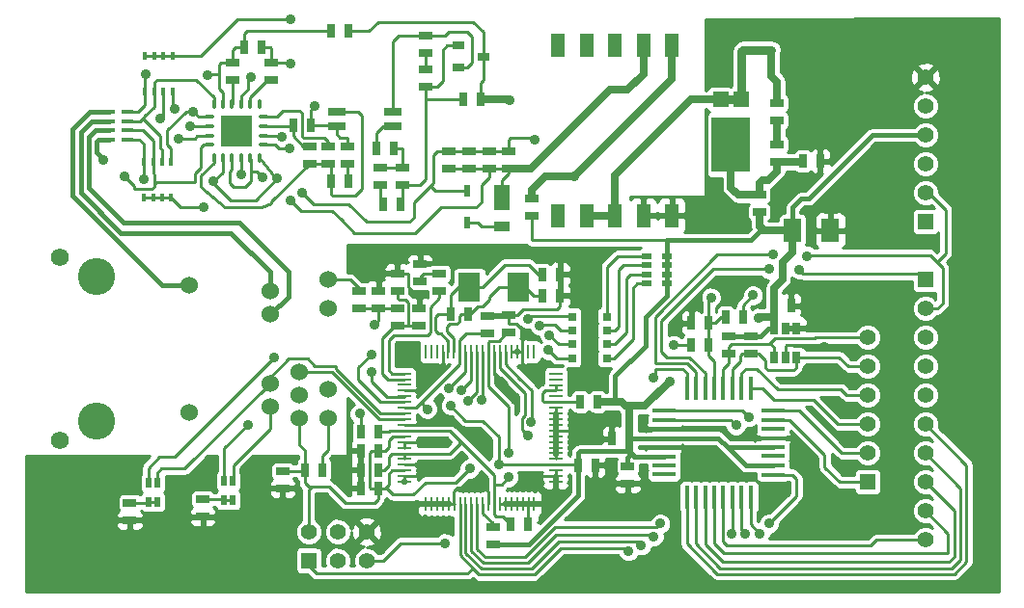
<source format=gtl>
G04 (created by PCBNEW (2013-mar-13)-testing) date Sun 24 Mar 2013 04:17:42 PM EDT*
%MOIN*%
G04 Gerber Fmt 3.4, Leading zero omitted, Abs format*
%FSLAX34Y34*%
G01*
G70*
G90*
G04 APERTURE LIST*
%ADD10C,0.006*%
%ADD11C,0.128*%
%ADD12C,0.06*%
%ADD13C,0.062*%
%ADD14R,0.019685X0.0354331*%
%ADD15R,0.0354331X0.019685*%
%ADD16R,0.0314961X0.0314961*%
%ADD17R,0.0748031X0.102362*%
%ADD18R,0.01X0.0472*%
%ADD19R,0.0472X0.01*%
%ADD20R,0.055X0.055*%
%ADD21C,0.055*%
%ADD22R,0.0393701X0.015748*%
%ADD23R,0.0133858X0.0275591*%
%ADD24R,0.0551181X0.0551181*%
%ADD25R,0.132283X0.191339*%
%ADD26R,0.0551181X0.0354331*%
%ADD27R,0.0551181X0.0866142*%
%ADD28R,0.0216535X0.0413386*%
%ADD29R,0.05X0.08*%
%ADD30R,0.0590551X0.0314961*%
%ADD31R,0.108268X0.108268*%
%ADD32O,0.0374016X0.011811*%
%ADD33O,0.011811X0.0374016*%
%ADD34R,0.0787X0.0177*%
%ADD35R,0.0177X0.0787*%
%ADD36R,0.0276X0.0394*%
%ADD37R,0.0394X0.0315*%
%ADD38R,0.06X0.08*%
%ADD39R,0.025X0.045*%
%ADD40R,0.045X0.025*%
%ADD41C,0.035*%
%ADD42C,0.01*%
%ADD43C,0.015*%
%ADD44C,0.025*%
%ADD45C,0.03*%
G04 APERTURE END LIST*
G54D10*
G54D11*
X74860Y-38000D03*
X74860Y-33000D03*
G54D12*
X81860Y-37100D03*
X81860Y-37900D03*
X80860Y-33500D03*
X80860Y-34300D03*
X80860Y-36700D03*
X78060Y-37700D03*
X78060Y-33300D03*
X82860Y-36900D03*
X82860Y-33100D03*
X82860Y-37900D03*
X82860Y-34100D03*
X80860Y-37500D03*
G54D13*
X73610Y-32325D03*
X73610Y-38675D03*
G54D12*
X81860Y-36300D03*
G54D14*
X79577Y-40734D03*
X79262Y-40734D03*
X79262Y-40065D03*
X79577Y-40065D03*
X76977Y-40794D03*
X76662Y-40794D03*
X76662Y-40125D03*
X76977Y-40125D03*
G54D15*
X93885Y-33232D03*
X93885Y-32917D03*
X93885Y-32287D03*
X93885Y-32602D03*
X94554Y-32602D03*
X94554Y-32287D03*
X94554Y-32917D03*
X94554Y-33232D03*
G54D16*
X92510Y-34380D03*
X91289Y-34380D03*
X92510Y-34860D03*
X91289Y-34860D03*
X92510Y-35820D03*
X91289Y-35820D03*
X92510Y-35340D03*
X91289Y-35340D03*
G54D17*
X87753Y-33360D03*
X89446Y-33360D03*
G54D18*
X86240Y-35594D03*
X89980Y-35594D03*
X89780Y-35594D03*
X89580Y-35594D03*
X89390Y-35594D03*
X89190Y-35594D03*
X88990Y-35594D03*
X88790Y-35594D03*
X88600Y-35594D03*
X88400Y-35594D03*
X88200Y-35594D03*
X88010Y-35594D03*
X87810Y-35594D03*
X87610Y-35594D03*
X87420Y-35594D03*
X87220Y-35594D03*
X87020Y-35594D03*
X86830Y-35594D03*
X86630Y-35594D03*
X86430Y-35594D03*
G54D19*
X90732Y-36354D03*
X90732Y-38126D03*
X90732Y-37928D03*
X90732Y-37732D03*
X90732Y-37536D03*
X90732Y-37338D03*
X90732Y-37142D03*
X90732Y-36944D03*
X90732Y-36748D03*
X90732Y-36550D03*
X90732Y-39306D03*
X90732Y-39110D03*
X90732Y-38914D03*
X90732Y-38716D03*
X90732Y-38520D03*
X90732Y-38322D03*
X90732Y-39504D03*
X90732Y-39700D03*
X90732Y-39898D03*
X90732Y-40094D03*
X85494Y-36352D03*
X85494Y-36552D03*
X85494Y-36742D03*
X85494Y-36942D03*
X85494Y-37142D03*
X85494Y-37332D03*
X85494Y-37532D03*
X85494Y-37732D03*
X85494Y-37922D03*
X85494Y-38122D03*
X85494Y-38322D03*
X85494Y-38522D03*
X85494Y-38712D03*
X85494Y-38912D03*
X85494Y-39112D03*
X85494Y-39302D03*
X85494Y-39502D03*
X85494Y-39702D03*
X85494Y-39892D03*
X85494Y-40092D03*
G54D18*
X86240Y-40846D03*
X86440Y-40846D03*
X86638Y-40846D03*
X86836Y-40846D03*
X87032Y-40846D03*
X87228Y-40846D03*
X87424Y-40846D03*
X87620Y-40846D03*
X87820Y-40846D03*
X88016Y-40846D03*
X88212Y-40846D03*
X88410Y-40846D03*
X88606Y-40846D03*
X88804Y-40846D03*
X89000Y-40846D03*
X89196Y-40846D03*
X89394Y-40846D03*
X89590Y-40846D03*
X89788Y-40846D03*
X89984Y-40846D03*
G54D20*
X82200Y-42820D03*
G54D21*
X82200Y-41820D03*
X83200Y-42820D03*
X83200Y-41820D03*
X84200Y-42820D03*
X84200Y-41820D03*
G54D22*
X75305Y-28252D03*
X75305Y-27937D03*
X75305Y-27307D03*
X75305Y-27622D03*
X75934Y-27622D03*
X75934Y-27307D03*
X75934Y-27937D03*
X75934Y-28252D03*
G54D23*
X77492Y-25369D03*
X77177Y-25369D03*
X76547Y-25369D03*
X76862Y-25369D03*
X77492Y-26590D03*
X77177Y-26590D03*
X76547Y-26590D03*
X76862Y-26590D03*
X77452Y-29029D03*
X77137Y-29029D03*
X76507Y-29029D03*
X76822Y-29029D03*
X77452Y-30250D03*
X77137Y-30250D03*
X76507Y-30250D03*
X76822Y-30250D03*
G54D24*
X96422Y-26870D03*
X97147Y-26870D03*
G54D25*
X96785Y-28437D03*
G54D26*
X88885Y-31272D03*
G54D27*
X88885Y-30268D03*
G54D28*
X87660Y-31136D03*
X87660Y-30033D03*
G54D29*
X94740Y-24990D03*
X91800Y-30890D03*
X90820Y-24990D03*
X91800Y-24990D03*
X92780Y-24990D03*
X93760Y-24990D03*
X90820Y-30890D03*
X92780Y-30890D03*
X93760Y-30890D03*
X94740Y-30890D03*
G54D30*
X83166Y-27810D03*
X83166Y-27310D03*
X85103Y-27310D03*
X85103Y-27810D03*
G54D31*
X79710Y-27960D03*
G54D32*
X80635Y-28442D03*
X80635Y-28127D03*
X80635Y-27792D03*
X80635Y-27477D03*
G54D33*
X80497Y-27034D03*
X80182Y-27034D03*
X79867Y-27034D03*
X79552Y-27034D03*
X79237Y-27034D03*
X78922Y-27034D03*
G54D32*
X78784Y-27477D03*
X78784Y-27792D03*
X78784Y-28127D03*
X78784Y-28442D03*
G54D33*
X78922Y-28885D03*
X79237Y-28885D03*
X79540Y-28885D03*
X79867Y-28885D03*
X80182Y-28885D03*
X80497Y-28885D03*
G54D34*
X94474Y-39843D03*
X94474Y-39528D03*
X94474Y-39213D03*
X94474Y-38898D03*
X94474Y-38583D03*
X94474Y-38268D03*
X94474Y-37953D03*
X94474Y-37638D03*
X98240Y-37640D03*
X98240Y-39850D03*
X98240Y-39530D03*
X98240Y-39210D03*
X98240Y-38900D03*
X98240Y-38580D03*
X98240Y-38270D03*
X98240Y-37950D03*
G54D35*
X95258Y-36850D03*
X95572Y-36850D03*
X95888Y-36850D03*
X96202Y-36850D03*
X96518Y-36850D03*
X96832Y-36850D03*
X97148Y-36850D03*
X97462Y-36850D03*
X95260Y-40630D03*
X95570Y-40630D03*
X95890Y-40630D03*
X96200Y-40630D03*
X96510Y-40630D03*
X96830Y-40630D03*
X97150Y-40630D03*
X97470Y-40630D03*
G54D36*
X98285Y-34780D03*
X98660Y-34780D03*
X99035Y-34780D03*
X99035Y-35780D03*
X98660Y-35780D03*
X98285Y-35780D03*
G54D37*
X88243Y-25385D03*
X87377Y-25760D03*
X87377Y-25010D03*
G54D38*
X98910Y-31395D03*
X100210Y-31395D03*
G54D39*
X82985Y-24510D03*
X83585Y-24510D03*
G54D40*
X79560Y-26210D03*
X79560Y-25610D03*
G54D39*
X80560Y-25060D03*
X79960Y-25060D03*
G54D40*
X97760Y-30170D03*
X97760Y-30770D03*
X89900Y-30300D03*
X89900Y-30900D03*
X89110Y-28660D03*
X89110Y-29260D03*
X88435Y-28660D03*
X88435Y-29260D03*
X87735Y-28660D03*
X87735Y-29260D03*
X80910Y-26210D03*
X80910Y-25610D03*
G54D39*
X99260Y-28995D03*
X99860Y-28995D03*
G54D40*
X98385Y-26995D03*
X98385Y-27595D03*
X98385Y-28420D03*
X98385Y-29020D03*
G54D39*
X84760Y-30485D03*
X85360Y-30485D03*
G54D40*
X84660Y-29235D03*
X84660Y-29835D03*
X85435Y-29235D03*
X85435Y-29835D03*
G54D39*
X85135Y-28560D03*
X84535Y-28560D03*
X93270Y-38600D03*
X92670Y-38600D03*
X98260Y-34000D03*
X98860Y-34000D03*
G54D40*
X97470Y-35650D03*
X97470Y-35050D03*
X96720Y-35050D03*
X96720Y-35650D03*
G54D39*
X96600Y-34400D03*
X97200Y-34400D03*
G54D40*
X87035Y-28660D03*
X87035Y-29260D03*
X93220Y-39550D03*
X93220Y-40150D03*
G54D39*
X96020Y-34600D03*
X95420Y-34600D03*
G54D40*
X78540Y-40700D03*
X78540Y-41300D03*
X76020Y-40820D03*
X76020Y-41420D03*
G54D39*
X87535Y-26860D03*
X88135Y-26860D03*
G54D40*
X83940Y-33480D03*
X83940Y-34080D03*
G54D39*
X82680Y-39680D03*
X82080Y-39680D03*
G54D40*
X88560Y-41660D03*
X88560Y-42260D03*
G54D39*
X91560Y-37320D03*
X92160Y-37320D03*
X87100Y-34280D03*
X87700Y-34280D03*
X90880Y-33660D03*
X90280Y-33660D03*
X90880Y-32920D03*
X90280Y-32920D03*
G54D40*
X86040Y-32560D03*
X86040Y-33160D03*
X86720Y-32900D03*
X86720Y-33500D03*
G54D39*
X84600Y-40320D03*
X84000Y-40320D03*
G54D40*
X86235Y-25835D03*
X86235Y-26435D03*
X86235Y-24660D03*
X86235Y-25260D03*
X82885Y-28485D03*
X82885Y-29085D03*
G54D39*
X81660Y-27760D03*
X82260Y-27760D03*
G54D40*
X82235Y-28485D03*
X82235Y-29085D03*
G54D39*
X83560Y-29685D03*
X82960Y-29685D03*
G54D40*
X83535Y-28485D03*
X83535Y-29085D03*
G54D39*
X91500Y-39520D03*
X92100Y-39520D03*
X95420Y-35350D03*
X96020Y-35350D03*
X84600Y-39020D03*
X84000Y-39020D03*
G54D40*
X88360Y-34960D03*
X88360Y-34360D03*
X89100Y-34940D03*
X89100Y-34340D03*
G54D39*
X84000Y-38360D03*
X84600Y-38360D03*
X84600Y-39680D03*
X84000Y-39680D03*
X89180Y-41560D03*
X89780Y-41560D03*
G54D40*
X85280Y-34080D03*
X85280Y-34680D03*
X86020Y-34680D03*
X86020Y-34080D03*
G54D20*
X103500Y-31100D03*
G54D21*
X103500Y-30100D03*
X103500Y-29100D03*
X103500Y-28100D03*
X103500Y-27100D03*
X103500Y-26100D03*
G54D20*
X101500Y-40100D03*
G54D21*
X101500Y-39100D03*
X101500Y-38100D03*
X101500Y-37100D03*
X101500Y-36100D03*
X101500Y-35100D03*
G54D20*
X103500Y-33100D03*
G54D21*
X103500Y-34100D03*
X103500Y-35100D03*
X103500Y-36100D03*
X103500Y-37100D03*
X103500Y-38100D03*
X103500Y-39100D03*
X103500Y-40100D03*
X103500Y-41100D03*
X103500Y-42100D03*
G54D40*
X84620Y-34080D03*
X84620Y-33480D03*
X85260Y-33480D03*
X85260Y-32880D03*
X81300Y-39720D03*
X81300Y-40320D03*
G54D41*
X89100Y-39940D03*
X89100Y-39100D03*
X97740Y-34420D03*
X94660Y-36620D03*
X94800Y-35360D03*
X84480Y-34660D03*
X87100Y-37460D03*
X87760Y-39640D03*
X88760Y-39500D03*
X83960Y-37740D03*
X86300Y-37580D03*
X87720Y-37280D03*
X90520Y-35020D03*
X99140Y-32760D03*
X98100Y-32740D03*
X99420Y-32280D03*
X98240Y-32240D03*
X94120Y-36500D03*
X97400Y-37860D03*
X96960Y-38140D03*
X97540Y-33640D03*
X88180Y-37260D03*
X90480Y-35540D03*
X91840Y-38320D03*
X88060Y-38780D03*
X83480Y-39720D03*
X86420Y-39560D03*
X86340Y-38720D03*
X94900Y-34720D03*
X89340Y-37260D03*
X95560Y-31080D03*
X86340Y-36200D03*
X89140Y-26880D03*
X89720Y-40000D03*
X89920Y-36400D03*
X100000Y-35440D03*
X99640Y-34660D03*
X89880Y-38040D03*
X93240Y-42500D03*
X97780Y-41880D03*
X93680Y-42300D03*
X97280Y-41880D03*
X80210Y-26110D03*
X80610Y-29560D03*
X82410Y-27085D03*
X81535Y-28560D03*
X79860Y-29460D03*
X81580Y-30360D03*
X96100Y-33720D03*
X86920Y-42220D03*
X80100Y-38120D03*
X84360Y-35680D03*
X84360Y-36300D03*
X87480Y-36920D03*
X90180Y-34700D03*
X94340Y-41540D03*
X98100Y-41540D03*
X89780Y-38500D03*
X94120Y-41980D03*
X96820Y-41880D03*
X87040Y-36860D03*
X89760Y-34460D03*
X81020Y-35800D03*
X76560Y-26000D03*
X78220Y-27300D03*
X75840Y-29540D03*
X77060Y-27540D03*
X77560Y-27200D03*
X76500Y-29620D03*
X77700Y-28220D03*
X75120Y-28960D03*
X78580Y-30580D03*
X78720Y-26020D03*
X91380Y-29520D03*
X90020Y-28260D03*
X81580Y-24100D03*
X81960Y-30085D03*
X81585Y-25635D03*
X81110Y-29610D03*
X81260Y-28160D03*
X78910Y-29710D03*
X78110Y-27810D03*
G54D42*
X85948Y-39112D02*
X87068Y-39112D01*
X87068Y-39112D02*
X87460Y-38720D01*
X85494Y-38322D02*
X87062Y-38322D01*
X87062Y-38322D02*
X87460Y-38720D01*
X87460Y-38720D02*
X87420Y-38720D01*
X87420Y-38720D02*
X87400Y-38700D01*
X88400Y-35594D02*
X88400Y-36800D01*
X88860Y-40180D02*
X88606Y-40180D01*
X89100Y-39940D02*
X88860Y-40180D01*
X89100Y-37500D02*
X89100Y-39100D01*
X88400Y-36800D02*
X89100Y-37500D01*
X89100Y-34940D02*
X89040Y-34940D01*
X88400Y-35260D02*
X88400Y-35594D01*
X88440Y-35220D02*
X88400Y-35260D01*
X88760Y-35220D02*
X88440Y-35220D01*
X89040Y-34940D02*
X88760Y-35220D01*
X84600Y-39680D02*
X84820Y-39680D01*
X85068Y-39112D02*
X85494Y-39112D01*
X84960Y-39220D02*
X85068Y-39112D01*
X84960Y-39540D02*
X84960Y-39220D01*
X84820Y-39680D02*
X84960Y-39540D01*
X84600Y-38360D02*
X84980Y-38360D01*
X85018Y-38322D02*
X85494Y-38322D01*
X84980Y-38360D02*
X85018Y-38322D01*
X88606Y-40846D02*
X88606Y-40180D01*
X88606Y-40180D02*
X88606Y-39866D01*
X88606Y-39866D02*
X87460Y-38720D01*
X87460Y-38720D02*
X87400Y-38720D01*
X85494Y-39112D02*
X85948Y-39112D01*
X88606Y-40846D02*
X88606Y-41226D01*
X88920Y-41300D02*
X89180Y-41560D01*
X88680Y-41300D02*
X88920Y-41300D01*
X88606Y-41226D02*
X88680Y-41300D01*
X85494Y-39112D02*
X85494Y-39302D01*
G54D43*
X93377Y-39143D02*
X93337Y-39143D01*
X93220Y-39260D02*
X93220Y-39550D01*
X93337Y-39143D02*
X93220Y-39260D01*
X93270Y-39036D02*
X93377Y-39143D01*
X93377Y-39143D02*
X93447Y-39213D01*
X93447Y-39213D02*
X94474Y-39213D01*
G54D44*
X98260Y-34380D02*
X97780Y-34380D01*
X97780Y-34380D02*
X97740Y-34420D01*
X98260Y-34000D02*
X98260Y-34380D01*
X98260Y-34380D02*
X98260Y-34755D01*
X98260Y-34755D02*
X98285Y-34780D01*
G54D43*
X94580Y-31740D02*
X94580Y-32262D01*
X94580Y-32262D02*
X94554Y-32287D01*
G54D42*
X87620Y-37980D02*
X88200Y-37980D01*
X88760Y-38540D02*
X88760Y-39120D01*
X88200Y-37980D02*
X88760Y-38540D01*
X81300Y-39720D02*
X82040Y-39720D01*
X82040Y-39720D02*
X82080Y-39680D01*
G54D43*
X103500Y-28100D02*
X101660Y-28100D01*
X98910Y-30610D02*
X98910Y-31395D01*
X99220Y-30300D02*
X98910Y-30610D01*
X99460Y-30300D02*
X99220Y-30300D01*
X100440Y-29320D02*
X99460Y-30300D01*
G54D42*
X100440Y-29320D02*
X100440Y-29320D01*
G54D43*
X101660Y-28100D02*
X100440Y-29320D01*
G54D42*
X82200Y-41820D02*
X82200Y-40360D01*
X82200Y-40360D02*
X82300Y-40260D01*
G54D43*
X94554Y-33232D02*
X94554Y-32917D01*
X94554Y-32917D02*
X94554Y-32602D01*
X94554Y-32602D02*
X94554Y-32287D01*
X92780Y-37320D02*
X92780Y-36440D01*
X94554Y-33665D02*
X94554Y-33232D01*
X93840Y-34380D02*
X94554Y-33665D01*
X93840Y-35380D02*
X93840Y-34380D01*
X92780Y-36440D02*
X93840Y-35380D01*
G54D42*
X89900Y-31740D02*
X94580Y-31740D01*
G54D43*
X94580Y-31740D02*
X97460Y-31740D01*
G54D42*
X89900Y-30900D02*
X89900Y-31740D01*
G54D43*
X97460Y-31740D02*
X97857Y-31342D01*
G54D44*
X98560Y-33080D02*
X98560Y-32500D01*
X98560Y-33080D02*
X98260Y-33380D01*
X98260Y-34000D02*
X98260Y-33380D01*
X98910Y-32150D02*
X98910Y-31395D01*
X98560Y-32500D02*
X98910Y-32150D01*
G54D42*
X98285Y-34420D02*
X98260Y-34420D01*
X98260Y-34420D02*
X98285Y-34420D01*
G54D44*
X93150Y-37470D02*
X93810Y-37470D01*
X93810Y-37470D02*
X94660Y-36620D01*
G54D42*
X94810Y-35350D02*
X95420Y-35350D01*
X94800Y-35360D02*
X94810Y-35350D01*
X88760Y-39500D02*
X88760Y-39120D01*
X84620Y-34520D02*
X84620Y-34080D01*
X84480Y-34660D02*
X84620Y-34520D01*
X87620Y-37980D02*
X87100Y-37460D01*
X84600Y-40320D02*
X84600Y-40700D01*
X82080Y-40140D02*
X82080Y-39680D01*
X82200Y-40260D02*
X82080Y-40140D01*
X82900Y-40260D02*
X82300Y-40260D01*
X82300Y-40260D02*
X82200Y-40260D01*
X83460Y-40820D02*
X82900Y-40260D01*
X84480Y-40820D02*
X83460Y-40820D01*
X84600Y-40700D02*
X84480Y-40820D01*
X84600Y-39020D02*
X84380Y-39020D01*
X84340Y-40320D02*
X84600Y-40320D01*
X84300Y-40280D02*
X84340Y-40320D01*
X84300Y-39100D02*
X84300Y-40280D01*
X84380Y-39020D02*
X84300Y-39100D01*
X90732Y-39504D02*
X88764Y-39504D01*
X85120Y-40540D02*
X84860Y-40280D01*
X85820Y-40540D02*
X85120Y-40540D01*
X86240Y-40120D02*
X85820Y-40540D01*
X87280Y-40120D02*
X86240Y-40120D01*
X87760Y-39640D02*
X87280Y-40120D01*
X88764Y-39504D02*
X88760Y-39500D01*
G54D43*
X91500Y-39520D02*
X91500Y-40560D01*
X89800Y-42260D02*
X88560Y-42260D01*
X91500Y-40560D02*
X89800Y-42260D01*
X93270Y-39036D02*
X91564Y-39036D01*
X91500Y-39100D02*
X91500Y-39520D01*
X91564Y-39036D02*
X91500Y-39100D01*
G54D44*
X92160Y-37320D02*
X92780Y-37320D01*
X92780Y-37320D02*
X93000Y-37320D01*
X93270Y-37590D02*
X93270Y-38600D01*
X93000Y-37320D02*
X93150Y-37470D01*
G54D42*
X93150Y-37470D02*
X93270Y-37590D01*
X81860Y-37900D02*
X81860Y-38800D01*
X81860Y-38800D02*
X82080Y-39020D01*
X82080Y-39020D02*
X82080Y-39680D01*
X84620Y-34080D02*
X83940Y-34080D01*
X84600Y-40320D02*
X84820Y-40320D01*
X84820Y-40320D02*
X84860Y-40280D01*
X85078Y-39702D02*
X85494Y-39702D01*
X84860Y-40280D02*
X84960Y-40180D01*
X84960Y-40180D02*
X84960Y-39820D01*
X84960Y-39820D02*
X85078Y-39702D01*
X84600Y-39020D02*
X84840Y-39020D01*
X85098Y-38522D02*
X85494Y-38522D01*
X84960Y-38660D02*
X85098Y-38522D01*
X84960Y-38900D02*
X84960Y-38660D01*
X84840Y-39020D02*
X84960Y-38900D01*
X84620Y-34080D02*
X85280Y-34080D01*
X90732Y-39504D02*
X91484Y-39504D01*
X91484Y-39504D02*
X91500Y-39520D01*
G54D43*
X98240Y-39530D02*
X97290Y-39530D01*
X97290Y-39530D02*
X96660Y-38900D01*
G54D44*
X93270Y-38600D02*
X93270Y-39036D01*
G54D43*
X98240Y-38900D02*
X96660Y-38900D01*
X96343Y-38583D02*
X94474Y-38583D01*
X96660Y-38900D02*
X96343Y-38583D01*
G54D42*
X93220Y-39550D02*
X93220Y-39440D01*
G54D43*
X93270Y-38600D02*
X94457Y-38600D01*
G54D42*
X94457Y-38600D02*
X94474Y-38583D01*
G54D43*
X98285Y-34780D02*
X98060Y-34780D01*
X98060Y-34780D02*
X97790Y-35050D01*
X97790Y-35050D02*
X97470Y-35050D01*
X96720Y-35050D02*
X97470Y-35050D01*
G54D44*
X97760Y-30770D02*
X97760Y-31245D01*
X97760Y-31245D02*
X97857Y-31342D01*
X97857Y-31342D02*
X97910Y-31395D01*
X97910Y-31395D02*
X98910Y-31395D01*
G54D42*
X86140Y-37300D02*
X86140Y-37420D01*
X84000Y-37780D02*
X83960Y-37740D01*
X84000Y-37780D02*
X84000Y-38360D01*
X86140Y-37420D02*
X86300Y-37580D01*
X85494Y-37532D02*
X85908Y-37532D01*
X87420Y-36020D02*
X87420Y-35594D01*
X85908Y-37532D02*
X86140Y-37300D01*
X86140Y-37300D02*
X87420Y-36020D01*
X87420Y-35594D02*
X87420Y-35180D01*
X87640Y-34960D02*
X88360Y-34960D01*
X87420Y-35180D02*
X87640Y-34960D01*
X98240Y-37950D02*
X98810Y-37950D01*
X100540Y-40100D02*
X101500Y-40100D01*
X100020Y-39580D02*
X100540Y-40100D01*
X100020Y-39160D02*
X100020Y-39580D01*
X98810Y-37950D02*
X100020Y-39160D01*
X98240Y-37640D02*
X99140Y-37640D01*
X100600Y-39100D02*
X101500Y-39100D01*
X99140Y-37640D02*
X100600Y-39100D01*
X97462Y-36850D02*
X97870Y-36850D01*
X100480Y-38100D02*
X101500Y-38100D01*
X99640Y-37260D02*
X100480Y-38100D01*
X98280Y-37260D02*
X99640Y-37260D01*
X97870Y-36850D02*
X98280Y-37260D01*
X97148Y-36850D02*
X97148Y-36332D01*
X100780Y-37100D02*
X101500Y-37100D01*
X100580Y-36900D02*
X100780Y-37100D01*
X98400Y-36900D02*
X100580Y-36900D01*
X97680Y-36180D02*
X98400Y-36900D01*
X97300Y-36180D02*
X97680Y-36180D01*
X97148Y-36332D02*
X97300Y-36180D01*
X88010Y-36500D02*
X88010Y-36990D01*
X88010Y-36990D02*
X87720Y-37280D01*
X88010Y-35594D02*
X88010Y-36500D01*
X90840Y-35340D02*
X91289Y-35340D01*
X90520Y-35020D02*
X90840Y-35340D01*
X95342Y-35780D02*
X94560Y-35780D01*
X95888Y-36325D02*
X95342Y-35780D01*
X95888Y-36850D02*
X95888Y-36325D01*
X103300Y-32900D02*
X103500Y-33100D01*
X99280Y-32900D02*
X103300Y-32900D01*
X99140Y-32760D02*
X99280Y-32900D01*
X96160Y-32740D02*
X98100Y-32740D01*
X94380Y-34520D02*
X96160Y-32740D01*
X94380Y-35600D02*
X94380Y-34520D01*
X94560Y-35780D02*
X94380Y-35600D01*
X103500Y-30100D02*
X103620Y-30100D01*
X104200Y-32200D02*
X103900Y-32500D01*
X104200Y-30680D02*
X104200Y-32200D01*
X103620Y-30100D02*
X104200Y-30680D01*
X94160Y-35999D02*
X94160Y-34400D01*
X95572Y-36292D02*
X95279Y-35999D01*
X95279Y-35999D02*
X94160Y-35999D01*
X95572Y-36850D02*
X95572Y-36292D01*
X103920Y-34100D02*
X103500Y-34100D01*
X104100Y-33920D02*
X103920Y-34100D01*
X104100Y-32700D02*
X104100Y-33920D01*
X103660Y-32260D02*
X103900Y-32500D01*
X103900Y-32500D02*
X104100Y-32700D01*
X99440Y-32260D02*
X103660Y-32260D01*
X99420Y-32280D02*
X99440Y-32260D01*
X96320Y-32240D02*
X98240Y-32240D01*
X94160Y-34400D02*
X96320Y-32240D01*
X94180Y-36200D02*
X94180Y-36440D01*
X94180Y-36440D02*
X94120Y-36500D01*
X95258Y-36850D02*
X95258Y-36338D01*
X95120Y-36200D02*
X94180Y-36200D01*
X94180Y-36200D02*
X94160Y-36200D01*
X95258Y-36338D02*
X95120Y-36200D01*
X94474Y-37638D02*
X97178Y-37638D01*
X97178Y-37638D02*
X97400Y-37860D01*
X94474Y-37953D02*
X96773Y-37953D01*
X96773Y-37953D02*
X96960Y-38140D01*
X95260Y-40630D02*
X95260Y-42240D01*
X104920Y-39520D02*
X103500Y-38100D01*
X104920Y-42860D02*
X104920Y-39520D01*
X104500Y-43280D02*
X104920Y-42860D01*
X96300Y-43280D02*
X104500Y-43280D01*
X95260Y-42240D02*
X96300Y-43280D01*
X95570Y-40630D02*
X95570Y-42230D01*
X104720Y-40320D02*
X103500Y-39100D01*
X104720Y-42780D02*
X104720Y-40320D01*
X104420Y-43080D02*
X104720Y-42780D01*
X96420Y-43080D02*
X104420Y-43080D01*
X95570Y-42230D02*
X96420Y-43080D01*
X95890Y-40630D02*
X95890Y-42250D01*
X104500Y-41100D02*
X103500Y-40100D01*
X104500Y-42680D02*
X104500Y-41100D01*
X104320Y-42860D02*
X104500Y-42680D01*
X96500Y-42860D02*
X104320Y-42860D01*
X95890Y-42250D02*
X96500Y-42860D01*
X96200Y-40630D02*
X96200Y-42220D01*
X96200Y-42220D02*
X96540Y-42560D01*
X104280Y-41880D02*
X103500Y-41100D01*
X104280Y-42560D02*
X104280Y-41880D01*
X104280Y-42560D02*
X104280Y-42560D01*
X96540Y-42560D02*
X104280Y-42560D01*
X96510Y-40630D02*
X96510Y-42170D01*
X101820Y-42100D02*
X103500Y-42100D01*
X101620Y-42300D02*
X101820Y-42100D01*
X96640Y-42300D02*
X101620Y-42300D01*
X96510Y-42170D02*
X96640Y-42300D01*
X97200Y-34400D02*
X97200Y-33980D01*
X97200Y-33980D02*
X97540Y-33640D01*
X88200Y-36320D02*
X88200Y-37240D01*
X88200Y-37240D02*
X88180Y-37260D01*
X88200Y-35594D02*
X88200Y-36320D01*
X90760Y-35820D02*
X91289Y-35820D01*
X90480Y-35540D02*
X90760Y-35820D01*
X90732Y-38322D02*
X91838Y-38322D01*
X92120Y-38600D02*
X91840Y-38320D01*
X92120Y-38600D02*
X92670Y-38600D01*
X91838Y-38322D02*
X91840Y-38320D01*
X85494Y-38122D02*
X87402Y-38122D01*
X87402Y-38122D02*
X88060Y-38780D01*
X84000Y-39680D02*
X83520Y-39680D01*
X83520Y-39680D02*
X83480Y-39720D01*
X85960Y-39680D02*
X86300Y-39680D01*
X86300Y-39680D02*
X86420Y-39560D01*
X85494Y-38912D02*
X85494Y-38712D01*
X85494Y-38712D02*
X85502Y-38720D01*
X85502Y-38720D02*
X86340Y-38720D01*
X95420Y-34600D02*
X95020Y-34600D01*
X95020Y-34600D02*
X94900Y-34720D01*
X89040Y-36700D02*
X89040Y-36960D01*
X89040Y-36960D02*
X89340Y-37260D01*
X94740Y-30890D02*
X95370Y-30890D01*
X95370Y-30890D02*
X95560Y-31080D01*
X86020Y-34080D02*
X86020Y-33740D01*
X85620Y-32880D02*
X85260Y-32880D01*
X85640Y-32900D02*
X85620Y-32880D01*
X85640Y-33360D02*
X85640Y-32900D01*
X86020Y-33740D02*
X85640Y-33360D01*
X86480Y-36530D02*
X86480Y-36340D01*
X86480Y-36340D02*
X86340Y-36200D01*
G54D44*
X88135Y-26860D02*
X89120Y-26860D01*
G54D42*
X89120Y-26860D02*
X89140Y-26880D01*
X89780Y-41560D02*
X89780Y-40854D01*
X89780Y-40854D02*
X89788Y-40846D01*
X90732Y-39898D02*
X89822Y-39898D01*
X89822Y-39898D02*
X89720Y-40000D01*
X89580Y-35594D02*
X89580Y-36060D01*
X89580Y-36060D02*
X89920Y-36400D01*
X88600Y-36400D02*
X88700Y-36500D01*
X88700Y-36500D02*
X88840Y-36500D01*
X88840Y-36500D02*
X89040Y-36700D01*
X88600Y-35594D02*
X88600Y-36400D01*
X86470Y-36530D02*
X86480Y-36530D01*
X85494Y-36942D02*
X86058Y-36942D01*
X86830Y-36170D02*
X86830Y-35594D01*
X86058Y-36942D02*
X86470Y-36530D01*
X86470Y-36530D02*
X86830Y-36170D01*
X99920Y-35360D02*
X100000Y-35440D01*
X98660Y-35780D02*
X98660Y-35400D01*
X98700Y-35360D02*
X99480Y-35360D01*
X98660Y-35400D02*
X98700Y-35360D01*
X99480Y-35360D02*
X99920Y-35360D01*
X99520Y-34780D02*
X99035Y-34780D01*
X99640Y-34660D02*
X99520Y-34780D01*
X93760Y-30890D02*
X94740Y-30890D01*
X89580Y-35594D02*
X89580Y-34840D01*
X89100Y-34620D02*
X89100Y-34340D01*
X89120Y-34640D02*
X89100Y-34620D01*
X89380Y-34640D02*
X89120Y-34640D01*
X89580Y-34840D02*
X89380Y-34640D01*
X89100Y-34340D02*
X89420Y-34340D01*
X89420Y-34340D02*
X89620Y-34140D01*
X89620Y-34140D02*
X90780Y-34140D01*
X90780Y-34140D02*
X90880Y-34040D01*
X90880Y-34040D02*
X90880Y-33660D01*
X88360Y-34360D02*
X89080Y-34360D01*
X89080Y-34360D02*
X89100Y-34340D01*
X90732Y-37928D02*
X90732Y-37732D01*
X90732Y-37732D02*
X90732Y-37536D01*
X90732Y-39306D02*
X90732Y-39110D01*
X90732Y-39110D02*
X90732Y-38914D01*
X90732Y-38914D02*
X90732Y-38716D01*
X90732Y-38716D02*
X90732Y-38520D01*
X90732Y-38520D02*
X90732Y-38322D01*
X90732Y-38322D02*
X90732Y-38126D01*
X90732Y-38126D02*
X90732Y-37928D01*
X90732Y-40094D02*
X90732Y-39898D01*
X90732Y-39898D02*
X90732Y-39700D01*
X88804Y-40846D02*
X89000Y-40846D01*
X89000Y-40846D02*
X89196Y-40846D01*
X89196Y-40846D02*
X89394Y-40846D01*
X89394Y-40846D02*
X89590Y-40846D01*
X89590Y-40846D02*
X89788Y-40846D01*
X89788Y-40846D02*
X89984Y-40846D01*
X86240Y-40846D02*
X86440Y-40846D01*
X86440Y-40846D02*
X86638Y-40846D01*
X86638Y-40846D02*
X86836Y-40846D01*
X86836Y-40846D02*
X87032Y-40846D01*
X87032Y-40846D02*
X87228Y-40846D01*
X87228Y-40846D02*
X87220Y-40838D01*
X87220Y-40838D02*
X87220Y-40420D01*
X87220Y-40420D02*
X87340Y-40300D01*
X87340Y-40300D02*
X88280Y-40300D01*
X88280Y-40300D02*
X88410Y-40430D01*
X88410Y-40430D02*
X88410Y-40846D01*
X85494Y-39892D02*
X85494Y-40092D01*
X85494Y-39502D02*
X85902Y-39502D01*
X85908Y-39892D02*
X85494Y-39892D01*
X85960Y-39840D02*
X85908Y-39892D01*
X85960Y-39560D02*
X85960Y-39680D01*
X85960Y-39680D02*
X85960Y-39840D01*
X85902Y-39502D02*
X85960Y-39560D01*
X98240Y-38580D02*
X96800Y-38580D01*
X96488Y-38268D02*
X94474Y-38268D01*
X96800Y-38580D02*
X96488Y-38268D01*
X89190Y-35594D02*
X89390Y-35594D01*
X89390Y-35594D02*
X89580Y-35594D01*
X98660Y-34780D02*
X99035Y-34780D01*
X88243Y-25385D02*
X88243Y-24543D01*
X84285Y-24510D02*
X83585Y-24510D01*
X84610Y-24185D02*
X84285Y-24510D01*
X87885Y-24185D02*
X84610Y-24185D01*
X88243Y-24543D02*
X87885Y-24185D01*
X88243Y-25385D02*
X88243Y-26202D01*
X88135Y-26310D02*
X88135Y-26860D01*
X88243Y-26202D02*
X88135Y-26310D01*
X89480Y-36520D02*
X89900Y-36940D01*
X89900Y-38020D02*
X89880Y-38040D01*
X89900Y-36940D02*
X89900Y-38020D01*
X88990Y-35594D02*
X88990Y-36030D01*
X88990Y-36030D02*
X89480Y-36520D01*
X82200Y-42820D02*
X82200Y-43000D01*
X87680Y-43260D02*
X87860Y-43080D01*
X82460Y-43260D02*
X87680Y-43260D01*
X82200Y-43000D02*
X82460Y-43260D01*
X97470Y-41550D02*
X97470Y-41570D01*
X97470Y-40630D02*
X97470Y-41550D01*
X93120Y-42380D02*
X91500Y-42380D01*
X93240Y-42500D02*
X93120Y-42380D01*
X97470Y-41570D02*
X97780Y-41880D01*
X91500Y-42380D02*
X90920Y-42380D01*
X87424Y-42644D02*
X87424Y-40846D01*
X88080Y-43300D02*
X87860Y-43080D01*
X87860Y-43080D02*
X87424Y-42644D01*
X90000Y-43300D02*
X88080Y-43300D01*
X90920Y-42380D02*
X90000Y-43300D01*
X91500Y-42380D02*
X91480Y-42380D01*
X97150Y-41550D02*
X97150Y-41750D01*
X90840Y-42160D02*
X89900Y-43100D01*
X89900Y-43100D02*
X88160Y-43100D01*
X88160Y-43100D02*
X87620Y-42560D01*
X87620Y-40846D02*
X87620Y-42560D01*
X97150Y-41550D02*
X97150Y-40630D01*
X91400Y-42160D02*
X90840Y-42160D01*
X93540Y-42160D02*
X91400Y-42160D01*
X93680Y-42300D02*
X93540Y-42160D01*
X97150Y-41750D02*
X97280Y-41880D01*
X88560Y-41660D02*
X88560Y-41540D01*
X88212Y-41192D02*
X88212Y-40846D01*
X88560Y-41540D02*
X88212Y-41192D01*
X85103Y-27810D02*
X84760Y-27810D01*
X84535Y-28035D02*
X84535Y-28560D01*
X84760Y-27810D02*
X84535Y-28035D01*
X80210Y-29360D02*
X80410Y-29360D01*
X79867Y-26752D02*
X79867Y-27034D01*
X80110Y-26510D02*
X79867Y-26752D01*
X80110Y-26210D02*
X80110Y-26510D01*
X80210Y-26110D02*
X80110Y-26210D01*
X80410Y-29360D02*
X80610Y-29560D01*
X79540Y-28885D02*
X79540Y-29279D01*
X80210Y-28912D02*
X80182Y-28885D01*
X80210Y-29710D02*
X80210Y-29360D01*
X80210Y-29360D02*
X80210Y-28912D01*
X80010Y-29910D02*
X80210Y-29710D01*
X79610Y-29910D02*
X80010Y-29910D01*
X79460Y-29760D02*
X79610Y-29910D01*
X79460Y-29360D02*
X79460Y-29760D01*
X79540Y-29279D02*
X79460Y-29360D01*
G54D44*
X96422Y-26870D02*
X95390Y-26870D01*
X92780Y-29480D02*
X92780Y-30890D01*
X95390Y-26870D02*
X92780Y-29480D01*
X91800Y-30890D02*
X92780Y-30890D01*
X98385Y-26245D02*
X98385Y-26995D01*
X98185Y-25145D02*
X98185Y-26045D01*
X98185Y-26045D02*
X98385Y-26245D01*
G54D45*
X97147Y-26870D02*
X97147Y-25300D01*
X97147Y-25300D02*
X97147Y-25202D01*
X97147Y-25202D02*
X97205Y-25145D01*
X97205Y-25145D02*
X98185Y-25145D01*
X97147Y-26870D02*
X96422Y-26870D01*
G54D42*
X98185Y-25145D02*
X97205Y-25145D01*
X85103Y-27310D02*
X85103Y-24866D01*
X85103Y-24866D02*
X85310Y-24660D01*
X87377Y-25760D02*
X87660Y-25760D01*
X86910Y-24660D02*
X86235Y-24660D01*
X87035Y-24535D02*
X86910Y-24660D01*
X87685Y-24535D02*
X87035Y-24535D01*
X87835Y-24685D02*
X87685Y-24535D01*
X87835Y-25585D02*
X87835Y-24685D01*
X87660Y-25760D02*
X87835Y-25585D01*
X86235Y-24660D02*
X85360Y-24660D01*
X85360Y-24660D02*
X85310Y-24660D01*
X82885Y-28485D02*
X82885Y-28335D01*
X81092Y-27477D02*
X80635Y-27477D01*
X81310Y-27260D02*
X81092Y-27477D01*
X81885Y-27260D02*
X81310Y-27260D01*
X81960Y-27335D02*
X81885Y-27260D01*
X81960Y-28135D02*
X81960Y-27335D01*
X82010Y-28185D02*
X81960Y-28135D01*
X82735Y-28185D02*
X82010Y-28185D01*
X82885Y-28335D02*
X82735Y-28185D01*
X83166Y-27810D02*
X83166Y-28066D01*
X83535Y-28210D02*
X83535Y-28485D01*
X83510Y-28185D02*
X83535Y-28210D01*
X83285Y-28185D02*
X83510Y-28185D01*
X83166Y-28066D02*
X83285Y-28185D01*
X80635Y-28442D02*
X81042Y-28442D01*
X82260Y-27235D02*
X82260Y-27760D01*
X82410Y-27085D02*
X82260Y-27235D01*
X81160Y-28560D02*
X81535Y-28560D01*
X81042Y-28442D02*
X81160Y-28560D01*
X82260Y-27760D02*
X83116Y-27760D01*
X83116Y-27760D02*
X83166Y-27810D01*
X82235Y-28485D02*
X82010Y-28485D01*
X81660Y-28135D02*
X81660Y-27760D01*
X82010Y-28485D02*
X81660Y-28135D01*
X80635Y-27792D02*
X81627Y-27792D01*
X81627Y-27792D02*
X81660Y-27760D01*
X86040Y-33160D02*
X86040Y-33040D01*
X86180Y-32900D02*
X86720Y-32900D01*
X86040Y-33040D02*
X86180Y-32900D01*
X86720Y-33500D02*
X86720Y-33740D01*
X85072Y-36352D02*
X85494Y-36352D01*
X84960Y-36240D02*
X85072Y-36352D01*
X84960Y-35200D02*
X84960Y-36240D01*
X85140Y-35020D02*
X84960Y-35200D01*
X86300Y-35020D02*
X85140Y-35020D01*
X86400Y-34920D02*
X86300Y-35020D01*
X86400Y-34060D02*
X86400Y-34920D01*
X86720Y-33740D02*
X86400Y-34060D01*
X90140Y-32920D02*
X90280Y-32920D01*
X89800Y-32580D02*
X90140Y-32920D01*
X88980Y-32580D02*
X89800Y-32580D01*
X88200Y-33360D02*
X88980Y-32580D01*
X87020Y-35594D02*
X87020Y-35220D01*
X86680Y-34280D02*
X87100Y-34280D01*
X86580Y-34379D02*
X86680Y-34280D01*
X86580Y-34860D02*
X86580Y-34379D01*
X86680Y-34960D02*
X86580Y-34860D01*
X86760Y-34960D02*
X86680Y-34960D01*
X87020Y-35220D02*
X86760Y-34960D01*
X87753Y-33360D02*
X87360Y-33360D01*
X87100Y-33620D02*
X87100Y-34280D01*
X87360Y-33360D02*
X87100Y-33620D01*
X87753Y-33360D02*
X88200Y-33360D01*
X87700Y-34280D02*
X87780Y-34280D01*
X88780Y-33360D02*
X89446Y-33360D01*
X88440Y-33700D02*
X88780Y-33360D01*
X88440Y-33800D02*
X88440Y-33700D01*
X88220Y-34020D02*
X88440Y-33800D01*
X88040Y-34020D02*
X88220Y-34020D01*
X87780Y-34280D02*
X88040Y-34020D01*
X87220Y-35594D02*
X87220Y-35140D01*
X87480Y-34280D02*
X87700Y-34280D01*
X87400Y-34360D02*
X87480Y-34280D01*
X87400Y-34560D02*
X87400Y-34360D01*
X87320Y-34640D02*
X87400Y-34560D01*
X87060Y-34640D02*
X87320Y-34640D01*
X86980Y-34720D02*
X87060Y-34640D01*
X86980Y-34900D02*
X86980Y-34720D01*
X87220Y-35140D02*
X86980Y-34900D01*
X89446Y-33360D02*
X89680Y-33360D01*
X89680Y-33360D02*
X89980Y-33660D01*
X89980Y-33660D02*
X90280Y-33660D01*
X90732Y-36748D02*
X90732Y-36944D01*
X90732Y-37338D02*
X90338Y-37338D01*
X90356Y-36944D02*
X90732Y-36944D01*
X90280Y-37020D02*
X90356Y-36944D01*
X90280Y-37280D02*
X90280Y-37020D01*
X90338Y-37338D02*
X90280Y-37280D01*
X90732Y-37338D02*
X91542Y-37338D01*
X91542Y-37338D02*
X91560Y-37320D01*
X92510Y-35340D02*
X92760Y-35340D01*
X93302Y-32917D02*
X93885Y-32917D01*
X93160Y-33060D02*
X93302Y-32917D01*
X93160Y-34940D02*
X93160Y-33060D01*
X92760Y-35340D02*
X93160Y-34940D01*
X92510Y-35820D02*
X92740Y-35820D01*
X93547Y-33232D02*
X93885Y-33232D01*
X93400Y-33380D02*
X93547Y-33232D01*
X93400Y-35160D02*
X93400Y-33380D01*
X92740Y-35820D02*
X93400Y-35160D01*
X92510Y-34860D02*
X92780Y-34860D01*
X93077Y-32602D02*
X93885Y-32602D01*
X92920Y-32760D02*
X93077Y-32602D01*
X92920Y-34720D02*
X92920Y-32760D01*
X92780Y-34860D02*
X92920Y-34720D01*
X92510Y-34380D02*
X92510Y-32649D01*
X92872Y-32287D02*
X93885Y-32287D01*
X92510Y-32649D02*
X92872Y-32287D01*
X80910Y-26210D02*
X80760Y-26210D01*
X80182Y-26787D02*
X80182Y-27034D01*
X80760Y-26210D02*
X80182Y-26787D01*
X79560Y-26210D02*
X79560Y-27027D01*
X79560Y-27027D02*
X79552Y-27034D01*
X82860Y-37900D02*
X82860Y-39000D01*
X82680Y-39180D02*
X82680Y-39680D01*
X82860Y-39000D02*
X82680Y-39180D01*
X79577Y-40734D02*
X79262Y-40734D01*
X79262Y-40734D02*
X79227Y-40700D01*
X79227Y-40700D02*
X78560Y-40700D01*
X76977Y-40794D02*
X76662Y-40794D01*
X76662Y-40794D02*
X76637Y-40820D01*
X76637Y-40820D02*
X76020Y-40820D01*
X83940Y-33480D02*
X83940Y-33400D01*
X83640Y-33100D02*
X82860Y-33100D01*
X83940Y-33400D02*
X83640Y-33100D01*
X85280Y-34680D02*
X85180Y-34680D01*
X84932Y-36552D02*
X85494Y-36552D01*
X84740Y-36360D02*
X84932Y-36552D01*
X84740Y-35120D02*
X84740Y-36360D01*
X85180Y-34680D02*
X84740Y-35120D01*
X85640Y-34680D02*
X85640Y-33880D01*
X85260Y-33720D02*
X85260Y-33480D01*
X85320Y-33780D02*
X85260Y-33720D01*
X85540Y-33780D02*
X85320Y-33780D01*
X85640Y-33880D02*
X85540Y-33780D01*
X86020Y-34680D02*
X85640Y-34680D01*
X85640Y-34680D02*
X85280Y-34680D01*
G54D44*
X98385Y-27595D02*
X98385Y-28420D01*
G54D42*
X87660Y-31136D02*
X88036Y-31136D01*
X88172Y-31272D02*
X88885Y-31272D01*
X88036Y-31136D02*
X88172Y-31272D01*
G54D44*
X96785Y-28437D02*
X96785Y-29920D01*
X96785Y-29920D02*
X97035Y-30170D01*
X97035Y-30170D02*
X97760Y-30170D01*
X98385Y-29020D02*
X98385Y-29345D01*
X98385Y-29345D02*
X98085Y-29645D01*
X98085Y-29645D02*
X97860Y-29645D01*
X97860Y-29645D02*
X97760Y-29745D01*
X97760Y-29745D02*
X97760Y-30170D01*
X98385Y-29020D02*
X99235Y-29020D01*
X99235Y-29020D02*
X99260Y-28995D01*
G54D42*
X84660Y-29835D02*
X84660Y-30385D01*
X84660Y-30385D02*
X84760Y-30485D01*
G54D44*
X89110Y-29260D02*
X89860Y-29260D01*
X93760Y-25980D02*
X93760Y-24990D01*
X93220Y-26520D02*
X93760Y-25980D01*
X92600Y-26520D02*
X93220Y-26520D01*
X89860Y-29260D02*
X92600Y-26520D01*
G54D42*
X88435Y-29560D02*
X88160Y-29835D01*
X88160Y-29835D02*
X88160Y-30435D01*
X88160Y-30435D02*
X87985Y-30610D01*
X87985Y-30610D02*
X86760Y-30610D01*
X86760Y-30610D02*
X85885Y-31485D01*
X85885Y-31485D02*
X83785Y-31485D01*
X83785Y-31485D02*
X83335Y-31035D01*
X79867Y-29452D02*
X79860Y-29460D01*
X79867Y-28885D02*
X79867Y-29452D01*
X88435Y-29560D02*
X88435Y-29260D01*
X83020Y-30720D02*
X83335Y-31035D01*
X81940Y-30720D02*
X83020Y-30720D01*
X81580Y-30360D02*
X81940Y-30720D01*
X88435Y-29260D02*
X87735Y-29260D01*
X87735Y-29260D02*
X87035Y-29260D01*
X89110Y-29260D02*
X88435Y-29260D01*
X88885Y-30268D02*
X88885Y-29659D01*
X89110Y-29435D02*
X89110Y-29260D01*
X88885Y-29659D02*
X89110Y-29435D01*
X83535Y-29085D02*
X83535Y-29660D01*
X83535Y-29660D02*
X83560Y-29685D01*
X86235Y-26860D02*
X86235Y-29635D01*
X86035Y-29835D02*
X85435Y-29835D01*
X86235Y-29635D02*
X86035Y-29835D01*
X86235Y-26860D02*
X87535Y-26860D01*
X87377Y-25010D02*
X86985Y-25010D01*
X86635Y-26435D02*
X86235Y-26435D01*
X86835Y-26235D02*
X86635Y-26435D01*
X86835Y-25160D02*
X86835Y-26235D01*
X86985Y-25010D02*
X86835Y-25160D01*
X85435Y-29835D02*
X85810Y-29835D01*
X86235Y-26860D02*
X86235Y-26435D01*
X85435Y-29835D02*
X85435Y-30410D01*
X85435Y-30410D02*
X85360Y-30485D01*
X85435Y-29235D02*
X84660Y-29235D01*
X85135Y-28560D02*
X85435Y-28560D01*
X85435Y-28560D02*
X85435Y-29235D01*
X86235Y-25260D02*
X86235Y-25835D01*
X84200Y-42820D02*
X84780Y-42820D01*
X96020Y-33800D02*
X96020Y-34600D01*
X96100Y-33720D02*
X96020Y-33800D01*
X85380Y-42220D02*
X86920Y-42220D01*
X84780Y-42820D02*
X85380Y-42220D01*
X96600Y-34400D02*
X96440Y-34400D01*
X96240Y-34600D02*
X96020Y-34600D01*
X96440Y-34400D02*
X96240Y-34600D01*
X96020Y-34600D02*
X96020Y-35350D01*
X96020Y-35350D02*
X96020Y-35740D01*
X96202Y-35922D02*
X96202Y-36850D01*
X96020Y-35740D02*
X96202Y-35922D01*
X79277Y-38942D02*
X79277Y-40065D01*
X80100Y-38120D02*
X79277Y-38942D01*
X84672Y-37332D02*
X85494Y-37332D01*
X83900Y-36560D02*
X84672Y-37332D01*
X83900Y-36140D02*
X83900Y-36560D01*
X84360Y-35680D02*
X83900Y-36140D01*
X79592Y-39527D02*
X79592Y-40065D01*
X80860Y-37500D02*
X80860Y-38260D01*
X80860Y-38260D02*
X79592Y-39527D01*
X85494Y-37151D02*
X85494Y-37142D01*
X84891Y-37151D02*
X85494Y-37151D01*
X84360Y-36620D02*
X84891Y-37151D01*
X84360Y-36300D02*
X84360Y-36620D01*
X87810Y-36320D02*
X87810Y-36590D01*
X87810Y-36590D02*
X87480Y-36920D01*
X87810Y-35594D02*
X87810Y-36320D01*
X90920Y-34860D02*
X91289Y-34860D01*
X90720Y-34660D02*
X90920Y-34860D01*
X90220Y-34660D02*
X90720Y-34660D01*
X90180Y-34700D02*
X90220Y-34660D01*
X91240Y-41660D02*
X90720Y-41660D01*
X93460Y-41660D02*
X91240Y-41660D01*
X98910Y-39850D02*
X99040Y-39980D01*
X99040Y-39980D02*
X99040Y-40580D01*
X99040Y-40580D02*
X98100Y-41540D01*
X94340Y-41540D02*
X94220Y-41660D01*
X94220Y-41660D02*
X93460Y-41660D01*
X98240Y-39850D02*
X98910Y-39850D01*
X88016Y-42416D02*
X88016Y-40846D01*
X88300Y-42700D02*
X88016Y-42416D01*
X89680Y-42700D02*
X88300Y-42700D01*
X90720Y-41660D02*
X89680Y-42700D01*
X99480Y-35120D02*
X99680Y-35120D01*
X98120Y-35320D02*
X98320Y-35120D01*
X98320Y-35120D02*
X99480Y-35120D01*
X98120Y-35340D02*
X98120Y-35320D01*
X99700Y-35100D02*
X101500Y-35100D01*
X99680Y-35120D02*
X99700Y-35100D01*
X96720Y-35650D02*
X96720Y-35420D01*
X98285Y-35445D02*
X98285Y-35780D01*
X98180Y-35340D02*
X98285Y-35445D01*
X96800Y-35340D02*
X98120Y-35340D01*
X98120Y-35340D02*
X98180Y-35340D01*
X96720Y-35420D02*
X96800Y-35340D01*
X96518Y-36850D02*
X96518Y-36202D01*
X96720Y-36000D02*
X96720Y-35650D01*
X96518Y-36202D02*
X96720Y-36000D01*
X101500Y-36100D02*
X100840Y-36100D01*
X100520Y-35780D02*
X99035Y-35780D01*
X100840Y-36100D02*
X100520Y-35780D01*
X97470Y-35650D02*
X97750Y-35650D01*
X99035Y-36145D02*
X99035Y-35780D01*
X98940Y-36240D02*
X99035Y-36145D01*
X98060Y-36240D02*
X98940Y-36240D01*
X97980Y-36160D02*
X98060Y-36240D01*
X97980Y-35880D02*
X97980Y-36160D01*
X97750Y-35650D02*
X97980Y-35880D01*
X96832Y-36850D02*
X96832Y-36188D01*
X97170Y-35650D02*
X97470Y-35650D01*
X97100Y-35720D02*
X97170Y-35650D01*
X97100Y-35920D02*
X97100Y-35720D01*
X96832Y-36188D02*
X97100Y-35920D01*
X89680Y-37040D02*
X89680Y-37780D01*
X89680Y-37780D02*
X89560Y-37900D01*
X89560Y-37900D02*
X89560Y-38280D01*
X89560Y-38280D02*
X89780Y-38500D01*
X88790Y-36150D02*
X89680Y-37040D01*
X88790Y-36150D02*
X88790Y-35594D01*
X96830Y-41470D02*
X96830Y-41870D01*
X90740Y-41940D02*
X89780Y-42900D01*
X89780Y-42900D02*
X88240Y-42900D01*
X88240Y-42900D02*
X87820Y-42480D01*
X87820Y-40846D02*
X87820Y-42480D01*
X93720Y-41940D02*
X91320Y-41940D01*
X96830Y-41470D02*
X96830Y-40630D01*
X91320Y-41940D02*
X90740Y-41940D01*
X94080Y-41940D02*
X93720Y-41940D01*
X94120Y-41980D02*
X94080Y-41940D01*
X96830Y-41870D02*
X96820Y-41880D01*
X87610Y-36220D02*
X87610Y-36290D01*
X87610Y-36290D02*
X87040Y-36860D01*
X87610Y-35594D02*
X87610Y-36220D01*
X91269Y-34360D02*
X91289Y-34380D01*
X89860Y-34360D02*
X91269Y-34360D01*
X89760Y-34460D02*
X89860Y-34360D01*
X76662Y-39617D02*
X76662Y-40125D01*
X77040Y-39240D02*
X76662Y-39617D01*
X77580Y-39240D02*
X77040Y-39240D01*
X81020Y-35800D02*
X77580Y-39240D01*
X84600Y-37900D02*
X84620Y-37900D01*
X83000Y-36300D02*
X84600Y-37900D01*
X81860Y-36300D02*
X83000Y-36300D01*
X84642Y-37922D02*
X85494Y-37922D01*
X84620Y-37900D02*
X84642Y-37922D01*
X76977Y-40125D02*
X76977Y-39782D01*
X77920Y-39640D02*
X80860Y-36700D01*
X77120Y-39640D02*
X77920Y-39640D01*
X76977Y-39782D02*
X77120Y-39640D01*
X83140Y-36100D02*
X83140Y-36185D01*
X84686Y-37732D02*
X85494Y-37732D01*
X83140Y-36185D02*
X84686Y-37732D01*
X80860Y-36700D02*
X80860Y-36500D01*
X82420Y-36100D02*
X83140Y-36100D01*
X82160Y-35840D02*
X82420Y-36100D01*
X81520Y-35840D02*
X81860Y-35840D01*
X81860Y-35840D02*
X82160Y-35840D01*
X80860Y-36500D02*
X81520Y-35840D01*
X77452Y-29029D02*
X77452Y-28552D01*
X77960Y-27300D02*
X78220Y-27300D01*
X77320Y-27940D02*
X77960Y-27300D01*
X77320Y-28420D02*
X77320Y-27940D01*
X77452Y-28552D02*
X77320Y-28420D01*
X78784Y-27477D02*
X78397Y-27477D01*
X76547Y-26012D02*
X76547Y-26590D01*
X76560Y-26000D02*
X76547Y-26012D01*
X78397Y-27477D02*
X78220Y-27300D01*
X75934Y-27307D02*
X76312Y-27307D01*
X76547Y-27072D02*
X76547Y-26590D01*
X76312Y-27307D02*
X76547Y-27072D01*
G54D43*
X78060Y-33300D02*
X77140Y-33300D01*
X74632Y-27307D02*
X75305Y-27307D01*
X74040Y-27900D02*
X74632Y-27307D01*
X74040Y-30200D02*
X74040Y-27900D01*
X77140Y-33300D02*
X74040Y-30200D01*
G54D42*
X77137Y-29029D02*
X77137Y-28617D01*
X77060Y-28120D02*
X76460Y-27520D01*
X77060Y-28540D02*
X77060Y-28120D01*
X77137Y-28617D02*
X77060Y-28540D01*
X78922Y-27034D02*
X78922Y-26802D01*
X76862Y-26277D02*
X76862Y-26590D01*
X76960Y-26180D02*
X76862Y-26277D01*
X78300Y-26180D02*
X76960Y-26180D01*
X78922Y-26802D02*
X78300Y-26180D01*
X75934Y-27622D02*
X76357Y-27622D01*
X76357Y-27622D02*
X76460Y-27520D01*
X76460Y-27520D02*
X76540Y-27440D01*
X76540Y-27440D02*
X76862Y-27117D01*
X76862Y-27117D02*
X76862Y-26590D01*
G54D43*
X80860Y-33500D02*
X80860Y-32820D01*
X74717Y-27622D02*
X75305Y-27622D01*
X74340Y-28000D02*
X74717Y-27622D01*
X74340Y-30100D02*
X74340Y-28000D01*
X75720Y-31480D02*
X74340Y-30100D01*
X79520Y-31480D02*
X75720Y-31480D01*
X80860Y-32820D02*
X79520Y-31480D01*
G54D42*
X78260Y-29740D02*
X76940Y-29740D01*
X76940Y-29740D02*
X76860Y-29820D01*
X77177Y-26590D02*
X77177Y-27422D01*
X76160Y-29860D02*
X76160Y-29960D01*
X75840Y-29540D02*
X76160Y-29860D01*
X77177Y-27422D02*
X77060Y-27540D01*
X78784Y-28442D02*
X78557Y-28442D01*
X76822Y-29422D02*
X76822Y-29029D01*
X76860Y-29820D02*
X76860Y-29460D01*
X76860Y-29460D02*
X76822Y-29422D01*
X76860Y-29880D02*
X76860Y-29820D01*
X76160Y-29960D02*
X76780Y-29960D01*
X76780Y-29960D02*
X76860Y-29880D01*
X78260Y-29440D02*
X78260Y-29740D01*
X78460Y-29240D02*
X78260Y-29440D01*
X78460Y-28540D02*
X78460Y-29240D01*
X78557Y-28442D02*
X78460Y-28540D01*
X75934Y-27937D02*
X76457Y-27937D01*
X76822Y-28302D02*
X76822Y-29029D01*
X76457Y-27937D02*
X76822Y-28302D01*
X80860Y-34300D02*
X80880Y-34300D01*
G54D43*
X74842Y-27937D02*
X75305Y-27937D01*
X74620Y-28160D02*
X74842Y-27937D01*
X74620Y-29940D02*
X74620Y-28160D01*
X75820Y-31140D02*
X74620Y-29940D01*
X79800Y-31140D02*
X75820Y-31140D01*
X81500Y-32840D02*
X79800Y-31140D01*
X81500Y-33680D02*
X81500Y-32840D01*
X80880Y-34300D02*
X81500Y-33680D01*
G54D42*
X77492Y-26590D02*
X77492Y-27132D01*
X77492Y-27132D02*
X77560Y-27200D01*
X78784Y-28127D02*
X78352Y-28127D01*
X76507Y-29612D02*
X76507Y-29029D01*
X76500Y-29620D02*
X76507Y-29612D01*
X78260Y-28220D02*
X77700Y-28220D01*
X78352Y-28127D02*
X78260Y-28220D01*
X75934Y-28252D02*
X76352Y-28252D01*
X76507Y-28407D02*
X76507Y-29029D01*
X76352Y-28252D02*
X76507Y-28407D01*
G54D43*
X74947Y-28252D02*
X75305Y-28252D01*
X74860Y-28340D02*
X74947Y-28252D01*
X74860Y-28700D02*
X74860Y-28340D01*
X75120Y-28960D02*
X74860Y-28700D01*
G54D42*
X82960Y-29685D02*
X82960Y-30135D01*
X83910Y-27310D02*
X83166Y-27310D01*
X84035Y-27435D02*
X83910Y-27310D01*
X84035Y-29960D02*
X84035Y-27435D01*
X83810Y-30185D02*
X84035Y-29960D01*
X83010Y-30185D02*
X83810Y-30185D01*
X82960Y-30135D02*
X83010Y-30185D01*
X80910Y-30460D02*
X80910Y-30410D01*
X78922Y-29072D02*
X78485Y-29510D01*
X78485Y-29510D02*
X78485Y-29885D01*
X78485Y-29885D02*
X79310Y-30610D01*
X79310Y-30610D02*
X80560Y-30610D01*
X80560Y-30610D02*
X80910Y-30460D01*
X78922Y-28885D02*
X78922Y-29072D01*
X80910Y-30410D02*
X82235Y-29085D01*
X82235Y-29085D02*
X82885Y-29085D01*
X82885Y-29085D02*
X82960Y-29160D01*
X82960Y-29160D02*
X82960Y-29685D01*
X76507Y-30250D02*
X76822Y-30250D01*
X76822Y-30250D02*
X77137Y-30250D01*
X77137Y-30250D02*
X77452Y-30250D01*
X77452Y-30250D02*
X77782Y-30580D01*
X77782Y-30580D02*
X78580Y-30580D01*
X78720Y-26020D02*
X78740Y-26000D01*
X78740Y-26000D02*
X79110Y-26000D01*
X82985Y-24510D02*
X80060Y-24510D01*
X79960Y-24610D02*
X79960Y-25060D01*
X80060Y-24510D02*
X79960Y-24610D01*
X79560Y-25610D02*
X79160Y-25610D01*
X79237Y-26612D02*
X79237Y-27034D01*
X79110Y-26485D02*
X79237Y-26612D01*
X79110Y-25660D02*
X79110Y-26000D01*
X79110Y-26000D02*
X79110Y-26485D01*
X79160Y-25610D02*
X79110Y-25660D01*
X79960Y-25060D02*
X79660Y-25060D01*
X79560Y-25160D02*
X79560Y-25610D01*
X79660Y-25060D02*
X79560Y-25160D01*
G54D44*
X91380Y-29520D02*
X90380Y-29520D01*
X90380Y-29520D02*
X89900Y-30000D01*
X89900Y-30000D02*
X89900Y-30300D01*
X94740Y-26160D02*
X91380Y-29520D01*
X94740Y-24990D02*
X94740Y-26160D01*
G54D42*
X89900Y-30000D02*
X89900Y-30300D01*
X89110Y-28250D02*
X89110Y-28660D01*
X89180Y-28180D02*
X89110Y-28250D01*
X89940Y-28180D02*
X89180Y-28180D01*
X90020Y-28260D02*
X89940Y-28180D01*
X77492Y-25369D02*
X78470Y-25369D01*
X79740Y-24100D02*
X81580Y-24100D01*
X78470Y-25369D02*
X79740Y-24100D01*
X76547Y-25369D02*
X76862Y-25369D01*
X76862Y-25369D02*
X77177Y-25369D01*
X77177Y-25369D02*
X77492Y-25369D01*
X87660Y-30033D02*
X86558Y-30033D01*
X86558Y-30033D02*
X86397Y-29872D01*
X87035Y-28660D02*
X87735Y-28660D01*
X87735Y-28660D02*
X88435Y-28660D01*
X88435Y-28660D02*
X89110Y-28660D01*
X87035Y-28660D02*
X86635Y-28660D01*
X82360Y-30485D02*
X81960Y-30085D01*
X83585Y-30485D02*
X82360Y-30485D01*
X84210Y-31110D02*
X83585Y-30485D01*
X85685Y-31110D02*
X84210Y-31110D01*
X85835Y-30960D02*
X85685Y-31110D01*
X85835Y-30435D02*
X85835Y-30960D01*
X86510Y-29760D02*
X86397Y-29872D01*
X86397Y-29872D02*
X85835Y-30435D01*
X86510Y-28785D02*
X86510Y-29760D01*
X86635Y-28660D02*
X86510Y-28785D01*
X78910Y-29710D02*
X78910Y-29760D01*
X80360Y-30360D02*
X81110Y-29610D01*
X79510Y-30360D02*
X80360Y-30360D01*
X78910Y-29760D02*
X79510Y-30360D01*
X81560Y-25610D02*
X80910Y-25610D01*
X81585Y-25635D02*
X81560Y-25610D01*
X81227Y-28127D02*
X80635Y-28127D01*
X81260Y-28160D02*
X81227Y-28127D01*
X81047Y-29547D02*
X80497Y-28885D01*
X81110Y-29610D02*
X81047Y-29547D01*
X78784Y-27792D02*
X78127Y-27792D01*
X79237Y-29382D02*
X79237Y-28885D01*
X78910Y-29710D02*
X79237Y-29382D01*
X78127Y-27792D02*
X78110Y-27810D01*
X80560Y-25060D02*
X80860Y-25060D01*
X80860Y-25060D02*
X80910Y-25110D01*
X80910Y-25110D02*
X80910Y-25610D01*
G54D10*
G36*
X84057Y-40370D02*
X84050Y-40370D01*
X84050Y-40377D01*
X83950Y-40377D01*
X83950Y-40370D01*
X83950Y-40270D01*
X83950Y-40092D01*
X83950Y-39907D01*
X83950Y-39730D01*
X83950Y-39630D01*
X83950Y-39432D01*
X83950Y-39267D01*
X83950Y-39070D01*
X83687Y-39070D01*
X83625Y-39132D01*
X83624Y-39195D01*
X83625Y-39294D01*
X83647Y-39350D01*
X83625Y-39405D01*
X83624Y-39504D01*
X83625Y-39567D01*
X83687Y-39630D01*
X83950Y-39630D01*
X83950Y-39730D01*
X83687Y-39730D01*
X83625Y-39792D01*
X83624Y-39855D01*
X83625Y-39954D01*
X83643Y-40000D01*
X83625Y-40045D01*
X83624Y-40144D01*
X83625Y-40207D01*
X83687Y-40270D01*
X83950Y-40270D01*
X83950Y-40370D01*
X83687Y-40370D01*
X83625Y-40432D01*
X83624Y-40495D01*
X83625Y-40570D01*
X83563Y-40570D01*
X83076Y-40083D01*
X82995Y-40029D01*
X82969Y-40023D01*
X82974Y-40018D01*
X83004Y-39944D01*
X83005Y-39865D01*
X83005Y-39415D01*
X82974Y-39341D01*
X82930Y-39297D01*
X82930Y-39283D01*
X83003Y-39210D01*
X83550Y-39210D01*
X83550Y-37203D01*
X83762Y-37415D01*
X83747Y-37421D01*
X83642Y-37527D01*
X83585Y-37665D01*
X83584Y-37814D01*
X83641Y-37952D01*
X83708Y-38018D01*
X83705Y-38021D01*
X83675Y-38095D01*
X83674Y-38174D01*
X83674Y-38624D01*
X83679Y-38636D01*
X83663Y-38653D01*
X83625Y-38745D01*
X83624Y-38844D01*
X83625Y-38907D01*
X83687Y-38970D01*
X83950Y-38970D01*
X83950Y-38962D01*
X84050Y-38962D01*
X84050Y-38970D01*
X84057Y-38970D01*
X84057Y-39060D01*
X84055Y-39070D01*
X84050Y-39070D01*
X84050Y-39100D01*
X84050Y-39267D01*
X84050Y-39432D01*
X84050Y-39630D01*
X84050Y-39730D01*
X84050Y-39907D01*
X84050Y-40092D01*
X84050Y-40270D01*
X84050Y-40280D01*
X84057Y-40319D01*
X84057Y-40370D01*
X84057Y-40370D01*
G37*
G54D42*
X84057Y-40370D02*
X84050Y-40370D01*
X84050Y-40377D01*
X83950Y-40377D01*
X83950Y-40370D01*
X83950Y-40270D01*
X83950Y-40092D01*
X83950Y-39907D01*
X83950Y-39730D01*
X83950Y-39630D01*
X83950Y-39432D01*
X83950Y-39267D01*
X83950Y-39070D01*
X83687Y-39070D01*
X83625Y-39132D01*
X83624Y-39195D01*
X83625Y-39294D01*
X83647Y-39350D01*
X83625Y-39405D01*
X83624Y-39504D01*
X83625Y-39567D01*
X83687Y-39630D01*
X83950Y-39630D01*
X83950Y-39730D01*
X83687Y-39730D01*
X83625Y-39792D01*
X83624Y-39855D01*
X83625Y-39954D01*
X83643Y-40000D01*
X83625Y-40045D01*
X83624Y-40144D01*
X83625Y-40207D01*
X83687Y-40270D01*
X83950Y-40270D01*
X83950Y-40370D01*
X83687Y-40370D01*
X83625Y-40432D01*
X83624Y-40495D01*
X83625Y-40570D01*
X83563Y-40570D01*
X83076Y-40083D01*
X82995Y-40029D01*
X82969Y-40023D01*
X82974Y-40018D01*
X83004Y-39944D01*
X83005Y-39865D01*
X83005Y-39415D01*
X82974Y-39341D01*
X82930Y-39297D01*
X82930Y-39283D01*
X83003Y-39210D01*
X83550Y-39210D01*
X83550Y-37203D01*
X83762Y-37415D01*
X83747Y-37421D01*
X83642Y-37527D01*
X83585Y-37665D01*
X83584Y-37814D01*
X83641Y-37952D01*
X83708Y-38018D01*
X83705Y-38021D01*
X83675Y-38095D01*
X83674Y-38174D01*
X83674Y-38624D01*
X83679Y-38636D01*
X83663Y-38653D01*
X83625Y-38745D01*
X83624Y-38844D01*
X83625Y-38907D01*
X83687Y-38970D01*
X83950Y-38970D01*
X83950Y-38962D01*
X84050Y-38962D01*
X84050Y-38970D01*
X84057Y-38970D01*
X84057Y-39060D01*
X84055Y-39070D01*
X84050Y-39070D01*
X84050Y-39100D01*
X84050Y-39267D01*
X84050Y-39432D01*
X84050Y-39630D01*
X84050Y-39730D01*
X84050Y-39907D01*
X84050Y-40092D01*
X84050Y-40270D01*
X84050Y-40280D01*
X84057Y-40319D01*
X84057Y-40370D01*
G54D10*
G36*
X85544Y-40142D02*
X85444Y-40142D01*
X85444Y-40129D01*
X85444Y-40117D01*
X85444Y-40067D01*
X85444Y-40042D01*
X85544Y-40042D01*
X85544Y-40067D01*
X85544Y-40117D01*
X85544Y-40129D01*
X85544Y-40142D01*
X85544Y-40142D01*
G37*
G54D42*
X85544Y-40142D02*
X85444Y-40142D01*
X85444Y-40129D01*
X85444Y-40117D01*
X85444Y-40067D01*
X85444Y-40042D01*
X85544Y-40042D01*
X85544Y-40067D01*
X85544Y-40117D01*
X85544Y-40129D01*
X85544Y-40142D01*
G54D10*
G36*
X86315Y-33713D02*
X86294Y-33705D01*
X86195Y-33704D01*
X86132Y-33705D01*
X86070Y-33767D01*
X86070Y-34030D01*
X86077Y-34030D01*
X86077Y-34130D01*
X86070Y-34130D01*
X86070Y-34137D01*
X85970Y-34137D01*
X85970Y-34130D01*
X85962Y-34130D01*
X85962Y-34030D01*
X85970Y-34030D01*
X85970Y-33767D01*
X85907Y-33705D01*
X85844Y-33704D01*
X85817Y-33704D01*
X85816Y-33703D01*
X85716Y-33603D01*
X85685Y-33582D01*
X85685Y-33565D01*
X85685Y-33437D01*
X85701Y-33454D01*
X85775Y-33484D01*
X85854Y-33485D01*
X86294Y-33485D01*
X86294Y-33664D01*
X86315Y-33713D01*
X86315Y-33713D01*
G37*
G54D42*
X86315Y-33713D02*
X86294Y-33705D01*
X86195Y-33704D01*
X86132Y-33705D01*
X86070Y-33767D01*
X86070Y-34030D01*
X86077Y-34030D01*
X86077Y-34130D01*
X86070Y-34130D01*
X86070Y-34137D01*
X85970Y-34137D01*
X85970Y-34130D01*
X85962Y-34130D01*
X85962Y-34030D01*
X85970Y-34030D01*
X85970Y-33767D01*
X85907Y-33705D01*
X85844Y-33704D01*
X85817Y-33704D01*
X85816Y-33703D01*
X85716Y-33603D01*
X85685Y-33582D01*
X85685Y-33565D01*
X85685Y-33437D01*
X85701Y-33454D01*
X85775Y-33484D01*
X85854Y-33485D01*
X86294Y-33485D01*
X86294Y-33664D01*
X86315Y-33713D01*
G54D10*
G36*
X87056Y-36030D02*
X85963Y-37123D01*
X85963Y-37123D01*
X85930Y-37156D01*
X85930Y-37152D01*
X85930Y-37145D01*
X85942Y-37133D01*
X85980Y-37041D01*
X85980Y-37029D01*
X85917Y-36967D01*
X85887Y-36967D01*
X85862Y-36941D01*
X85887Y-36917D01*
X85917Y-36917D01*
X85980Y-36854D01*
X85980Y-36842D01*
X85942Y-36750D01*
X85930Y-36738D01*
X85930Y-36652D01*
X85927Y-36647D01*
X85929Y-36641D01*
X85930Y-36562D01*
X85930Y-36462D01*
X85925Y-36452D01*
X85929Y-36441D01*
X85930Y-36362D01*
X85930Y-36262D01*
X85899Y-36188D01*
X85843Y-36132D01*
X85769Y-36102D01*
X85690Y-36101D01*
X85218Y-36101D01*
X85218Y-36102D01*
X85210Y-36102D01*
X85210Y-35303D01*
X85243Y-35270D01*
X86009Y-35270D01*
X85990Y-35318D01*
X85989Y-35397D01*
X85989Y-35869D01*
X86020Y-35943D01*
X86076Y-35999D01*
X86150Y-36029D01*
X86229Y-36030D01*
X86329Y-36030D01*
X86334Y-36027D01*
X86340Y-36029D01*
X86419Y-36030D01*
X86519Y-36030D01*
X86529Y-36025D01*
X86540Y-36029D01*
X86619Y-36030D01*
X86626Y-36030D01*
X86638Y-36042D01*
X86730Y-36080D01*
X86742Y-36080D01*
X86805Y-36017D01*
X86805Y-35987D01*
X86825Y-35967D01*
X86855Y-35997D01*
X86855Y-36017D01*
X86917Y-36080D01*
X86929Y-36080D01*
X87021Y-36042D01*
X87033Y-36030D01*
X87056Y-36030D01*
X87056Y-36030D01*
G37*
G54D42*
X87056Y-36030D02*
X85963Y-37123D01*
X85963Y-37123D01*
X85930Y-37156D01*
X85930Y-37152D01*
X85930Y-37145D01*
X85942Y-37133D01*
X85980Y-37041D01*
X85980Y-37029D01*
X85917Y-36967D01*
X85887Y-36967D01*
X85862Y-36941D01*
X85887Y-36917D01*
X85917Y-36917D01*
X85980Y-36854D01*
X85980Y-36842D01*
X85942Y-36750D01*
X85930Y-36738D01*
X85930Y-36652D01*
X85927Y-36647D01*
X85929Y-36641D01*
X85930Y-36562D01*
X85930Y-36462D01*
X85925Y-36452D01*
X85929Y-36441D01*
X85930Y-36362D01*
X85930Y-36262D01*
X85899Y-36188D01*
X85843Y-36132D01*
X85769Y-36102D01*
X85690Y-36101D01*
X85218Y-36101D01*
X85218Y-36102D01*
X85210Y-36102D01*
X85210Y-35303D01*
X85243Y-35270D01*
X86009Y-35270D01*
X85990Y-35318D01*
X85989Y-35397D01*
X85989Y-35869D01*
X86020Y-35943D01*
X86076Y-35999D01*
X86150Y-36029D01*
X86229Y-36030D01*
X86329Y-36030D01*
X86334Y-36027D01*
X86340Y-36029D01*
X86419Y-36030D01*
X86519Y-36030D01*
X86529Y-36025D01*
X86540Y-36029D01*
X86619Y-36030D01*
X86626Y-36030D01*
X86638Y-36042D01*
X86730Y-36080D01*
X86742Y-36080D01*
X86805Y-36017D01*
X86805Y-35987D01*
X86825Y-35967D01*
X86855Y-35997D01*
X86855Y-36017D01*
X86917Y-36080D01*
X86929Y-36080D01*
X87021Y-36042D01*
X87033Y-36030D01*
X87056Y-36030D01*
G54D10*
G36*
X87106Y-38719D02*
X86964Y-38862D01*
X85980Y-38862D01*
X85980Y-38861D01*
X85959Y-38861D01*
X85970Y-38833D01*
X85980Y-38824D01*
X85980Y-38812D01*
X85979Y-38812D01*
X85980Y-38811D01*
X85980Y-38799D01*
X85970Y-38790D01*
X85942Y-38720D01*
X85908Y-38687D01*
X85917Y-38687D01*
X85980Y-38624D01*
X85980Y-38612D01*
X85963Y-38572D01*
X86958Y-38572D01*
X87106Y-38719D01*
X87106Y-38719D01*
G37*
G54D42*
X87106Y-38719D02*
X86964Y-38862D01*
X85980Y-38862D01*
X85980Y-38861D01*
X85959Y-38861D01*
X85970Y-38833D01*
X85980Y-38824D01*
X85980Y-38812D01*
X85979Y-38812D01*
X85980Y-38811D01*
X85980Y-38799D01*
X85970Y-38790D01*
X85942Y-38720D01*
X85908Y-38687D01*
X85917Y-38687D01*
X85980Y-38624D01*
X85980Y-38612D01*
X85963Y-38572D01*
X86958Y-38572D01*
X87106Y-38719D01*
G54D10*
G36*
X87661Y-39274D02*
X87547Y-39321D01*
X87442Y-39427D01*
X87385Y-39565D01*
X87384Y-39661D01*
X87176Y-39870D01*
X86240Y-39870D01*
X86144Y-39889D01*
X86063Y-39943D01*
X85964Y-40041D01*
X85959Y-40041D01*
X85970Y-40013D01*
X85980Y-40004D01*
X85980Y-39992D01*
X85979Y-39992D01*
X85980Y-39991D01*
X85980Y-39979D01*
X85970Y-39970D01*
X85942Y-39900D01*
X85908Y-39867D01*
X85917Y-39867D01*
X85980Y-39804D01*
X85980Y-39792D01*
X85942Y-39700D01*
X85938Y-39697D01*
X85942Y-39693D01*
X85980Y-39601D01*
X85980Y-39589D01*
X85917Y-39527D01*
X85887Y-39527D01*
X85862Y-39501D01*
X85887Y-39477D01*
X85917Y-39477D01*
X85980Y-39414D01*
X85980Y-39402D01*
X85963Y-39362D01*
X87068Y-39362D01*
X87163Y-39342D01*
X87244Y-39288D01*
X87460Y-39073D01*
X87661Y-39274D01*
X87661Y-39274D01*
G37*
G54D42*
X87661Y-39274D02*
X87547Y-39321D01*
X87442Y-39427D01*
X87385Y-39565D01*
X87384Y-39661D01*
X87176Y-39870D01*
X86240Y-39870D01*
X86144Y-39889D01*
X86063Y-39943D01*
X85964Y-40041D01*
X85959Y-40041D01*
X85970Y-40013D01*
X85980Y-40004D01*
X85980Y-39992D01*
X85979Y-39992D01*
X85980Y-39991D01*
X85980Y-39979D01*
X85970Y-39970D01*
X85942Y-39900D01*
X85908Y-39867D01*
X85917Y-39867D01*
X85980Y-39804D01*
X85980Y-39792D01*
X85942Y-39700D01*
X85938Y-39697D01*
X85942Y-39693D01*
X85980Y-39601D01*
X85980Y-39589D01*
X85917Y-39527D01*
X85887Y-39527D01*
X85862Y-39501D01*
X85887Y-39477D01*
X85917Y-39477D01*
X85980Y-39414D01*
X85980Y-39402D01*
X85963Y-39362D01*
X87068Y-39362D01*
X87163Y-39342D01*
X87244Y-39288D01*
X87460Y-39073D01*
X87661Y-39274D01*
G54D10*
G36*
X88356Y-40393D02*
X88322Y-40360D01*
X88310Y-40359D01*
X88218Y-40397D01*
X88206Y-40409D01*
X88122Y-40409D01*
X88114Y-40413D01*
X88105Y-40410D01*
X88026Y-40409D01*
X87926Y-40409D01*
X87918Y-40413D01*
X87909Y-40410D01*
X87830Y-40409D01*
X87730Y-40409D01*
X87720Y-40414D01*
X87709Y-40410D01*
X87630Y-40409D01*
X87530Y-40409D01*
X87522Y-40413D01*
X87513Y-40410D01*
X87434Y-40409D01*
X87431Y-40409D01*
X87419Y-40397D01*
X87328Y-40360D01*
X87375Y-40350D01*
X87456Y-40296D01*
X87738Y-40014D01*
X87834Y-40015D01*
X87972Y-39958D01*
X88077Y-39852D01*
X88125Y-39738D01*
X88356Y-39969D01*
X88356Y-40180D01*
X88356Y-40393D01*
X88356Y-40393D01*
G37*
G54D42*
X88356Y-40393D02*
X88322Y-40360D01*
X88310Y-40359D01*
X88218Y-40397D01*
X88206Y-40409D01*
X88122Y-40409D01*
X88114Y-40413D01*
X88105Y-40410D01*
X88026Y-40409D01*
X87926Y-40409D01*
X87918Y-40413D01*
X87909Y-40410D01*
X87830Y-40409D01*
X87730Y-40409D01*
X87720Y-40414D01*
X87709Y-40410D01*
X87630Y-40409D01*
X87530Y-40409D01*
X87522Y-40413D01*
X87513Y-40410D01*
X87434Y-40409D01*
X87431Y-40409D01*
X87419Y-40397D01*
X87328Y-40360D01*
X87375Y-40350D01*
X87456Y-40296D01*
X87738Y-40014D01*
X87834Y-40015D01*
X87972Y-39958D01*
X88077Y-39852D01*
X88125Y-39738D01*
X88356Y-39969D01*
X88356Y-40180D01*
X88356Y-40393D01*
G54D10*
G36*
X88510Y-39219D02*
X88442Y-39287D01*
X88424Y-39330D01*
X87636Y-38543D01*
X87636Y-38543D01*
X87238Y-38145D01*
X87157Y-38091D01*
X87062Y-38072D01*
X85980Y-38072D01*
X85980Y-38071D01*
X85942Y-38071D01*
X85980Y-38034D01*
X85980Y-38022D01*
X85942Y-37930D01*
X85930Y-37918D01*
X85930Y-37832D01*
X85927Y-37827D01*
X85929Y-37821D01*
X85930Y-37777D01*
X85972Y-37769D01*
X85981Y-37792D01*
X86087Y-37897D01*
X86225Y-37954D01*
X86374Y-37955D01*
X86512Y-37898D01*
X86617Y-37792D01*
X86674Y-37654D01*
X86675Y-37505D01*
X86618Y-37367D01*
X86521Y-37271D01*
X86721Y-37071D01*
X86721Y-37072D01*
X86827Y-37177D01*
X86844Y-37184D01*
X86782Y-37247D01*
X86725Y-37385D01*
X86724Y-37534D01*
X86781Y-37672D01*
X86887Y-37777D01*
X87025Y-37834D01*
X87121Y-37835D01*
X87443Y-38156D01*
X87524Y-38210D01*
X87524Y-38210D01*
X87620Y-38230D01*
X88096Y-38230D01*
X88510Y-38643D01*
X88510Y-39120D01*
X88510Y-39219D01*
X88510Y-39219D01*
G37*
G54D42*
X88510Y-39219D02*
X88442Y-39287D01*
X88424Y-39330D01*
X87636Y-38543D01*
X87636Y-38543D01*
X87238Y-38145D01*
X87157Y-38091D01*
X87062Y-38072D01*
X85980Y-38072D01*
X85980Y-38071D01*
X85942Y-38071D01*
X85980Y-38034D01*
X85980Y-38022D01*
X85942Y-37930D01*
X85930Y-37918D01*
X85930Y-37832D01*
X85927Y-37827D01*
X85929Y-37821D01*
X85930Y-37777D01*
X85972Y-37769D01*
X85981Y-37792D01*
X86087Y-37897D01*
X86225Y-37954D01*
X86374Y-37955D01*
X86512Y-37898D01*
X86617Y-37792D01*
X86674Y-37654D01*
X86675Y-37505D01*
X86618Y-37367D01*
X86521Y-37271D01*
X86721Y-37071D01*
X86721Y-37072D01*
X86827Y-37177D01*
X86844Y-37184D01*
X86782Y-37247D01*
X86725Y-37385D01*
X86724Y-37534D01*
X86781Y-37672D01*
X86887Y-37777D01*
X87025Y-37834D01*
X87121Y-37835D01*
X87443Y-38156D01*
X87524Y-38210D01*
X87524Y-38210D01*
X87620Y-38230D01*
X88096Y-38230D01*
X88510Y-38643D01*
X88510Y-39120D01*
X88510Y-39219D01*
G54D10*
G36*
X89157Y-34390D02*
X89150Y-34390D01*
X89150Y-34397D01*
X89050Y-34397D01*
X89050Y-34390D01*
X88687Y-34390D01*
X88667Y-34410D01*
X88410Y-34410D01*
X88410Y-34417D01*
X88310Y-34417D01*
X88310Y-34410D01*
X88302Y-34410D01*
X88302Y-34310D01*
X88310Y-34310D01*
X88310Y-34302D01*
X88410Y-34302D01*
X88410Y-34310D01*
X88772Y-34310D01*
X88792Y-34290D01*
X89050Y-34290D01*
X89050Y-34282D01*
X89150Y-34282D01*
X89150Y-34290D01*
X89157Y-34290D01*
X89157Y-34390D01*
X89157Y-34390D01*
G37*
G54D42*
X89157Y-34390D02*
X89150Y-34390D01*
X89150Y-34397D01*
X89050Y-34397D01*
X89050Y-34390D01*
X88687Y-34390D01*
X88667Y-34410D01*
X88410Y-34410D01*
X88410Y-34417D01*
X88310Y-34417D01*
X88310Y-34410D01*
X88302Y-34410D01*
X88302Y-34310D01*
X88310Y-34310D01*
X88310Y-34302D01*
X88410Y-34302D01*
X88410Y-34310D01*
X88772Y-34310D01*
X88792Y-34290D01*
X89050Y-34290D01*
X89050Y-34282D01*
X89150Y-34282D01*
X89150Y-34290D01*
X89157Y-34290D01*
X89157Y-34390D01*
G54D10*
G36*
X89430Y-37676D02*
X89383Y-37723D01*
X89350Y-37772D01*
X89350Y-37500D01*
X89349Y-37499D01*
X89350Y-37499D01*
X89346Y-37480D01*
X89330Y-37404D01*
X89330Y-37404D01*
X89276Y-37323D01*
X89276Y-37323D01*
X88650Y-36696D01*
X88650Y-36363D01*
X89430Y-37143D01*
X89430Y-37676D01*
X89430Y-37676D01*
G37*
G54D42*
X89430Y-37676D02*
X89383Y-37723D01*
X89350Y-37772D01*
X89350Y-37500D01*
X89349Y-37499D01*
X89350Y-37499D01*
X89346Y-37480D01*
X89330Y-37404D01*
X89330Y-37404D01*
X89276Y-37323D01*
X89276Y-37323D01*
X88650Y-36696D01*
X88650Y-36363D01*
X89430Y-37143D01*
X89430Y-37676D01*
G54D10*
G36*
X89440Y-35644D02*
X89427Y-35644D01*
X89415Y-35644D01*
X89365Y-35644D01*
X89342Y-35644D01*
X89340Y-35644D01*
X89340Y-35544D01*
X89342Y-35544D01*
X89365Y-35544D01*
X89415Y-35544D01*
X89427Y-35544D01*
X89440Y-35544D01*
X89440Y-35644D01*
X89440Y-35644D01*
G37*
G54D42*
X89440Y-35644D02*
X89427Y-35644D01*
X89415Y-35644D01*
X89365Y-35644D01*
X89342Y-35644D01*
X89340Y-35644D01*
X89340Y-35544D01*
X89342Y-35544D01*
X89365Y-35544D01*
X89415Y-35544D01*
X89427Y-35544D01*
X89440Y-35544D01*
X89440Y-35644D01*
G54D10*
G36*
X89837Y-41610D02*
X89830Y-41610D01*
X89830Y-41617D01*
X89730Y-41617D01*
X89730Y-41610D01*
X89722Y-41610D01*
X89722Y-41510D01*
X89730Y-41510D01*
X89730Y-41502D01*
X89830Y-41502D01*
X89830Y-41510D01*
X89837Y-41510D01*
X89837Y-41610D01*
X89837Y-41610D01*
G37*
G54D42*
X89837Y-41610D02*
X89830Y-41610D01*
X89830Y-41617D01*
X89730Y-41617D01*
X89730Y-41610D01*
X89722Y-41610D01*
X89722Y-41510D01*
X89730Y-41510D01*
X89730Y-41502D01*
X89830Y-41502D01*
X89830Y-41510D01*
X89837Y-41510D01*
X89837Y-41610D01*
G54D10*
G36*
X90229Y-35259D02*
X90212Y-35276D01*
X90199Y-35244D01*
X90143Y-35188D01*
X90069Y-35158D01*
X89990Y-35157D01*
X89890Y-35157D01*
X89880Y-35162D01*
X89869Y-35158D01*
X89790Y-35157D01*
X89783Y-35157D01*
X89771Y-35145D01*
X89679Y-35107D01*
X89667Y-35108D01*
X89605Y-35169D01*
X89581Y-35145D01*
X89518Y-35120D01*
X89524Y-35104D01*
X89525Y-35025D01*
X89525Y-34775D01*
X89510Y-34741D01*
X89547Y-34777D01*
X89685Y-34834D01*
X89830Y-34835D01*
X89861Y-34912D01*
X89967Y-35017D01*
X90105Y-35074D01*
X90144Y-35074D01*
X90144Y-35094D01*
X90201Y-35232D01*
X90229Y-35259D01*
X90229Y-35259D01*
G37*
G54D42*
X90229Y-35259D02*
X90212Y-35276D01*
X90199Y-35244D01*
X90143Y-35188D01*
X90069Y-35158D01*
X89990Y-35157D01*
X89890Y-35157D01*
X89880Y-35162D01*
X89869Y-35158D01*
X89790Y-35157D01*
X89783Y-35157D01*
X89771Y-35145D01*
X89679Y-35107D01*
X89667Y-35108D01*
X89605Y-35169D01*
X89581Y-35145D01*
X89518Y-35120D01*
X89524Y-35104D01*
X89525Y-35025D01*
X89525Y-34775D01*
X89510Y-34741D01*
X89547Y-34777D01*
X89685Y-34834D01*
X89830Y-34835D01*
X89861Y-34912D01*
X89967Y-35017D01*
X90105Y-35074D01*
X90144Y-35074D01*
X90144Y-35094D01*
X90201Y-35232D01*
X90229Y-35259D01*
G54D10*
G36*
X90782Y-39160D02*
X90682Y-39160D01*
X90682Y-39151D01*
X90682Y-39135D01*
X90682Y-39085D01*
X90682Y-39068D01*
X90682Y-38953D01*
X90682Y-38939D01*
X90682Y-38889D01*
X90682Y-38872D01*
X90682Y-38757D01*
X90682Y-38741D01*
X90682Y-38691D01*
X90682Y-38676D01*
X90682Y-38559D01*
X90682Y-38545D01*
X90682Y-38495D01*
X90682Y-38478D01*
X90682Y-38363D01*
X90682Y-38347D01*
X90682Y-38297D01*
X90682Y-38282D01*
X90682Y-38165D01*
X90682Y-38151D01*
X90682Y-38101D01*
X90682Y-38084D01*
X90682Y-37969D01*
X90682Y-37953D01*
X90682Y-37903D01*
X90682Y-37888D01*
X90682Y-37773D01*
X90682Y-37757D01*
X90682Y-37707D01*
X90682Y-37690D01*
X90682Y-37682D01*
X90782Y-37682D01*
X90782Y-37690D01*
X90782Y-37707D01*
X90782Y-37757D01*
X90782Y-37773D01*
X90782Y-37888D01*
X90782Y-37903D01*
X90782Y-37953D01*
X90782Y-37969D01*
X90782Y-38084D01*
X90782Y-38101D01*
X90782Y-38151D01*
X90782Y-38165D01*
X90782Y-38282D01*
X90782Y-38297D01*
X90782Y-38347D01*
X90782Y-38363D01*
X90782Y-38478D01*
X90782Y-38495D01*
X90782Y-38545D01*
X90782Y-38559D01*
X90782Y-38676D01*
X90782Y-38691D01*
X90782Y-38741D01*
X90782Y-38757D01*
X90782Y-38872D01*
X90782Y-38889D01*
X90782Y-38939D01*
X90782Y-38953D01*
X90782Y-39068D01*
X90782Y-39085D01*
X90782Y-39135D01*
X90782Y-39151D01*
X90782Y-39160D01*
X90782Y-39160D01*
G37*
G54D42*
X90782Y-39160D02*
X90682Y-39160D01*
X90682Y-39151D01*
X90682Y-39135D01*
X90682Y-39085D01*
X90682Y-39068D01*
X90682Y-38953D01*
X90682Y-38939D01*
X90682Y-38889D01*
X90682Y-38872D01*
X90682Y-38757D01*
X90682Y-38741D01*
X90682Y-38691D01*
X90682Y-38676D01*
X90682Y-38559D01*
X90682Y-38545D01*
X90682Y-38495D01*
X90682Y-38478D01*
X90682Y-38363D01*
X90682Y-38347D01*
X90682Y-38297D01*
X90682Y-38282D01*
X90682Y-38165D01*
X90682Y-38151D01*
X90682Y-38101D01*
X90682Y-38084D01*
X90682Y-37969D01*
X90682Y-37953D01*
X90682Y-37903D01*
X90682Y-37888D01*
X90682Y-37773D01*
X90682Y-37757D01*
X90682Y-37707D01*
X90682Y-37690D01*
X90682Y-37682D01*
X90782Y-37682D01*
X90782Y-37690D01*
X90782Y-37707D01*
X90782Y-37757D01*
X90782Y-37773D01*
X90782Y-37888D01*
X90782Y-37903D01*
X90782Y-37953D01*
X90782Y-37969D01*
X90782Y-38084D01*
X90782Y-38101D01*
X90782Y-38151D01*
X90782Y-38165D01*
X90782Y-38282D01*
X90782Y-38297D01*
X90782Y-38347D01*
X90782Y-38363D01*
X90782Y-38478D01*
X90782Y-38495D01*
X90782Y-38545D01*
X90782Y-38559D01*
X90782Y-38676D01*
X90782Y-38691D01*
X90782Y-38741D01*
X90782Y-38757D01*
X90782Y-38872D01*
X90782Y-38889D01*
X90782Y-38939D01*
X90782Y-38953D01*
X90782Y-39068D01*
X90782Y-39085D01*
X90782Y-39135D01*
X90782Y-39151D01*
X90782Y-39160D01*
G54D10*
G36*
X90975Y-36104D02*
X90928Y-36103D01*
X90456Y-36103D01*
X90382Y-36134D01*
X90326Y-36190D01*
X90296Y-36264D01*
X90295Y-36343D01*
X90295Y-36443D01*
X90299Y-36451D01*
X90296Y-36460D01*
X90295Y-36539D01*
X90295Y-36639D01*
X90299Y-36648D01*
X90296Y-36658D01*
X90295Y-36705D01*
X90260Y-36713D01*
X90179Y-36767D01*
X90179Y-36767D01*
X90119Y-36827D01*
X90076Y-36763D01*
X89656Y-36343D01*
X89393Y-36080D01*
X89440Y-36080D01*
X89440Y-36063D01*
X89475Y-36077D01*
X89477Y-36080D01*
X89480Y-36080D01*
X89480Y-36080D01*
X89485Y-36080D01*
X89489Y-36080D01*
X89489Y-36080D01*
X89492Y-36080D01*
X89494Y-36077D01*
X89581Y-36042D01*
X89605Y-36018D01*
X89667Y-36080D01*
X89679Y-36080D01*
X89771Y-36042D01*
X89783Y-36030D01*
X89869Y-36030D01*
X89879Y-36025D01*
X89890Y-36029D01*
X89969Y-36030D01*
X90069Y-36030D01*
X90143Y-35999D01*
X90199Y-35943D01*
X90229Y-35869D01*
X90230Y-35820D01*
X90267Y-35857D01*
X90405Y-35914D01*
X90501Y-35915D01*
X90583Y-35996D01*
X90583Y-35996D01*
X90664Y-36050D01*
X90664Y-36050D01*
X90760Y-36070D01*
X90954Y-36070D01*
X90962Y-36090D01*
X90975Y-36104D01*
X90975Y-36104D01*
G37*
G54D42*
X90975Y-36104D02*
X90928Y-36103D01*
X90456Y-36103D01*
X90382Y-36134D01*
X90326Y-36190D01*
X90296Y-36264D01*
X90295Y-36343D01*
X90295Y-36443D01*
X90299Y-36451D01*
X90296Y-36460D01*
X90295Y-36539D01*
X90295Y-36639D01*
X90299Y-36648D01*
X90296Y-36658D01*
X90295Y-36705D01*
X90260Y-36713D01*
X90179Y-36767D01*
X90179Y-36767D01*
X90119Y-36827D01*
X90076Y-36763D01*
X89656Y-36343D01*
X89393Y-36080D01*
X89440Y-36080D01*
X89440Y-36063D01*
X89475Y-36077D01*
X89477Y-36080D01*
X89480Y-36080D01*
X89480Y-36080D01*
X89485Y-36080D01*
X89489Y-36080D01*
X89489Y-36080D01*
X89492Y-36080D01*
X89494Y-36077D01*
X89581Y-36042D01*
X89605Y-36018D01*
X89667Y-36080D01*
X89679Y-36080D01*
X89771Y-36042D01*
X89783Y-36030D01*
X89869Y-36030D01*
X89879Y-36025D01*
X89890Y-36029D01*
X89969Y-36030D01*
X90069Y-36030D01*
X90143Y-35999D01*
X90199Y-35943D01*
X90229Y-35869D01*
X90230Y-35820D01*
X90267Y-35857D01*
X90405Y-35914D01*
X90501Y-35915D01*
X90583Y-35996D01*
X90583Y-35996D01*
X90664Y-36050D01*
X90664Y-36050D01*
X90760Y-36070D01*
X90954Y-36070D01*
X90962Y-36090D01*
X90975Y-36104D01*
G54D10*
G36*
X91225Y-40446D02*
X90155Y-41516D01*
X90155Y-41509D01*
X90092Y-41509D01*
X90155Y-41447D01*
X90155Y-41384D01*
X90154Y-41302D01*
X90175Y-41294D01*
X90245Y-41223D01*
X90283Y-41131D01*
X90284Y-41032D01*
X90284Y-40958D01*
X90221Y-40896D01*
X90025Y-40896D01*
X90009Y-40896D01*
X89959Y-40896D01*
X89827Y-40896D01*
X89813Y-40896D01*
X89763Y-40896D01*
X89746Y-40896D01*
X89631Y-40896D01*
X89615Y-40896D01*
X89565Y-40896D01*
X89550Y-40896D01*
X89433Y-40896D01*
X89419Y-40896D01*
X89369Y-40896D01*
X89352Y-40896D01*
X89237Y-40896D01*
X89221Y-40896D01*
X89171Y-40896D01*
X89156Y-40896D01*
X89041Y-40896D01*
X89025Y-40896D01*
X88975Y-40896D01*
X88958Y-40896D01*
X88950Y-40896D01*
X88950Y-40796D01*
X88958Y-40796D01*
X88975Y-40796D01*
X89025Y-40796D01*
X89041Y-40796D01*
X89156Y-40796D01*
X89171Y-40796D01*
X89221Y-40796D01*
X89237Y-40796D01*
X89352Y-40796D01*
X89369Y-40796D01*
X89419Y-40796D01*
X89433Y-40796D01*
X89550Y-40796D01*
X89565Y-40796D01*
X89615Y-40796D01*
X89631Y-40796D01*
X89746Y-40796D01*
X89763Y-40796D01*
X89813Y-40796D01*
X89827Y-40796D01*
X89959Y-40796D01*
X90009Y-40796D01*
X90025Y-40796D01*
X90221Y-40796D01*
X90284Y-40733D01*
X90284Y-40659D01*
X90283Y-40560D01*
X90245Y-40468D01*
X90175Y-40397D01*
X90083Y-40359D01*
X90071Y-40360D01*
X90009Y-40422D01*
X90009Y-40427D01*
X89979Y-40397D01*
X89902Y-40366D01*
X89896Y-40360D01*
X89887Y-40359D01*
X89887Y-40359D01*
X89886Y-40359D01*
X89884Y-40359D01*
X89884Y-40359D01*
X89875Y-40360D01*
X89869Y-40366D01*
X89792Y-40397D01*
X89787Y-40403D01*
X89781Y-40397D01*
X89708Y-40367D01*
X89700Y-40360D01*
X89689Y-40359D01*
X89689Y-40359D01*
X89689Y-40359D01*
X89688Y-40359D01*
X89688Y-40359D01*
X89677Y-40360D01*
X89669Y-40367D01*
X89596Y-40397D01*
X89591Y-40403D01*
X89585Y-40397D01*
X89508Y-40366D01*
X89502Y-40360D01*
X89493Y-40359D01*
X89493Y-40359D01*
X89492Y-40359D01*
X89490Y-40359D01*
X89490Y-40359D01*
X89481Y-40360D01*
X89475Y-40366D01*
X89398Y-40397D01*
X89393Y-40403D01*
X89387Y-40397D01*
X89314Y-40367D01*
X89306Y-40360D01*
X89295Y-40359D01*
X89295Y-40359D01*
X89295Y-40359D01*
X89294Y-40359D01*
X89294Y-40359D01*
X89283Y-40360D01*
X89275Y-40367D01*
X89202Y-40397D01*
X89197Y-40403D01*
X89191Y-40397D01*
X89114Y-40366D01*
X89108Y-40360D01*
X89099Y-40359D01*
X89099Y-40359D01*
X89098Y-40359D01*
X89096Y-40359D01*
X89096Y-40359D01*
X89087Y-40360D01*
X89081Y-40366D01*
X89050Y-40379D01*
X89050Y-40360D01*
X89031Y-40360D01*
X89036Y-40356D01*
X89078Y-40314D01*
X89174Y-40315D01*
X89312Y-40258D01*
X89417Y-40152D01*
X89474Y-40014D01*
X89475Y-39865D01*
X89428Y-39754D01*
X90264Y-39754D01*
X90253Y-39779D01*
X90246Y-39787D01*
X90245Y-39798D01*
X90245Y-39798D01*
X90245Y-39799D01*
X90245Y-39799D01*
X90245Y-39799D01*
X90246Y-39810D01*
X90253Y-39818D01*
X90283Y-39891D01*
X90289Y-39897D01*
X90283Y-39902D01*
X90252Y-39979D01*
X90246Y-39985D01*
X90245Y-39994D01*
X90245Y-39994D01*
X90245Y-39996D01*
X90245Y-39997D01*
X90245Y-39997D01*
X90246Y-40006D01*
X90252Y-40012D01*
X90283Y-40089D01*
X90313Y-40119D01*
X90308Y-40119D01*
X90246Y-40181D01*
X90245Y-40193D01*
X90283Y-40285D01*
X90354Y-40355D01*
X90446Y-40393D01*
X90545Y-40394D01*
X90619Y-40394D01*
X90682Y-40331D01*
X90682Y-40135D01*
X90682Y-40119D01*
X90682Y-40069D01*
X90682Y-39937D01*
X90682Y-39923D01*
X90682Y-39873D01*
X90682Y-39856D01*
X90682Y-39848D01*
X90782Y-39848D01*
X90782Y-39856D01*
X90782Y-39873D01*
X90782Y-39923D01*
X90782Y-39937D01*
X90782Y-40069D01*
X90782Y-40119D01*
X90782Y-40135D01*
X90782Y-40331D01*
X90844Y-40394D01*
X90918Y-40394D01*
X91017Y-40393D01*
X91109Y-40355D01*
X91180Y-40285D01*
X91218Y-40193D01*
X91218Y-40181D01*
X91155Y-40119D01*
X91150Y-40119D01*
X91180Y-40089D01*
X91211Y-40012D01*
X91218Y-40006D01*
X91218Y-39997D01*
X91218Y-39997D01*
X91218Y-39996D01*
X91218Y-39994D01*
X91218Y-39994D01*
X91218Y-39985D01*
X91211Y-39979D01*
X91180Y-39902D01*
X91174Y-39897D01*
X91180Y-39891D01*
X91199Y-39844D01*
X91205Y-39858D01*
X91225Y-39877D01*
X91225Y-40446D01*
X91225Y-40446D01*
G37*
G54D42*
X91225Y-40446D02*
X90155Y-41516D01*
X90155Y-41509D01*
X90092Y-41509D01*
X90155Y-41447D01*
X90155Y-41384D01*
X90154Y-41302D01*
X90175Y-41294D01*
X90245Y-41223D01*
X90283Y-41131D01*
X90284Y-41032D01*
X90284Y-40958D01*
X90221Y-40896D01*
X90025Y-40896D01*
X90009Y-40896D01*
X89959Y-40896D01*
X89827Y-40896D01*
X89813Y-40896D01*
X89763Y-40896D01*
X89746Y-40896D01*
X89631Y-40896D01*
X89615Y-40896D01*
X89565Y-40896D01*
X89550Y-40896D01*
X89433Y-40896D01*
X89419Y-40896D01*
X89369Y-40896D01*
X89352Y-40896D01*
X89237Y-40896D01*
X89221Y-40896D01*
X89171Y-40896D01*
X89156Y-40896D01*
X89041Y-40896D01*
X89025Y-40896D01*
X88975Y-40896D01*
X88958Y-40896D01*
X88950Y-40896D01*
X88950Y-40796D01*
X88958Y-40796D01*
X88975Y-40796D01*
X89025Y-40796D01*
X89041Y-40796D01*
X89156Y-40796D01*
X89171Y-40796D01*
X89221Y-40796D01*
X89237Y-40796D01*
X89352Y-40796D01*
X89369Y-40796D01*
X89419Y-40796D01*
X89433Y-40796D01*
X89550Y-40796D01*
X89565Y-40796D01*
X89615Y-40796D01*
X89631Y-40796D01*
X89746Y-40796D01*
X89763Y-40796D01*
X89813Y-40796D01*
X89827Y-40796D01*
X89959Y-40796D01*
X90009Y-40796D01*
X90025Y-40796D01*
X90221Y-40796D01*
X90284Y-40733D01*
X90284Y-40659D01*
X90283Y-40560D01*
X90245Y-40468D01*
X90175Y-40397D01*
X90083Y-40359D01*
X90071Y-40360D01*
X90009Y-40422D01*
X90009Y-40427D01*
X89979Y-40397D01*
X89902Y-40366D01*
X89896Y-40360D01*
X89887Y-40359D01*
X89887Y-40359D01*
X89886Y-40359D01*
X89884Y-40359D01*
X89884Y-40359D01*
X89875Y-40360D01*
X89869Y-40366D01*
X89792Y-40397D01*
X89787Y-40403D01*
X89781Y-40397D01*
X89708Y-40367D01*
X89700Y-40360D01*
X89689Y-40359D01*
X89689Y-40359D01*
X89689Y-40359D01*
X89688Y-40359D01*
X89688Y-40359D01*
X89677Y-40360D01*
X89669Y-40367D01*
X89596Y-40397D01*
X89591Y-40403D01*
X89585Y-40397D01*
X89508Y-40366D01*
X89502Y-40360D01*
X89493Y-40359D01*
X89493Y-40359D01*
X89492Y-40359D01*
X89490Y-40359D01*
X89490Y-40359D01*
X89481Y-40360D01*
X89475Y-40366D01*
X89398Y-40397D01*
X89393Y-40403D01*
X89387Y-40397D01*
X89314Y-40367D01*
X89306Y-40360D01*
X89295Y-40359D01*
X89295Y-40359D01*
X89295Y-40359D01*
X89294Y-40359D01*
X89294Y-40359D01*
X89283Y-40360D01*
X89275Y-40367D01*
X89202Y-40397D01*
X89197Y-40403D01*
X89191Y-40397D01*
X89114Y-40366D01*
X89108Y-40360D01*
X89099Y-40359D01*
X89099Y-40359D01*
X89098Y-40359D01*
X89096Y-40359D01*
X89096Y-40359D01*
X89087Y-40360D01*
X89081Y-40366D01*
X89050Y-40379D01*
X89050Y-40360D01*
X89031Y-40360D01*
X89036Y-40356D01*
X89078Y-40314D01*
X89174Y-40315D01*
X89312Y-40258D01*
X89417Y-40152D01*
X89474Y-40014D01*
X89475Y-39865D01*
X89428Y-39754D01*
X90264Y-39754D01*
X90253Y-39779D01*
X90246Y-39787D01*
X90245Y-39798D01*
X90245Y-39798D01*
X90245Y-39799D01*
X90245Y-39799D01*
X90245Y-39799D01*
X90246Y-39810D01*
X90253Y-39818D01*
X90283Y-39891D01*
X90289Y-39897D01*
X90283Y-39902D01*
X90252Y-39979D01*
X90246Y-39985D01*
X90245Y-39994D01*
X90245Y-39994D01*
X90245Y-39996D01*
X90245Y-39997D01*
X90245Y-39997D01*
X90246Y-40006D01*
X90252Y-40012D01*
X90283Y-40089D01*
X90313Y-40119D01*
X90308Y-40119D01*
X90246Y-40181D01*
X90245Y-40193D01*
X90283Y-40285D01*
X90354Y-40355D01*
X90446Y-40393D01*
X90545Y-40394D01*
X90619Y-40394D01*
X90682Y-40331D01*
X90682Y-40135D01*
X90682Y-40119D01*
X90682Y-40069D01*
X90682Y-39937D01*
X90682Y-39923D01*
X90682Y-39873D01*
X90682Y-39856D01*
X90682Y-39848D01*
X90782Y-39848D01*
X90782Y-39856D01*
X90782Y-39873D01*
X90782Y-39923D01*
X90782Y-39937D01*
X90782Y-40069D01*
X90782Y-40119D01*
X90782Y-40135D01*
X90782Y-40331D01*
X90844Y-40394D01*
X90918Y-40394D01*
X91017Y-40393D01*
X91109Y-40355D01*
X91180Y-40285D01*
X91218Y-40193D01*
X91218Y-40181D01*
X91155Y-40119D01*
X91150Y-40119D01*
X91180Y-40089D01*
X91211Y-40012D01*
X91218Y-40006D01*
X91218Y-39997D01*
X91218Y-39997D01*
X91218Y-39996D01*
X91218Y-39994D01*
X91218Y-39994D01*
X91218Y-39985D01*
X91211Y-39979D01*
X91180Y-39902D01*
X91174Y-39897D01*
X91180Y-39891D01*
X91199Y-39844D01*
X91205Y-39858D01*
X91225Y-39877D01*
X91225Y-40446D01*
G54D10*
G36*
X92945Y-38171D02*
X92936Y-38162D01*
X92844Y-38124D01*
X92782Y-38125D01*
X92720Y-38187D01*
X92720Y-38550D01*
X92727Y-38550D01*
X92727Y-38650D01*
X92720Y-38650D01*
X92720Y-38657D01*
X92620Y-38657D01*
X92620Y-38650D01*
X92620Y-38550D01*
X92620Y-38187D01*
X92557Y-38125D01*
X92495Y-38124D01*
X92403Y-38162D01*
X92333Y-38233D01*
X92295Y-38325D01*
X92294Y-38424D01*
X92295Y-38487D01*
X92357Y-38550D01*
X92620Y-38550D01*
X92620Y-38650D01*
X92357Y-38650D01*
X92295Y-38712D01*
X92294Y-38761D01*
X91564Y-38761D01*
X91458Y-38781D01*
X91369Y-38841D01*
X91305Y-38905D01*
X91245Y-38994D01*
X91225Y-39100D01*
X91225Y-39162D01*
X91207Y-39180D01*
X91180Y-39114D01*
X91175Y-39110D01*
X91180Y-39105D01*
X91211Y-39028D01*
X91218Y-39022D01*
X91218Y-39013D01*
X91218Y-39013D01*
X91218Y-39012D01*
X91218Y-39010D01*
X91218Y-39010D01*
X91218Y-39001D01*
X91211Y-38995D01*
X91180Y-38918D01*
X91174Y-38913D01*
X91180Y-38907D01*
X91210Y-38834D01*
X91218Y-38826D01*
X91218Y-38815D01*
X91218Y-38815D01*
X91218Y-38815D01*
X91218Y-38814D01*
X91218Y-38814D01*
X91218Y-38803D01*
X91210Y-38795D01*
X91180Y-38722D01*
X91174Y-38717D01*
X91180Y-38711D01*
X91211Y-38634D01*
X91218Y-38628D01*
X91218Y-38619D01*
X91218Y-38619D01*
X91218Y-38618D01*
X91218Y-38616D01*
X91218Y-38616D01*
X91218Y-38607D01*
X91211Y-38601D01*
X91180Y-38524D01*
X91174Y-38519D01*
X91180Y-38513D01*
X91210Y-38440D01*
X91218Y-38432D01*
X91218Y-38421D01*
X91218Y-38421D01*
X91218Y-38421D01*
X91218Y-38420D01*
X91218Y-38420D01*
X91218Y-38409D01*
X91210Y-38401D01*
X91180Y-38328D01*
X91174Y-38323D01*
X91180Y-38317D01*
X91211Y-38240D01*
X91218Y-38234D01*
X91218Y-38225D01*
X91218Y-38225D01*
X91218Y-38224D01*
X91218Y-38222D01*
X91218Y-38222D01*
X91218Y-38213D01*
X91211Y-38207D01*
X91180Y-38130D01*
X91174Y-38125D01*
X91180Y-38119D01*
X91210Y-38046D01*
X91218Y-38038D01*
X91218Y-38027D01*
X91218Y-38027D01*
X91218Y-38027D01*
X91218Y-38026D01*
X91218Y-38026D01*
X91218Y-38015D01*
X91210Y-38007D01*
X91180Y-37934D01*
X91174Y-37929D01*
X91180Y-37923D01*
X91211Y-37846D01*
X91218Y-37840D01*
X91218Y-37831D01*
X91218Y-37831D01*
X91218Y-37830D01*
X91218Y-37828D01*
X91218Y-37828D01*
X91218Y-37819D01*
X91211Y-37813D01*
X91180Y-37736D01*
X91175Y-37732D01*
X91180Y-37727D01*
X91211Y-37650D01*
X91218Y-37644D01*
X91218Y-37635D01*
X91218Y-37635D01*
X91218Y-37634D01*
X91218Y-37632D01*
X91218Y-37632D01*
X91218Y-37623D01*
X91211Y-37617D01*
X91199Y-37588D01*
X91236Y-37588D01*
X91265Y-37658D01*
X91321Y-37714D01*
X91395Y-37744D01*
X91474Y-37745D01*
X91724Y-37745D01*
X91798Y-37714D01*
X91854Y-37658D01*
X91859Y-37645D01*
X91865Y-37658D01*
X91921Y-37714D01*
X91995Y-37744D01*
X92074Y-37745D01*
X92324Y-37745D01*
X92398Y-37714D01*
X92454Y-37658D01*
X92460Y-37645D01*
X92780Y-37645D01*
X92865Y-37645D01*
X92920Y-37699D01*
X92920Y-37699D01*
X92945Y-37716D01*
X92945Y-38171D01*
X92945Y-38171D01*
G37*
G54D42*
X92945Y-38171D02*
X92936Y-38162D01*
X92844Y-38124D01*
X92782Y-38125D01*
X92720Y-38187D01*
X92720Y-38550D01*
X92727Y-38550D01*
X92727Y-38650D01*
X92720Y-38650D01*
X92720Y-38657D01*
X92620Y-38657D01*
X92620Y-38650D01*
X92620Y-38550D01*
X92620Y-38187D01*
X92557Y-38125D01*
X92495Y-38124D01*
X92403Y-38162D01*
X92333Y-38233D01*
X92295Y-38325D01*
X92294Y-38424D01*
X92295Y-38487D01*
X92357Y-38550D01*
X92620Y-38550D01*
X92620Y-38650D01*
X92357Y-38650D01*
X92295Y-38712D01*
X92294Y-38761D01*
X91564Y-38761D01*
X91458Y-38781D01*
X91369Y-38841D01*
X91305Y-38905D01*
X91245Y-38994D01*
X91225Y-39100D01*
X91225Y-39162D01*
X91207Y-39180D01*
X91180Y-39114D01*
X91175Y-39110D01*
X91180Y-39105D01*
X91211Y-39028D01*
X91218Y-39022D01*
X91218Y-39013D01*
X91218Y-39013D01*
X91218Y-39012D01*
X91218Y-39010D01*
X91218Y-39010D01*
X91218Y-39001D01*
X91211Y-38995D01*
X91180Y-38918D01*
X91174Y-38913D01*
X91180Y-38907D01*
X91210Y-38834D01*
X91218Y-38826D01*
X91218Y-38815D01*
X91218Y-38815D01*
X91218Y-38815D01*
X91218Y-38814D01*
X91218Y-38814D01*
X91218Y-38803D01*
X91210Y-38795D01*
X91180Y-38722D01*
X91174Y-38717D01*
X91180Y-38711D01*
X91211Y-38634D01*
X91218Y-38628D01*
X91218Y-38619D01*
X91218Y-38619D01*
X91218Y-38618D01*
X91218Y-38616D01*
X91218Y-38616D01*
X91218Y-38607D01*
X91211Y-38601D01*
X91180Y-38524D01*
X91174Y-38519D01*
X91180Y-38513D01*
X91210Y-38440D01*
X91218Y-38432D01*
X91218Y-38421D01*
X91218Y-38421D01*
X91218Y-38421D01*
X91218Y-38420D01*
X91218Y-38420D01*
X91218Y-38409D01*
X91210Y-38401D01*
X91180Y-38328D01*
X91174Y-38323D01*
X91180Y-38317D01*
X91211Y-38240D01*
X91218Y-38234D01*
X91218Y-38225D01*
X91218Y-38225D01*
X91218Y-38224D01*
X91218Y-38222D01*
X91218Y-38222D01*
X91218Y-38213D01*
X91211Y-38207D01*
X91180Y-38130D01*
X91174Y-38125D01*
X91180Y-38119D01*
X91210Y-38046D01*
X91218Y-38038D01*
X91218Y-38027D01*
X91218Y-38027D01*
X91218Y-38027D01*
X91218Y-38026D01*
X91218Y-38026D01*
X91218Y-38015D01*
X91210Y-38007D01*
X91180Y-37934D01*
X91174Y-37929D01*
X91180Y-37923D01*
X91211Y-37846D01*
X91218Y-37840D01*
X91218Y-37831D01*
X91218Y-37831D01*
X91218Y-37830D01*
X91218Y-37828D01*
X91218Y-37828D01*
X91218Y-37819D01*
X91211Y-37813D01*
X91180Y-37736D01*
X91175Y-37732D01*
X91180Y-37727D01*
X91211Y-37650D01*
X91218Y-37644D01*
X91218Y-37635D01*
X91218Y-37635D01*
X91218Y-37634D01*
X91218Y-37632D01*
X91218Y-37632D01*
X91218Y-37623D01*
X91211Y-37617D01*
X91199Y-37588D01*
X91236Y-37588D01*
X91265Y-37658D01*
X91321Y-37714D01*
X91395Y-37744D01*
X91474Y-37745D01*
X91724Y-37745D01*
X91798Y-37714D01*
X91854Y-37658D01*
X91859Y-37645D01*
X91865Y-37658D01*
X91921Y-37714D01*
X91995Y-37744D01*
X92074Y-37745D01*
X92324Y-37745D01*
X92398Y-37714D01*
X92454Y-37658D01*
X92460Y-37645D01*
X92780Y-37645D01*
X92865Y-37645D01*
X92920Y-37699D01*
X92920Y-37699D01*
X92945Y-37716D01*
X92945Y-38171D01*
G54D10*
G36*
X93666Y-31990D02*
X93595Y-32019D01*
X93576Y-32037D01*
X92872Y-32037D01*
X92776Y-32056D01*
X92744Y-32078D01*
X92695Y-32110D01*
X92695Y-32110D01*
X92333Y-32472D01*
X92279Y-32554D01*
X92260Y-32649D01*
X92260Y-34044D01*
X92239Y-34052D01*
X92183Y-34109D01*
X92152Y-34182D01*
X92152Y-34262D01*
X92152Y-34577D01*
X92170Y-34620D01*
X92152Y-34662D01*
X92152Y-34742D01*
X92152Y-35057D01*
X92170Y-35100D01*
X92152Y-35142D01*
X92152Y-35222D01*
X92152Y-35537D01*
X92170Y-35580D01*
X92152Y-35622D01*
X92152Y-35702D01*
X92152Y-36017D01*
X92183Y-36090D01*
X92239Y-36146D01*
X92312Y-36177D01*
X92392Y-36177D01*
X92653Y-36177D01*
X92585Y-36245D01*
X92525Y-36334D01*
X92505Y-36440D01*
X92505Y-36995D01*
X92460Y-36995D01*
X92454Y-36981D01*
X92398Y-36925D01*
X92324Y-36895D01*
X92245Y-36894D01*
X91995Y-36894D01*
X91921Y-36925D01*
X91865Y-36981D01*
X91860Y-36994D01*
X91854Y-36981D01*
X91798Y-36925D01*
X91724Y-36895D01*
X91645Y-36894D01*
X91395Y-36894D01*
X91321Y-36925D01*
X91265Y-36981D01*
X91235Y-37055D01*
X91235Y-37088D01*
X91168Y-37088D01*
X91168Y-37052D01*
X91164Y-37043D01*
X91167Y-37033D01*
X91168Y-36954D01*
X91168Y-36854D01*
X91164Y-36846D01*
X91167Y-36837D01*
X91168Y-36758D01*
X91168Y-36658D01*
X91164Y-36649D01*
X91167Y-36639D01*
X91168Y-36560D01*
X91168Y-36460D01*
X91164Y-36452D01*
X91167Y-36443D01*
X91168Y-36364D01*
X91168Y-36264D01*
X91137Y-36190D01*
X91124Y-36177D01*
X91171Y-36177D01*
X91486Y-36177D01*
X91560Y-36147D01*
X91616Y-36090D01*
X91647Y-36017D01*
X91647Y-35937D01*
X91647Y-35622D01*
X91629Y-35579D01*
X91647Y-35537D01*
X91647Y-35457D01*
X91647Y-35142D01*
X91629Y-35099D01*
X91647Y-35057D01*
X91647Y-34977D01*
X91647Y-34662D01*
X91629Y-34619D01*
X91647Y-34577D01*
X91647Y-34497D01*
X91647Y-34182D01*
X91616Y-34109D01*
X91560Y-34053D01*
X91487Y-34022D01*
X91407Y-34022D01*
X91218Y-34022D01*
X91254Y-33934D01*
X91255Y-33835D01*
X91255Y-33484D01*
X91254Y-33385D01*
X91216Y-33293D01*
X91213Y-33290D01*
X91216Y-33286D01*
X91254Y-33194D01*
X91255Y-33095D01*
X91255Y-32744D01*
X91254Y-32645D01*
X91216Y-32553D01*
X91146Y-32482D01*
X91054Y-32444D01*
X90992Y-32445D01*
X90930Y-32507D01*
X90930Y-32870D01*
X91192Y-32870D01*
X91255Y-32807D01*
X91255Y-32744D01*
X91255Y-33095D01*
X91255Y-33032D01*
X91192Y-32970D01*
X90930Y-32970D01*
X90930Y-33247D01*
X90930Y-33332D01*
X90930Y-33610D01*
X91192Y-33610D01*
X91255Y-33547D01*
X91255Y-33484D01*
X91255Y-33835D01*
X91255Y-33772D01*
X91192Y-33710D01*
X90930Y-33710D01*
X90930Y-33717D01*
X90830Y-33717D01*
X90830Y-33710D01*
X90822Y-33710D01*
X90822Y-33610D01*
X90830Y-33610D01*
X90830Y-33332D01*
X90830Y-33247D01*
X90830Y-32970D01*
X90822Y-32970D01*
X90822Y-32870D01*
X90830Y-32870D01*
X90830Y-32507D01*
X90767Y-32445D01*
X90705Y-32444D01*
X90613Y-32482D01*
X90544Y-32551D01*
X90518Y-32525D01*
X90444Y-32495D01*
X90365Y-32494D01*
X90115Y-32494D01*
X90082Y-32508D01*
X89976Y-32403D01*
X89895Y-32349D01*
X89800Y-32330D01*
X88980Y-32330D01*
X88979Y-32330D01*
X88960Y-32333D01*
X88884Y-32349D01*
X88803Y-32403D01*
X88803Y-32403D01*
X88327Y-32878D01*
X88327Y-32808D01*
X88297Y-32735D01*
X88240Y-32678D01*
X88167Y-32648D01*
X88087Y-32648D01*
X87339Y-32648D01*
X87266Y-32678D01*
X87210Y-32734D01*
X87179Y-32808D01*
X87179Y-32887D01*
X87179Y-33186D01*
X87109Y-33256D01*
X87058Y-33205D01*
X87045Y-33200D01*
X87058Y-33194D01*
X87114Y-33138D01*
X87144Y-33064D01*
X87145Y-32985D01*
X87145Y-32735D01*
X87114Y-32661D01*
X87058Y-32605D01*
X86984Y-32575D01*
X86905Y-32574D01*
X86515Y-32574D01*
X86515Y-32385D01*
X86477Y-32293D01*
X86406Y-32223D01*
X86314Y-32185D01*
X86215Y-32184D01*
X86152Y-32185D01*
X86090Y-32247D01*
X86090Y-32510D01*
X86452Y-32510D01*
X86515Y-32447D01*
X86515Y-32385D01*
X86515Y-32574D01*
X86455Y-32574D01*
X86381Y-32605D01*
X86377Y-32610D01*
X86090Y-32610D01*
X86090Y-32617D01*
X85990Y-32617D01*
X85990Y-32610D01*
X85982Y-32610D01*
X85982Y-32510D01*
X85990Y-32510D01*
X85990Y-32247D01*
X85927Y-32185D01*
X85864Y-32184D01*
X85765Y-32185D01*
X85673Y-32223D01*
X85602Y-32293D01*
X85564Y-32385D01*
X85565Y-32447D01*
X85627Y-32509D01*
X85565Y-32509D01*
X85565Y-32517D01*
X85534Y-32505D01*
X85435Y-32504D01*
X85372Y-32505D01*
X85310Y-32567D01*
X85310Y-32830D01*
X85317Y-32830D01*
X85317Y-32930D01*
X85310Y-32930D01*
X85310Y-32937D01*
X85210Y-32937D01*
X85210Y-32930D01*
X85210Y-32830D01*
X85210Y-32567D01*
X85147Y-32505D01*
X85084Y-32504D01*
X84985Y-32505D01*
X84893Y-32543D01*
X84822Y-32613D01*
X84784Y-32705D01*
X84785Y-32767D01*
X84847Y-32830D01*
X85210Y-32830D01*
X85210Y-32930D01*
X84847Y-32930D01*
X84785Y-32992D01*
X84784Y-33054D01*
X84805Y-33104D01*
X84795Y-33104D01*
X84732Y-33105D01*
X84670Y-33167D01*
X84670Y-33430D01*
X84677Y-33430D01*
X84677Y-33530D01*
X84670Y-33530D01*
X84670Y-33537D01*
X84570Y-33537D01*
X84570Y-33530D01*
X84562Y-33530D01*
X84562Y-33430D01*
X84570Y-33430D01*
X84570Y-33167D01*
X84507Y-33105D01*
X84444Y-33104D01*
X84345Y-33105D01*
X84253Y-33143D01*
X84230Y-33165D01*
X84204Y-33155D01*
X84125Y-33154D01*
X84048Y-33154D01*
X83816Y-32923D01*
X83735Y-32869D01*
X83640Y-32850D01*
X83550Y-32850D01*
X83550Y-31909D01*
X89710Y-31897D01*
X89723Y-31916D01*
X89804Y-31970D01*
X89900Y-31990D01*
X93666Y-31990D01*
X93666Y-31990D01*
G37*
G54D42*
X93666Y-31990D02*
X93595Y-32019D01*
X93576Y-32037D01*
X92872Y-32037D01*
X92776Y-32056D01*
X92744Y-32078D01*
X92695Y-32110D01*
X92695Y-32110D01*
X92333Y-32472D01*
X92279Y-32554D01*
X92260Y-32649D01*
X92260Y-34044D01*
X92239Y-34052D01*
X92183Y-34109D01*
X92152Y-34182D01*
X92152Y-34262D01*
X92152Y-34577D01*
X92170Y-34620D01*
X92152Y-34662D01*
X92152Y-34742D01*
X92152Y-35057D01*
X92170Y-35100D01*
X92152Y-35142D01*
X92152Y-35222D01*
X92152Y-35537D01*
X92170Y-35580D01*
X92152Y-35622D01*
X92152Y-35702D01*
X92152Y-36017D01*
X92183Y-36090D01*
X92239Y-36146D01*
X92312Y-36177D01*
X92392Y-36177D01*
X92653Y-36177D01*
X92585Y-36245D01*
X92525Y-36334D01*
X92505Y-36440D01*
X92505Y-36995D01*
X92460Y-36995D01*
X92454Y-36981D01*
X92398Y-36925D01*
X92324Y-36895D01*
X92245Y-36894D01*
X91995Y-36894D01*
X91921Y-36925D01*
X91865Y-36981D01*
X91860Y-36994D01*
X91854Y-36981D01*
X91798Y-36925D01*
X91724Y-36895D01*
X91645Y-36894D01*
X91395Y-36894D01*
X91321Y-36925D01*
X91265Y-36981D01*
X91235Y-37055D01*
X91235Y-37088D01*
X91168Y-37088D01*
X91168Y-37052D01*
X91164Y-37043D01*
X91167Y-37033D01*
X91168Y-36954D01*
X91168Y-36854D01*
X91164Y-36846D01*
X91167Y-36837D01*
X91168Y-36758D01*
X91168Y-36658D01*
X91164Y-36649D01*
X91167Y-36639D01*
X91168Y-36560D01*
X91168Y-36460D01*
X91164Y-36452D01*
X91167Y-36443D01*
X91168Y-36364D01*
X91168Y-36264D01*
X91137Y-36190D01*
X91124Y-36177D01*
X91171Y-36177D01*
X91486Y-36177D01*
X91560Y-36147D01*
X91616Y-36090D01*
X91647Y-36017D01*
X91647Y-35937D01*
X91647Y-35622D01*
X91629Y-35579D01*
X91647Y-35537D01*
X91647Y-35457D01*
X91647Y-35142D01*
X91629Y-35099D01*
X91647Y-35057D01*
X91647Y-34977D01*
X91647Y-34662D01*
X91629Y-34619D01*
X91647Y-34577D01*
X91647Y-34497D01*
X91647Y-34182D01*
X91616Y-34109D01*
X91560Y-34053D01*
X91487Y-34022D01*
X91407Y-34022D01*
X91218Y-34022D01*
X91254Y-33934D01*
X91255Y-33835D01*
X91255Y-33484D01*
X91254Y-33385D01*
X91216Y-33293D01*
X91213Y-33290D01*
X91216Y-33286D01*
X91254Y-33194D01*
X91255Y-33095D01*
X91255Y-32744D01*
X91254Y-32645D01*
X91216Y-32553D01*
X91146Y-32482D01*
X91054Y-32444D01*
X90992Y-32445D01*
X90930Y-32507D01*
X90930Y-32870D01*
X91192Y-32870D01*
X91255Y-32807D01*
X91255Y-32744D01*
X91255Y-33095D01*
X91255Y-33032D01*
X91192Y-32970D01*
X90930Y-32970D01*
X90930Y-33247D01*
X90930Y-33332D01*
X90930Y-33610D01*
X91192Y-33610D01*
X91255Y-33547D01*
X91255Y-33484D01*
X91255Y-33835D01*
X91255Y-33772D01*
X91192Y-33710D01*
X90930Y-33710D01*
X90930Y-33717D01*
X90830Y-33717D01*
X90830Y-33710D01*
X90822Y-33710D01*
X90822Y-33610D01*
X90830Y-33610D01*
X90830Y-33332D01*
X90830Y-33247D01*
X90830Y-32970D01*
X90822Y-32970D01*
X90822Y-32870D01*
X90830Y-32870D01*
X90830Y-32507D01*
X90767Y-32445D01*
X90705Y-32444D01*
X90613Y-32482D01*
X90544Y-32551D01*
X90518Y-32525D01*
X90444Y-32495D01*
X90365Y-32494D01*
X90115Y-32494D01*
X90082Y-32508D01*
X89976Y-32403D01*
X89895Y-32349D01*
X89800Y-32330D01*
X88980Y-32330D01*
X88979Y-32330D01*
X88960Y-32333D01*
X88884Y-32349D01*
X88803Y-32403D01*
X88803Y-32403D01*
X88327Y-32878D01*
X88327Y-32808D01*
X88297Y-32735D01*
X88240Y-32678D01*
X88167Y-32648D01*
X88087Y-32648D01*
X87339Y-32648D01*
X87266Y-32678D01*
X87210Y-32734D01*
X87179Y-32808D01*
X87179Y-32887D01*
X87179Y-33186D01*
X87109Y-33256D01*
X87058Y-33205D01*
X87045Y-33200D01*
X87058Y-33194D01*
X87114Y-33138D01*
X87144Y-33064D01*
X87145Y-32985D01*
X87145Y-32735D01*
X87114Y-32661D01*
X87058Y-32605D01*
X86984Y-32575D01*
X86905Y-32574D01*
X86515Y-32574D01*
X86515Y-32385D01*
X86477Y-32293D01*
X86406Y-32223D01*
X86314Y-32185D01*
X86215Y-32184D01*
X86152Y-32185D01*
X86090Y-32247D01*
X86090Y-32510D01*
X86452Y-32510D01*
X86515Y-32447D01*
X86515Y-32385D01*
X86515Y-32574D01*
X86455Y-32574D01*
X86381Y-32605D01*
X86377Y-32610D01*
X86090Y-32610D01*
X86090Y-32617D01*
X85990Y-32617D01*
X85990Y-32610D01*
X85982Y-32610D01*
X85982Y-32510D01*
X85990Y-32510D01*
X85990Y-32247D01*
X85927Y-32185D01*
X85864Y-32184D01*
X85765Y-32185D01*
X85673Y-32223D01*
X85602Y-32293D01*
X85564Y-32385D01*
X85565Y-32447D01*
X85627Y-32509D01*
X85565Y-32509D01*
X85565Y-32517D01*
X85534Y-32505D01*
X85435Y-32504D01*
X85372Y-32505D01*
X85310Y-32567D01*
X85310Y-32830D01*
X85317Y-32830D01*
X85317Y-32930D01*
X85310Y-32930D01*
X85310Y-32937D01*
X85210Y-32937D01*
X85210Y-32930D01*
X85210Y-32830D01*
X85210Y-32567D01*
X85147Y-32505D01*
X85084Y-32504D01*
X84985Y-32505D01*
X84893Y-32543D01*
X84822Y-32613D01*
X84784Y-32705D01*
X84785Y-32767D01*
X84847Y-32830D01*
X85210Y-32830D01*
X85210Y-32930D01*
X84847Y-32930D01*
X84785Y-32992D01*
X84784Y-33054D01*
X84805Y-33104D01*
X84795Y-33104D01*
X84732Y-33105D01*
X84670Y-33167D01*
X84670Y-33430D01*
X84677Y-33430D01*
X84677Y-33530D01*
X84670Y-33530D01*
X84670Y-33537D01*
X84570Y-33537D01*
X84570Y-33530D01*
X84562Y-33530D01*
X84562Y-33430D01*
X84570Y-33430D01*
X84570Y-33167D01*
X84507Y-33105D01*
X84444Y-33104D01*
X84345Y-33105D01*
X84253Y-33143D01*
X84230Y-33165D01*
X84204Y-33155D01*
X84125Y-33154D01*
X84048Y-33154D01*
X83816Y-32923D01*
X83735Y-32869D01*
X83640Y-32850D01*
X83550Y-32850D01*
X83550Y-31909D01*
X89710Y-31897D01*
X89723Y-31916D01*
X89804Y-31970D01*
X89900Y-31990D01*
X93666Y-31990D01*
G54D10*
G36*
X97456Y-31354D02*
X97346Y-31465D01*
X95168Y-31465D01*
X95201Y-31431D01*
X95239Y-31339D01*
X95240Y-31240D01*
X95240Y-30539D01*
X95239Y-30440D01*
X95201Y-30348D01*
X95131Y-30277D01*
X95039Y-30239D01*
X94852Y-30240D01*
X94790Y-30302D01*
X94790Y-30840D01*
X95177Y-30840D01*
X95240Y-30777D01*
X95240Y-30539D01*
X95240Y-31240D01*
X95240Y-31002D01*
X95177Y-30940D01*
X94790Y-30940D01*
X94790Y-30947D01*
X94690Y-30947D01*
X94690Y-30940D01*
X94690Y-30840D01*
X94690Y-30302D01*
X94627Y-30240D01*
X94440Y-30239D01*
X94348Y-30277D01*
X94278Y-30348D01*
X94250Y-30416D01*
X94221Y-30348D01*
X94151Y-30277D01*
X94059Y-30239D01*
X93872Y-30240D01*
X93810Y-30302D01*
X93810Y-30840D01*
X94197Y-30840D01*
X94250Y-30787D01*
X94302Y-30840D01*
X94690Y-30840D01*
X94690Y-30940D01*
X94302Y-30940D01*
X94250Y-30992D01*
X94197Y-30940D01*
X93810Y-30940D01*
X93810Y-30947D01*
X93710Y-30947D01*
X93710Y-30940D01*
X93702Y-30940D01*
X93702Y-30840D01*
X93710Y-30840D01*
X93710Y-30302D01*
X93647Y-30240D01*
X93460Y-30239D01*
X93368Y-30277D01*
X93310Y-30336D01*
X93310Y-30230D01*
X95890Y-30230D01*
X95890Y-27195D01*
X95951Y-27195D01*
X95977Y-27258D01*
X96024Y-27305D01*
X96010Y-27311D01*
X95954Y-27367D01*
X95923Y-27441D01*
X95923Y-27520D01*
X95923Y-29434D01*
X95953Y-29507D01*
X96010Y-29563D01*
X96083Y-29594D01*
X96163Y-29594D01*
X96460Y-29594D01*
X96460Y-29920D01*
X96484Y-30044D01*
X96555Y-30149D01*
X96805Y-30399D01*
X96805Y-30399D01*
X96910Y-30470D01*
X96910Y-30470D01*
X97035Y-30495D01*
X97402Y-30495D01*
X97365Y-30531D01*
X97335Y-30605D01*
X97334Y-30684D01*
X97334Y-30934D01*
X97365Y-31008D01*
X97421Y-31064D01*
X97435Y-31070D01*
X97435Y-31245D01*
X97456Y-31354D01*
X97456Y-31354D01*
G37*
G54D42*
X97456Y-31354D02*
X97346Y-31465D01*
X95168Y-31465D01*
X95201Y-31431D01*
X95239Y-31339D01*
X95240Y-31240D01*
X95240Y-30539D01*
X95239Y-30440D01*
X95201Y-30348D01*
X95131Y-30277D01*
X95039Y-30239D01*
X94852Y-30240D01*
X94790Y-30302D01*
X94790Y-30840D01*
X95177Y-30840D01*
X95240Y-30777D01*
X95240Y-30539D01*
X95240Y-31240D01*
X95240Y-31002D01*
X95177Y-30940D01*
X94790Y-30940D01*
X94790Y-30947D01*
X94690Y-30947D01*
X94690Y-30940D01*
X94690Y-30840D01*
X94690Y-30302D01*
X94627Y-30240D01*
X94440Y-30239D01*
X94348Y-30277D01*
X94278Y-30348D01*
X94250Y-30416D01*
X94221Y-30348D01*
X94151Y-30277D01*
X94059Y-30239D01*
X93872Y-30240D01*
X93810Y-30302D01*
X93810Y-30840D01*
X94197Y-30840D01*
X94250Y-30787D01*
X94302Y-30840D01*
X94690Y-30840D01*
X94690Y-30940D01*
X94302Y-30940D01*
X94250Y-30992D01*
X94197Y-30940D01*
X93810Y-30940D01*
X93810Y-30947D01*
X93710Y-30947D01*
X93710Y-30940D01*
X93702Y-30940D01*
X93702Y-30840D01*
X93710Y-30840D01*
X93710Y-30302D01*
X93647Y-30240D01*
X93460Y-30239D01*
X93368Y-30277D01*
X93310Y-30336D01*
X93310Y-30230D01*
X95890Y-30230D01*
X95890Y-27195D01*
X95951Y-27195D01*
X95977Y-27258D01*
X96024Y-27305D01*
X96010Y-27311D01*
X95954Y-27367D01*
X95923Y-27441D01*
X95923Y-27520D01*
X95923Y-29434D01*
X95953Y-29507D01*
X96010Y-29563D01*
X96083Y-29594D01*
X96163Y-29594D01*
X96460Y-29594D01*
X96460Y-29920D01*
X96484Y-30044D01*
X96555Y-30149D01*
X96805Y-30399D01*
X96805Y-30399D01*
X96910Y-30470D01*
X96910Y-30470D01*
X97035Y-30495D01*
X97402Y-30495D01*
X97365Y-30531D01*
X97335Y-30605D01*
X97334Y-30684D01*
X97334Y-30934D01*
X97365Y-31008D01*
X97421Y-31064D01*
X97435Y-31070D01*
X97435Y-31245D01*
X97456Y-31354D01*
G54D10*
G36*
X98065Y-33114D02*
X98030Y-33150D01*
X97959Y-33255D01*
X97935Y-33380D01*
X97935Y-33774D01*
X97934Y-33814D01*
X97934Y-34055D01*
X97838Y-34055D01*
X97814Y-34045D01*
X97665Y-34044D01*
X97527Y-34101D01*
X97516Y-34113D01*
X97494Y-34061D01*
X97483Y-34050D01*
X97518Y-34014D01*
X97614Y-34015D01*
X97752Y-33958D01*
X97857Y-33852D01*
X97914Y-33714D01*
X97915Y-33565D01*
X97858Y-33427D01*
X97752Y-33322D01*
X97614Y-33265D01*
X97465Y-33264D01*
X97327Y-33321D01*
X97222Y-33427D01*
X97165Y-33565D01*
X97164Y-33661D01*
X97023Y-33803D01*
X96969Y-33884D01*
X96950Y-33980D01*
X96950Y-34017D01*
X96905Y-34061D01*
X96900Y-34074D01*
X96894Y-34061D01*
X96838Y-34005D01*
X96764Y-33975D01*
X96685Y-33974D01*
X96435Y-33974D01*
X96361Y-34005D01*
X96305Y-34061D01*
X96275Y-34135D01*
X96274Y-34214D01*
X96274Y-34215D01*
X96270Y-34218D01*
X96270Y-34218D01*
X96270Y-34217D01*
X96270Y-34055D01*
X96312Y-34038D01*
X96417Y-33932D01*
X96474Y-33794D01*
X96475Y-33645D01*
X96418Y-33507D01*
X96312Y-33402D01*
X96174Y-33345D01*
X96025Y-33344D01*
X95887Y-33401D01*
X95782Y-33507D01*
X95725Y-33645D01*
X95724Y-33794D01*
X95770Y-33903D01*
X95770Y-34217D01*
X95755Y-34231D01*
X95686Y-34162D01*
X95594Y-34124D01*
X95532Y-34125D01*
X95470Y-34187D01*
X95470Y-34550D01*
X95477Y-34550D01*
X95477Y-34650D01*
X95470Y-34650D01*
X95470Y-34657D01*
X95370Y-34657D01*
X95370Y-34650D01*
X95370Y-34550D01*
X95370Y-34187D01*
X95307Y-34125D01*
X95245Y-34124D01*
X95153Y-34162D01*
X95083Y-34233D01*
X95045Y-34325D01*
X95044Y-34424D01*
X95045Y-34487D01*
X95107Y-34550D01*
X95370Y-34550D01*
X95370Y-34650D01*
X95107Y-34650D01*
X95045Y-34712D01*
X95044Y-34775D01*
X95045Y-34874D01*
X95083Y-34966D01*
X95126Y-35010D01*
X95125Y-35011D01*
X95095Y-35085D01*
X95095Y-35100D01*
X95070Y-35100D01*
X95012Y-35042D01*
X94874Y-34985D01*
X94725Y-34984D01*
X94630Y-35024D01*
X94630Y-34623D01*
X96263Y-32990D01*
X97819Y-32990D01*
X97887Y-33057D01*
X98025Y-33114D01*
X98065Y-33114D01*
X98065Y-33114D01*
G37*
G54D42*
X98065Y-33114D02*
X98030Y-33150D01*
X97959Y-33255D01*
X97935Y-33380D01*
X97935Y-33774D01*
X97934Y-33814D01*
X97934Y-34055D01*
X97838Y-34055D01*
X97814Y-34045D01*
X97665Y-34044D01*
X97527Y-34101D01*
X97516Y-34113D01*
X97494Y-34061D01*
X97483Y-34050D01*
X97518Y-34014D01*
X97614Y-34015D01*
X97752Y-33958D01*
X97857Y-33852D01*
X97914Y-33714D01*
X97915Y-33565D01*
X97858Y-33427D01*
X97752Y-33322D01*
X97614Y-33265D01*
X97465Y-33264D01*
X97327Y-33321D01*
X97222Y-33427D01*
X97165Y-33565D01*
X97164Y-33661D01*
X97023Y-33803D01*
X96969Y-33884D01*
X96950Y-33980D01*
X96950Y-34017D01*
X96905Y-34061D01*
X96900Y-34074D01*
X96894Y-34061D01*
X96838Y-34005D01*
X96764Y-33975D01*
X96685Y-33974D01*
X96435Y-33974D01*
X96361Y-34005D01*
X96305Y-34061D01*
X96275Y-34135D01*
X96274Y-34214D01*
X96274Y-34215D01*
X96270Y-34218D01*
X96270Y-34218D01*
X96270Y-34217D01*
X96270Y-34055D01*
X96312Y-34038D01*
X96417Y-33932D01*
X96474Y-33794D01*
X96475Y-33645D01*
X96418Y-33507D01*
X96312Y-33402D01*
X96174Y-33345D01*
X96025Y-33344D01*
X95887Y-33401D01*
X95782Y-33507D01*
X95725Y-33645D01*
X95724Y-33794D01*
X95770Y-33903D01*
X95770Y-34217D01*
X95755Y-34231D01*
X95686Y-34162D01*
X95594Y-34124D01*
X95532Y-34125D01*
X95470Y-34187D01*
X95470Y-34550D01*
X95477Y-34550D01*
X95477Y-34650D01*
X95470Y-34650D01*
X95470Y-34657D01*
X95370Y-34657D01*
X95370Y-34650D01*
X95370Y-34550D01*
X95370Y-34187D01*
X95307Y-34125D01*
X95245Y-34124D01*
X95153Y-34162D01*
X95083Y-34233D01*
X95045Y-34325D01*
X95044Y-34424D01*
X95045Y-34487D01*
X95107Y-34550D01*
X95370Y-34550D01*
X95370Y-34650D01*
X95107Y-34650D01*
X95045Y-34712D01*
X95044Y-34775D01*
X95045Y-34874D01*
X95083Y-34966D01*
X95126Y-35010D01*
X95125Y-35011D01*
X95095Y-35085D01*
X95095Y-35100D01*
X95070Y-35100D01*
X95012Y-35042D01*
X94874Y-34985D01*
X94725Y-34984D01*
X94630Y-35024D01*
X94630Y-34623D01*
X96263Y-32990D01*
X97819Y-32990D01*
X97887Y-33057D01*
X98025Y-33114D01*
X98065Y-33114D01*
G54D10*
G36*
X98696Y-35837D02*
X98623Y-35837D01*
X98623Y-35722D01*
X98696Y-35722D01*
X98696Y-35837D01*
X98696Y-35837D01*
G37*
G54D42*
X98696Y-35837D02*
X98623Y-35837D01*
X98623Y-35722D01*
X98696Y-35722D01*
X98696Y-35837D01*
G54D10*
G36*
X106030Y-43910D02*
X81250Y-43910D01*
X81250Y-40632D01*
X81250Y-40370D01*
X80887Y-40370D01*
X80825Y-40432D01*
X80824Y-40494D01*
X80862Y-40586D01*
X80933Y-40656D01*
X81025Y-40694D01*
X81124Y-40695D01*
X81187Y-40695D01*
X81250Y-40632D01*
X81250Y-43910D01*
X79015Y-43910D01*
X79015Y-41474D01*
X79015Y-41412D01*
X78952Y-41350D01*
X78590Y-41350D01*
X78590Y-41612D01*
X78652Y-41675D01*
X78715Y-41675D01*
X78814Y-41674D01*
X78906Y-41636D01*
X78977Y-41566D01*
X79015Y-41474D01*
X79015Y-43910D01*
X78490Y-43910D01*
X78490Y-41612D01*
X78490Y-41350D01*
X78127Y-41350D01*
X78065Y-41412D01*
X78064Y-41474D01*
X78102Y-41566D01*
X78173Y-41636D01*
X78265Y-41674D01*
X78364Y-41675D01*
X78427Y-41675D01*
X78490Y-41612D01*
X78490Y-43910D01*
X76495Y-43910D01*
X76495Y-41594D01*
X76495Y-41532D01*
X76432Y-41470D01*
X76070Y-41470D01*
X76070Y-41732D01*
X76132Y-41795D01*
X76195Y-41795D01*
X76294Y-41794D01*
X76386Y-41756D01*
X76457Y-41686D01*
X76495Y-41594D01*
X76495Y-43910D01*
X75970Y-43910D01*
X75970Y-41732D01*
X75970Y-41470D01*
X75607Y-41470D01*
X75545Y-41532D01*
X75544Y-41594D01*
X75582Y-41686D01*
X75653Y-41756D01*
X75745Y-41794D01*
X75844Y-41795D01*
X75907Y-41795D01*
X75970Y-41732D01*
X75970Y-43910D01*
X72430Y-43910D01*
X72430Y-39210D01*
X76716Y-39210D01*
X76485Y-39440D01*
X76431Y-39521D01*
X76412Y-39617D01*
X76412Y-39816D01*
X76394Y-39834D01*
X76364Y-39908D01*
X76364Y-39987D01*
X76364Y-40342D01*
X76394Y-40415D01*
X76438Y-40460D01*
X76394Y-40504D01*
X76377Y-40544D01*
X76358Y-40525D01*
X76284Y-40495D01*
X76205Y-40494D01*
X75755Y-40494D01*
X75681Y-40525D01*
X75625Y-40581D01*
X75595Y-40655D01*
X75594Y-40734D01*
X75594Y-40984D01*
X75625Y-41058D01*
X75651Y-41084D01*
X75582Y-41153D01*
X75544Y-41245D01*
X75545Y-41307D01*
X75607Y-41370D01*
X75970Y-41370D01*
X75970Y-41362D01*
X76070Y-41362D01*
X76070Y-41370D01*
X76432Y-41370D01*
X76495Y-41307D01*
X76495Y-41245D01*
X76457Y-41153D01*
X76388Y-41084D01*
X76392Y-41080D01*
X76394Y-41084D01*
X76450Y-41141D01*
X76524Y-41171D01*
X76603Y-41171D01*
X76800Y-41171D01*
X76819Y-41163D01*
X76839Y-41171D01*
X76918Y-41171D01*
X77115Y-41171D01*
X77189Y-41141D01*
X77245Y-41085D01*
X77275Y-41011D01*
X77275Y-40932D01*
X77275Y-40577D01*
X77245Y-40504D01*
X77201Y-40459D01*
X77245Y-40415D01*
X77275Y-40342D01*
X77275Y-40262D01*
X77275Y-39908D01*
X77268Y-39890D01*
X77920Y-39890D01*
X78015Y-39870D01*
X78096Y-39816D01*
X78703Y-39210D01*
X79027Y-39210D01*
X79027Y-39741D01*
X78994Y-39774D01*
X78964Y-39848D01*
X78964Y-39927D01*
X78964Y-40282D01*
X78994Y-40355D01*
X79038Y-40400D01*
X78994Y-40444D01*
X78992Y-40450D01*
X78922Y-40450D01*
X78878Y-40405D01*
X78804Y-40375D01*
X78725Y-40374D01*
X78275Y-40374D01*
X78201Y-40405D01*
X78145Y-40461D01*
X78115Y-40535D01*
X78114Y-40614D01*
X78114Y-40864D01*
X78145Y-40938D01*
X78171Y-40964D01*
X78102Y-41033D01*
X78064Y-41125D01*
X78065Y-41187D01*
X78127Y-41250D01*
X78490Y-41250D01*
X78490Y-41242D01*
X78590Y-41242D01*
X78590Y-41250D01*
X78952Y-41250D01*
X79015Y-41187D01*
X79015Y-41125D01*
X78977Y-41033D01*
X78908Y-40964D01*
X78922Y-40950D01*
X78964Y-40950D01*
X78964Y-40951D01*
X78994Y-41024D01*
X79050Y-41081D01*
X79124Y-41111D01*
X79203Y-41111D01*
X79400Y-41111D01*
X79419Y-41103D01*
X79439Y-41111D01*
X79518Y-41111D01*
X79715Y-41111D01*
X79789Y-41081D01*
X79845Y-41025D01*
X79875Y-40951D01*
X79875Y-40872D01*
X79875Y-40517D01*
X79845Y-40444D01*
X79801Y-40399D01*
X79845Y-40355D01*
X79875Y-40282D01*
X79875Y-40202D01*
X79875Y-39848D01*
X79845Y-39775D01*
X79842Y-39771D01*
X79842Y-39631D01*
X80263Y-39210D01*
X81830Y-39210D01*
X81830Y-39297D01*
X81785Y-39341D01*
X81755Y-39415D01*
X81754Y-39470D01*
X81682Y-39470D01*
X81638Y-39425D01*
X81564Y-39395D01*
X81485Y-39394D01*
X81035Y-39394D01*
X80961Y-39425D01*
X80905Y-39481D01*
X80875Y-39555D01*
X80874Y-39634D01*
X80874Y-39884D01*
X80905Y-39958D01*
X80931Y-39984D01*
X80862Y-40053D01*
X80824Y-40145D01*
X80825Y-40207D01*
X80887Y-40270D01*
X81250Y-40270D01*
X81250Y-40262D01*
X81350Y-40262D01*
X81350Y-40270D01*
X81712Y-40270D01*
X81775Y-40207D01*
X81775Y-40145D01*
X81737Y-40053D01*
X81668Y-39984D01*
X81682Y-39970D01*
X81765Y-39970D01*
X81785Y-40018D01*
X81830Y-40062D01*
X81830Y-40140D01*
X81849Y-40235D01*
X81903Y-40316D01*
X81950Y-40363D01*
X81950Y-41409D01*
X81931Y-41417D01*
X81797Y-41550D01*
X81775Y-41604D01*
X81775Y-40494D01*
X81775Y-40432D01*
X81712Y-40370D01*
X81350Y-40370D01*
X81350Y-40632D01*
X81412Y-40695D01*
X81475Y-40695D01*
X81574Y-40694D01*
X81666Y-40656D01*
X81737Y-40586D01*
X81775Y-40494D01*
X81775Y-41604D01*
X81725Y-41725D01*
X81724Y-41914D01*
X81797Y-42088D01*
X81930Y-42222D01*
X82105Y-42294D01*
X82294Y-42295D01*
X82468Y-42222D01*
X82602Y-42089D01*
X82674Y-41914D01*
X82675Y-41725D01*
X82602Y-41551D01*
X82469Y-41417D01*
X82450Y-41409D01*
X82450Y-40510D01*
X82796Y-40510D01*
X83283Y-40996D01*
X83364Y-41050D01*
X83364Y-41050D01*
X83460Y-41070D01*
X84480Y-41070D01*
X84575Y-41050D01*
X84656Y-40996D01*
X84776Y-40876D01*
X84830Y-40795D01*
X84830Y-40795D01*
X84849Y-40703D01*
X84889Y-40663D01*
X84943Y-40716D01*
X84943Y-40716D01*
X85024Y-40770D01*
X85024Y-40770D01*
X85120Y-40790D01*
X85820Y-40790D01*
X85915Y-40770D01*
X85952Y-40746D01*
X86002Y-40796D01*
X86202Y-40796D01*
X86215Y-40796D01*
X86265Y-40796D01*
X86400Y-40796D01*
X86415Y-40796D01*
X86465Y-40796D01*
X86477Y-40796D01*
X86598Y-40796D01*
X86613Y-40796D01*
X86663Y-40796D01*
X86677Y-40796D01*
X86794Y-40796D01*
X86811Y-40796D01*
X86861Y-40796D01*
X86875Y-40796D01*
X86990Y-40796D01*
X87007Y-40796D01*
X87057Y-40796D01*
X87073Y-40796D01*
X87082Y-40796D01*
X87082Y-40896D01*
X87073Y-40896D01*
X87057Y-40896D01*
X87007Y-40896D01*
X86990Y-40896D01*
X86875Y-40896D01*
X86861Y-40896D01*
X86811Y-40896D01*
X86794Y-40896D01*
X86677Y-40896D01*
X86663Y-40896D01*
X86613Y-40896D01*
X86598Y-40896D01*
X86477Y-40896D01*
X86465Y-40896D01*
X86415Y-40896D01*
X86400Y-40896D01*
X86265Y-40896D01*
X86215Y-40896D01*
X86202Y-40896D01*
X86002Y-40896D01*
X85940Y-40958D01*
X85939Y-41032D01*
X85940Y-41131D01*
X85978Y-41223D01*
X86048Y-41294D01*
X86140Y-41332D01*
X86152Y-41332D01*
X86215Y-41269D01*
X86215Y-41260D01*
X86248Y-41294D01*
X86318Y-41322D01*
X86327Y-41332D01*
X86339Y-41332D01*
X86340Y-41331D01*
X86340Y-41332D01*
X86352Y-41332D01*
X86361Y-41322D01*
X86431Y-41294D01*
X86439Y-41286D01*
X86446Y-41294D01*
X86519Y-41324D01*
X86527Y-41332D01*
X86538Y-41332D01*
X86538Y-41332D01*
X86539Y-41332D01*
X86539Y-41332D01*
X86539Y-41332D01*
X86550Y-41332D01*
X86558Y-41324D01*
X86631Y-41294D01*
X86638Y-41287D01*
X86644Y-41294D01*
X86717Y-41324D01*
X86725Y-41332D01*
X86736Y-41332D01*
X86736Y-41332D01*
X86737Y-41332D01*
X86737Y-41332D01*
X86737Y-41332D01*
X86748Y-41332D01*
X86756Y-41324D01*
X86829Y-41294D01*
X86835Y-41288D01*
X86840Y-41294D01*
X86917Y-41325D01*
X86923Y-41332D01*
X86932Y-41332D01*
X86932Y-41332D01*
X86934Y-41332D01*
X86935Y-41332D01*
X86935Y-41332D01*
X86944Y-41332D01*
X86950Y-41325D01*
X87027Y-41294D01*
X87032Y-41289D01*
X87036Y-41294D01*
X87113Y-41325D01*
X87119Y-41332D01*
X87128Y-41332D01*
X87128Y-41332D01*
X87130Y-41332D01*
X87131Y-41332D01*
X87131Y-41332D01*
X87140Y-41332D01*
X87146Y-41325D01*
X87174Y-41314D01*
X87174Y-41943D01*
X87132Y-41902D01*
X86994Y-41845D01*
X86845Y-41844D01*
X86707Y-41901D01*
X86639Y-41970D01*
X85380Y-41970D01*
X85284Y-41989D01*
X85251Y-42010D01*
X85203Y-42043D01*
X85203Y-42043D01*
X84729Y-42516D01*
X84729Y-41895D01*
X84718Y-41687D01*
X84660Y-41547D01*
X84567Y-41522D01*
X84497Y-41593D01*
X84497Y-41452D01*
X84472Y-41359D01*
X84275Y-41290D01*
X84067Y-41301D01*
X83927Y-41359D01*
X83902Y-41452D01*
X84200Y-41749D01*
X84497Y-41452D01*
X84497Y-41593D01*
X84270Y-41820D01*
X84567Y-42117D01*
X84660Y-42092D01*
X84729Y-41895D01*
X84729Y-42516D01*
X84676Y-42570D01*
X84610Y-42570D01*
X84602Y-42551D01*
X84469Y-42417D01*
X84294Y-42345D01*
X84214Y-42345D01*
X84332Y-42338D01*
X84472Y-42280D01*
X84497Y-42187D01*
X84200Y-41890D01*
X84129Y-41961D01*
X84129Y-41820D01*
X83832Y-41522D01*
X83739Y-41547D01*
X83675Y-41730D01*
X83675Y-41725D01*
X83602Y-41551D01*
X83469Y-41417D01*
X83294Y-41345D01*
X83105Y-41344D01*
X82931Y-41417D01*
X82797Y-41550D01*
X82725Y-41725D01*
X82724Y-41914D01*
X82797Y-42088D01*
X82930Y-42222D01*
X83105Y-42294D01*
X83294Y-42295D01*
X83468Y-42222D01*
X83602Y-42089D01*
X83674Y-41914D01*
X83674Y-41834D01*
X83681Y-41952D01*
X83739Y-42092D01*
X83832Y-42117D01*
X84129Y-41820D01*
X84129Y-41961D01*
X83902Y-42187D01*
X83927Y-42280D01*
X84110Y-42344D01*
X84105Y-42344D01*
X83931Y-42417D01*
X83797Y-42550D01*
X83725Y-42725D01*
X83724Y-42914D01*
X83764Y-43010D01*
X83635Y-43010D01*
X83674Y-42914D01*
X83675Y-42725D01*
X83602Y-42551D01*
X83469Y-42417D01*
X83294Y-42345D01*
X83105Y-42344D01*
X82931Y-42417D01*
X82797Y-42550D01*
X82725Y-42725D01*
X82724Y-42914D01*
X82764Y-43010D01*
X82675Y-43010D01*
X82675Y-42505D01*
X82644Y-42431D01*
X82588Y-42375D01*
X82514Y-42345D01*
X82435Y-42344D01*
X81885Y-42344D01*
X81811Y-42375D01*
X81755Y-42431D01*
X81725Y-42505D01*
X81724Y-42584D01*
X81724Y-43134D01*
X81755Y-43208D01*
X81811Y-43264D01*
X81885Y-43294D01*
X81964Y-43295D01*
X82141Y-43295D01*
X82283Y-43436D01*
X82283Y-43436D01*
X82364Y-43490D01*
X82364Y-43490D01*
X82460Y-43510D01*
X87680Y-43510D01*
X87775Y-43490D01*
X87856Y-43436D01*
X87860Y-43433D01*
X87903Y-43476D01*
X87903Y-43476D01*
X87984Y-43530D01*
X87984Y-43530D01*
X88080Y-43550D01*
X90000Y-43550D01*
X90095Y-43530D01*
X90176Y-43476D01*
X91023Y-42630D01*
X91480Y-42630D01*
X91500Y-42630D01*
X92887Y-42630D01*
X92921Y-42712D01*
X93027Y-42817D01*
X93165Y-42874D01*
X93314Y-42875D01*
X93452Y-42818D01*
X93557Y-42712D01*
X93578Y-42663D01*
X93605Y-42674D01*
X93754Y-42675D01*
X93892Y-42618D01*
X93997Y-42512D01*
X94054Y-42374D01*
X94054Y-42354D01*
X94194Y-42355D01*
X94332Y-42298D01*
X94437Y-42192D01*
X94494Y-42054D01*
X94495Y-41905D01*
X94486Y-41885D01*
X94552Y-41858D01*
X94657Y-41752D01*
X94714Y-41614D01*
X94715Y-41465D01*
X94658Y-41327D01*
X94552Y-41222D01*
X94414Y-41165D01*
X94265Y-41164D01*
X94127Y-41221D01*
X94022Y-41327D01*
X93987Y-41410D01*
X93695Y-41410D01*
X93695Y-40324D01*
X93695Y-40262D01*
X93632Y-40200D01*
X93270Y-40200D01*
X93270Y-40462D01*
X93332Y-40525D01*
X93395Y-40525D01*
X93494Y-40524D01*
X93586Y-40486D01*
X93657Y-40416D01*
X93695Y-40324D01*
X93695Y-41410D01*
X93460Y-41410D01*
X93170Y-41410D01*
X93170Y-40462D01*
X93170Y-40200D01*
X92807Y-40200D01*
X92745Y-40262D01*
X92744Y-40324D01*
X92782Y-40416D01*
X92853Y-40486D01*
X92945Y-40524D01*
X93044Y-40525D01*
X93107Y-40525D01*
X93170Y-40462D01*
X93170Y-41410D01*
X92475Y-41410D01*
X92475Y-39695D01*
X92475Y-39632D01*
X92412Y-39570D01*
X92150Y-39570D01*
X92150Y-39932D01*
X92212Y-39995D01*
X92274Y-39995D01*
X92366Y-39957D01*
X92436Y-39886D01*
X92474Y-39794D01*
X92475Y-39695D01*
X92475Y-41410D01*
X91240Y-41410D01*
X91038Y-41410D01*
X91694Y-40754D01*
X91754Y-40665D01*
X91754Y-40665D01*
X91775Y-40560D01*
X91775Y-39898D01*
X91833Y-39957D01*
X91925Y-39995D01*
X91987Y-39995D01*
X92050Y-39932D01*
X92050Y-39570D01*
X92042Y-39570D01*
X92042Y-39470D01*
X92050Y-39470D01*
X92050Y-39462D01*
X92150Y-39462D01*
X92150Y-39470D01*
X92412Y-39470D01*
X92475Y-39407D01*
X92475Y-39344D01*
X92475Y-39311D01*
X92826Y-39311D01*
X92825Y-39311D01*
X92795Y-39385D01*
X92794Y-39464D01*
X92794Y-39714D01*
X92825Y-39788D01*
X92851Y-39814D01*
X92782Y-39883D01*
X92744Y-39975D01*
X92745Y-40037D01*
X92807Y-40100D01*
X93170Y-40100D01*
X93170Y-40092D01*
X93270Y-40092D01*
X93270Y-40100D01*
X93632Y-40100D01*
X93695Y-40037D01*
X93695Y-39975D01*
X93657Y-39883D01*
X93588Y-39814D01*
X93614Y-39788D01*
X93644Y-39714D01*
X93645Y-39635D01*
X93645Y-39488D01*
X93880Y-39488D01*
X93880Y-39656D01*
X93892Y-39685D01*
X93880Y-39714D01*
X93880Y-39794D01*
X93880Y-39971D01*
X93910Y-40044D01*
X93967Y-40100D01*
X94040Y-40131D01*
X94120Y-40131D01*
X94907Y-40131D01*
X94980Y-40101D01*
X95036Y-40044D01*
X95067Y-39971D01*
X95067Y-39891D01*
X95067Y-39714D01*
X95055Y-39685D01*
X95067Y-39656D01*
X95067Y-39576D01*
X95067Y-39399D01*
X95055Y-39370D01*
X95067Y-39341D01*
X95067Y-39261D01*
X95067Y-39140D01*
X95079Y-39128D01*
X95117Y-39036D01*
X95117Y-39004D01*
X95055Y-38942D01*
X94950Y-38942D01*
X94907Y-38924D01*
X94827Y-38924D01*
X94040Y-38924D01*
X94008Y-38938D01*
X93830Y-38938D01*
X93830Y-39004D01*
X93830Y-39004D01*
X93830Y-38938D01*
X93595Y-38938D01*
X93595Y-38875D01*
X94457Y-38875D01*
X94474Y-38871D01*
X94907Y-38871D01*
X94939Y-38858D01*
X95117Y-38858D01*
X95117Y-38791D01*
X95117Y-38791D01*
X95117Y-38858D01*
X96229Y-38858D01*
X96465Y-39094D01*
X97095Y-39724D01*
X97184Y-39784D01*
X97184Y-39784D01*
X97290Y-39805D01*
X97646Y-39805D01*
X97646Y-39978D01*
X97676Y-40051D01*
X97733Y-40107D01*
X97806Y-40138D01*
X97886Y-40138D01*
X98673Y-40138D01*
X98746Y-40108D01*
X98754Y-40100D01*
X98790Y-40100D01*
X98790Y-40478D01*
X98117Y-41165D01*
X98025Y-41164D01*
X97887Y-41221D01*
X97782Y-41327D01*
X97725Y-41465D01*
X97725Y-41471D01*
X97720Y-41466D01*
X97720Y-41144D01*
X97727Y-41136D01*
X97758Y-41063D01*
X97758Y-40983D01*
X97758Y-40196D01*
X97728Y-40123D01*
X97671Y-40067D01*
X97598Y-40036D01*
X97518Y-40036D01*
X97341Y-40036D01*
X97310Y-40049D01*
X97278Y-40036D01*
X97198Y-40036D01*
X97021Y-40036D01*
X96990Y-40049D01*
X96958Y-40036D01*
X96878Y-40036D01*
X96701Y-40036D01*
X96670Y-40049D01*
X96638Y-40036D01*
X96558Y-40036D01*
X96381Y-40036D01*
X96355Y-40047D01*
X96328Y-40036D01*
X96248Y-40036D01*
X96071Y-40036D01*
X96045Y-40047D01*
X96018Y-40036D01*
X95938Y-40036D01*
X95761Y-40036D01*
X95730Y-40049D01*
X95698Y-40036D01*
X95618Y-40036D01*
X95441Y-40036D01*
X95415Y-40047D01*
X95388Y-40036D01*
X95308Y-40036D01*
X95131Y-40036D01*
X95058Y-40066D01*
X95002Y-40123D01*
X94971Y-40196D01*
X94971Y-40276D01*
X94971Y-41063D01*
X95001Y-41136D01*
X95010Y-41144D01*
X95010Y-42240D01*
X95029Y-42335D01*
X95083Y-42416D01*
X96123Y-43456D01*
X96123Y-43456D01*
X96204Y-43510D01*
X96204Y-43510D01*
X96300Y-43530D01*
X104500Y-43530D01*
X104595Y-43510D01*
X104676Y-43456D01*
X105096Y-43036D01*
X105150Y-42955D01*
X105170Y-42860D01*
X105170Y-39520D01*
X105150Y-39424D01*
X105150Y-39424D01*
X105129Y-39391D01*
X105096Y-39343D01*
X105096Y-39343D01*
X103967Y-38213D01*
X103974Y-38194D01*
X103975Y-38005D01*
X103975Y-37005D01*
X103975Y-36005D01*
X103975Y-35005D01*
X103902Y-34831D01*
X103769Y-34697D01*
X103594Y-34625D01*
X103405Y-34624D01*
X103231Y-34697D01*
X103097Y-34830D01*
X103025Y-35005D01*
X103024Y-35194D01*
X103097Y-35368D01*
X103230Y-35502D01*
X103405Y-35574D01*
X103594Y-35575D01*
X103768Y-35502D01*
X103902Y-35369D01*
X103974Y-35194D01*
X103975Y-35005D01*
X103975Y-36005D01*
X103902Y-35831D01*
X103769Y-35697D01*
X103594Y-35625D01*
X103405Y-35624D01*
X103231Y-35697D01*
X103097Y-35830D01*
X103025Y-36005D01*
X103024Y-36194D01*
X103097Y-36368D01*
X103230Y-36502D01*
X103405Y-36574D01*
X103594Y-36575D01*
X103768Y-36502D01*
X103902Y-36369D01*
X103974Y-36194D01*
X103975Y-36005D01*
X103975Y-37005D01*
X103902Y-36831D01*
X103769Y-36697D01*
X103594Y-36625D01*
X103405Y-36624D01*
X103231Y-36697D01*
X103097Y-36830D01*
X103025Y-37005D01*
X103024Y-37194D01*
X103097Y-37368D01*
X103230Y-37502D01*
X103405Y-37574D01*
X103594Y-37575D01*
X103768Y-37502D01*
X103902Y-37369D01*
X103974Y-37194D01*
X103975Y-37005D01*
X103975Y-38005D01*
X103902Y-37831D01*
X103769Y-37697D01*
X103594Y-37625D01*
X103405Y-37624D01*
X103231Y-37697D01*
X103097Y-37830D01*
X103025Y-38005D01*
X103024Y-38194D01*
X103097Y-38368D01*
X103230Y-38502D01*
X103405Y-38574D01*
X103594Y-38575D01*
X103613Y-38567D01*
X103725Y-38679D01*
X103594Y-38625D01*
X103405Y-38624D01*
X103231Y-38697D01*
X103097Y-38830D01*
X103025Y-39005D01*
X103024Y-39194D01*
X103097Y-39368D01*
X103230Y-39502D01*
X103405Y-39574D01*
X103594Y-39575D01*
X103613Y-39567D01*
X103725Y-39679D01*
X103594Y-39625D01*
X103405Y-39624D01*
X103231Y-39697D01*
X103097Y-39830D01*
X103025Y-40005D01*
X103024Y-40194D01*
X103097Y-40368D01*
X103230Y-40502D01*
X103405Y-40574D01*
X103594Y-40575D01*
X103613Y-40567D01*
X103725Y-40679D01*
X103594Y-40625D01*
X103405Y-40624D01*
X103231Y-40697D01*
X103097Y-40830D01*
X103025Y-41005D01*
X103024Y-41194D01*
X103097Y-41368D01*
X103230Y-41502D01*
X103405Y-41574D01*
X103594Y-41575D01*
X103613Y-41567D01*
X103725Y-41679D01*
X103594Y-41625D01*
X103405Y-41624D01*
X103231Y-41697D01*
X103097Y-41830D01*
X103089Y-41850D01*
X101820Y-41850D01*
X101724Y-41869D01*
X101691Y-41890D01*
X101643Y-41923D01*
X101643Y-41923D01*
X101516Y-42050D01*
X98115Y-42050D01*
X98154Y-41954D01*
X98154Y-41915D01*
X98174Y-41915D01*
X98312Y-41858D01*
X98417Y-41752D01*
X98474Y-41614D01*
X98475Y-41514D01*
X99218Y-40754D01*
X99248Y-40709D01*
X99270Y-40675D01*
X99271Y-40674D01*
X99272Y-40673D01*
X99281Y-40620D01*
X99290Y-40580D01*
X99290Y-40577D01*
X99290Y-40577D01*
X99290Y-40577D01*
X99290Y-39980D01*
X99270Y-39884D01*
X99270Y-39884D01*
X99216Y-39803D01*
X99086Y-39673D01*
X99005Y-39619D01*
X98910Y-39600D01*
X98833Y-39600D01*
X98833Y-39578D01*
X98833Y-39401D01*
X98820Y-39370D01*
X98833Y-39338D01*
X98833Y-39258D01*
X98833Y-39081D01*
X98822Y-39055D01*
X98833Y-39028D01*
X98833Y-38948D01*
X98833Y-38822D01*
X98845Y-38810D01*
X98883Y-38718D01*
X98883Y-38686D01*
X98821Y-38624D01*
X98704Y-38624D01*
X98673Y-38611D01*
X98593Y-38611D01*
X97806Y-38611D01*
X97775Y-38624D01*
X97659Y-38624D01*
X97658Y-38625D01*
X97596Y-38625D01*
X97596Y-38686D01*
X97596Y-38686D01*
X97596Y-38625D01*
X96773Y-38625D01*
X96537Y-38388D01*
X96448Y-38328D01*
X96343Y-38308D01*
X95117Y-38308D01*
X95117Y-38308D01*
X94939Y-38308D01*
X94907Y-38294D01*
X94827Y-38294D01*
X94040Y-38294D01*
X93997Y-38312D01*
X93893Y-38312D01*
X93880Y-38325D01*
X93830Y-38325D01*
X93830Y-38374D01*
X93830Y-38374D01*
X93830Y-38325D01*
X93595Y-38325D01*
X93595Y-37795D01*
X93810Y-37795D01*
X93886Y-37779D01*
X93892Y-37795D01*
X93880Y-37824D01*
X93880Y-37904D01*
X93880Y-38025D01*
X93868Y-38037D01*
X93830Y-38129D01*
X93830Y-38161D01*
X93893Y-38223D01*
X93997Y-38223D01*
X94040Y-38241D01*
X94120Y-38241D01*
X94907Y-38241D01*
X94950Y-38223D01*
X95055Y-38223D01*
X95075Y-38203D01*
X95117Y-38203D01*
X95117Y-38161D01*
X95117Y-38161D01*
X95117Y-38203D01*
X96584Y-38203D01*
X96584Y-38214D01*
X96641Y-38352D01*
X96747Y-38457D01*
X96885Y-38514D01*
X97034Y-38515D01*
X97172Y-38458D01*
X97277Y-38352D01*
X97326Y-38234D01*
X97474Y-38235D01*
X97612Y-38178D01*
X97646Y-38143D01*
X97646Y-38221D01*
X97646Y-38337D01*
X97634Y-38349D01*
X97596Y-38441D01*
X97596Y-38473D01*
X97659Y-38535D01*
X97751Y-38535D01*
X97806Y-38558D01*
X97886Y-38558D01*
X98673Y-38558D01*
X98728Y-38535D01*
X98821Y-38535D01*
X98883Y-38473D01*
X98883Y-38441D01*
X98845Y-38349D01*
X98833Y-38337D01*
X98833Y-38327D01*
X99770Y-39263D01*
X99770Y-39580D01*
X99789Y-39675D01*
X99843Y-39756D01*
X100363Y-40276D01*
X100444Y-40330D01*
X100444Y-40330D01*
X100540Y-40350D01*
X101024Y-40350D01*
X101024Y-40414D01*
X101055Y-40488D01*
X101111Y-40544D01*
X101185Y-40574D01*
X101264Y-40575D01*
X101814Y-40575D01*
X101888Y-40544D01*
X101944Y-40488D01*
X101974Y-40414D01*
X101975Y-40335D01*
X101975Y-39785D01*
X101944Y-39711D01*
X101888Y-39655D01*
X101814Y-39625D01*
X101735Y-39624D01*
X101185Y-39624D01*
X101111Y-39655D01*
X101055Y-39711D01*
X101025Y-39785D01*
X101024Y-39850D01*
X100643Y-39850D01*
X100270Y-39476D01*
X100270Y-39160D01*
X100269Y-39159D01*
X100270Y-39159D01*
X100266Y-39140D01*
X100260Y-39114D01*
X100423Y-39276D01*
X100423Y-39276D01*
X100504Y-39330D01*
X100504Y-39330D01*
X100600Y-39350D01*
X101089Y-39350D01*
X101097Y-39368D01*
X101230Y-39502D01*
X101405Y-39574D01*
X101594Y-39575D01*
X101768Y-39502D01*
X101902Y-39369D01*
X101974Y-39194D01*
X101975Y-39005D01*
X101902Y-38831D01*
X101769Y-38697D01*
X101594Y-38625D01*
X101405Y-38624D01*
X101231Y-38697D01*
X101097Y-38830D01*
X101089Y-38850D01*
X100703Y-38850D01*
X99363Y-37510D01*
X99536Y-37510D01*
X100303Y-38276D01*
X100384Y-38330D01*
X100480Y-38350D01*
X101089Y-38350D01*
X101097Y-38368D01*
X101230Y-38502D01*
X101405Y-38574D01*
X101594Y-38575D01*
X101768Y-38502D01*
X101902Y-38369D01*
X101974Y-38194D01*
X101975Y-38005D01*
X101902Y-37831D01*
X101769Y-37697D01*
X101594Y-37625D01*
X101405Y-37624D01*
X101231Y-37697D01*
X101097Y-37830D01*
X101089Y-37850D01*
X100583Y-37850D01*
X99883Y-37150D01*
X100476Y-37150D01*
X100603Y-37276D01*
X100603Y-37276D01*
X100651Y-37309D01*
X100684Y-37330D01*
X100684Y-37330D01*
X100780Y-37350D01*
X101089Y-37350D01*
X101097Y-37368D01*
X101230Y-37502D01*
X101405Y-37574D01*
X101594Y-37575D01*
X101768Y-37502D01*
X101902Y-37369D01*
X101974Y-37194D01*
X101975Y-37005D01*
X101902Y-36831D01*
X101769Y-36697D01*
X101594Y-36625D01*
X101405Y-36624D01*
X101231Y-36697D01*
X101097Y-36830D01*
X101089Y-36850D01*
X100883Y-36850D01*
X100756Y-36723D01*
X100675Y-36669D01*
X100580Y-36650D01*
X98503Y-36650D01*
X98343Y-36490D01*
X98940Y-36490D01*
X99035Y-36470D01*
X99116Y-36416D01*
X99211Y-36321D01*
X99211Y-36321D01*
X99211Y-36321D01*
X99265Y-36240D01*
X99265Y-36240D01*
X99281Y-36164D01*
X99284Y-36147D01*
X99286Y-36146D01*
X99342Y-36090D01*
X99367Y-36030D01*
X100416Y-36030D01*
X100663Y-36276D01*
X100663Y-36276D01*
X100744Y-36330D01*
X100744Y-36330D01*
X100820Y-36346D01*
X100839Y-36350D01*
X100839Y-36349D01*
X100840Y-36350D01*
X101089Y-36350D01*
X101097Y-36368D01*
X101230Y-36502D01*
X101405Y-36574D01*
X101594Y-36575D01*
X101768Y-36502D01*
X101902Y-36369D01*
X101974Y-36194D01*
X101975Y-36005D01*
X101902Y-35831D01*
X101769Y-35697D01*
X101594Y-35625D01*
X101405Y-35624D01*
X101231Y-35697D01*
X101097Y-35830D01*
X101089Y-35850D01*
X100943Y-35850D01*
X100696Y-35603D01*
X100615Y-35549D01*
X100520Y-35530D01*
X99367Y-35530D01*
X99342Y-35469D01*
X99286Y-35413D01*
X99212Y-35383D01*
X99133Y-35382D01*
X98951Y-35382D01*
X98939Y-35370D01*
X98937Y-35370D01*
X99480Y-35370D01*
X99680Y-35370D01*
X99775Y-35350D01*
X99777Y-35350D01*
X101089Y-35350D01*
X101097Y-35368D01*
X101230Y-35502D01*
X101405Y-35574D01*
X101594Y-35575D01*
X101768Y-35502D01*
X101902Y-35369D01*
X101974Y-35194D01*
X101975Y-35005D01*
X101902Y-34831D01*
X101769Y-34697D01*
X101594Y-34625D01*
X101405Y-34624D01*
X101231Y-34697D01*
X101097Y-34830D01*
X101089Y-34850D01*
X99700Y-34850D01*
X99604Y-34869D01*
X99602Y-34870D01*
X99480Y-34870D01*
X99400Y-34870D01*
X99360Y-34830D01*
X99085Y-34830D01*
X99085Y-34837D01*
X98993Y-34837D01*
X98985Y-34830D01*
X98985Y-34830D01*
X98710Y-34830D01*
X98709Y-34830D01*
X98701Y-34837D01*
X98623Y-34837D01*
X98623Y-34722D01*
X98701Y-34722D01*
X98709Y-34730D01*
X98710Y-34730D01*
X98985Y-34730D01*
X98985Y-34730D01*
X98993Y-34722D01*
X99085Y-34722D01*
X99085Y-34730D01*
X99360Y-34730D01*
X99423Y-34667D01*
X99423Y-34632D01*
X99422Y-34533D01*
X99384Y-34441D01*
X99314Y-34370D01*
X99222Y-34332D01*
X99210Y-34332D01*
X99234Y-34274D01*
X99235Y-34175D01*
X99235Y-33824D01*
X99234Y-33725D01*
X99196Y-33633D01*
X99126Y-33562D01*
X99034Y-33524D01*
X98972Y-33525D01*
X98910Y-33587D01*
X98910Y-33950D01*
X99172Y-33950D01*
X99235Y-33887D01*
X99235Y-33824D01*
X99235Y-34175D01*
X99235Y-34112D01*
X99172Y-34050D01*
X98910Y-34050D01*
X98910Y-34057D01*
X98810Y-34057D01*
X98810Y-34050D01*
X98802Y-34050D01*
X98802Y-33950D01*
X98810Y-33950D01*
X98810Y-33587D01*
X98747Y-33525D01*
X98685Y-33524D01*
X98593Y-33562D01*
X98585Y-33571D01*
X98585Y-33514D01*
X98789Y-33309D01*
X98789Y-33309D01*
X98789Y-33309D01*
X98860Y-33204D01*
X98860Y-33204D01*
X98880Y-33104D01*
X98885Y-33080D01*
X98884Y-33080D01*
X98885Y-33080D01*
X98885Y-33035D01*
X98927Y-33077D01*
X99065Y-33134D01*
X99204Y-33135D01*
X99204Y-33135D01*
X99280Y-33150D01*
X103024Y-33150D01*
X103024Y-33414D01*
X103055Y-33488D01*
X103111Y-33544D01*
X103185Y-33574D01*
X103264Y-33575D01*
X103814Y-33575D01*
X103850Y-33560D01*
X103850Y-33778D01*
X103769Y-33697D01*
X103594Y-33625D01*
X103405Y-33624D01*
X103231Y-33697D01*
X103097Y-33830D01*
X103025Y-34005D01*
X103024Y-34194D01*
X103097Y-34368D01*
X103230Y-34502D01*
X103405Y-34574D01*
X103594Y-34575D01*
X103768Y-34502D01*
X103902Y-34369D01*
X103910Y-34350D01*
X103920Y-34350D01*
X104015Y-34330D01*
X104096Y-34276D01*
X104276Y-34096D01*
X104276Y-34096D01*
X104276Y-34096D01*
X104309Y-34048D01*
X104330Y-34015D01*
X104330Y-34015D01*
X104350Y-33920D01*
X104350Y-32700D01*
X104330Y-32604D01*
X104330Y-32604D01*
X104309Y-32571D01*
X104276Y-32523D01*
X104276Y-32523D01*
X104253Y-32500D01*
X104376Y-32376D01*
X104376Y-32376D01*
X104376Y-32376D01*
X104430Y-32295D01*
X104430Y-32295D01*
X104446Y-32219D01*
X104450Y-32200D01*
X104449Y-32200D01*
X104450Y-32200D01*
X104450Y-30680D01*
X104430Y-30584D01*
X104430Y-30584D01*
X104376Y-30503D01*
X104029Y-30156D01*
X104029Y-26175D01*
X104018Y-25967D01*
X103960Y-25827D01*
X103867Y-25802D01*
X103797Y-25873D01*
X103797Y-25732D01*
X103772Y-25639D01*
X103575Y-25570D01*
X103367Y-25581D01*
X103227Y-25639D01*
X103202Y-25732D01*
X103500Y-26029D01*
X103797Y-25732D01*
X103797Y-25873D01*
X103570Y-26100D01*
X103867Y-26397D01*
X103960Y-26372D01*
X104029Y-26175D01*
X104029Y-30156D01*
X103974Y-30101D01*
X103975Y-30005D01*
X103975Y-29005D01*
X103902Y-28831D01*
X103769Y-28697D01*
X103594Y-28625D01*
X103405Y-28624D01*
X103231Y-28697D01*
X103097Y-28830D01*
X103025Y-29005D01*
X103024Y-29194D01*
X103097Y-29368D01*
X103230Y-29502D01*
X103405Y-29574D01*
X103594Y-29575D01*
X103768Y-29502D01*
X103902Y-29369D01*
X103974Y-29194D01*
X103975Y-29005D01*
X103975Y-30005D01*
X103902Y-29831D01*
X103769Y-29697D01*
X103594Y-29625D01*
X103405Y-29624D01*
X103231Y-29697D01*
X103097Y-29830D01*
X103025Y-30005D01*
X103024Y-30194D01*
X103097Y-30368D01*
X103230Y-30502D01*
X103405Y-30574D01*
X103594Y-30575D01*
X103698Y-30531D01*
X103791Y-30625D01*
X103735Y-30624D01*
X103185Y-30624D01*
X103111Y-30655D01*
X103055Y-30711D01*
X103025Y-30785D01*
X103024Y-30864D01*
X103024Y-31414D01*
X103055Y-31488D01*
X103111Y-31544D01*
X103185Y-31574D01*
X103264Y-31575D01*
X103814Y-31575D01*
X103888Y-31544D01*
X103944Y-31488D01*
X103950Y-31475D01*
X103950Y-32096D01*
X103900Y-32146D01*
X103836Y-32083D01*
X103755Y-32029D01*
X103660Y-32010D01*
X100644Y-32010D01*
X100651Y-32007D01*
X100721Y-31936D01*
X100759Y-31844D01*
X100760Y-31745D01*
X100760Y-31044D01*
X100759Y-30945D01*
X100721Y-30853D01*
X100651Y-30782D01*
X100559Y-30744D01*
X100322Y-30745D01*
X100260Y-30807D01*
X100260Y-31345D01*
X100697Y-31345D01*
X100760Y-31282D01*
X100760Y-31044D01*
X100760Y-31745D01*
X100760Y-31507D01*
X100697Y-31445D01*
X100260Y-31445D01*
X100260Y-31452D01*
X100160Y-31452D01*
X100160Y-31445D01*
X100160Y-31345D01*
X100160Y-30807D01*
X100097Y-30745D01*
X99860Y-30744D01*
X99768Y-30782D01*
X99698Y-30853D01*
X99660Y-30945D01*
X99659Y-31044D01*
X99660Y-31282D01*
X99722Y-31345D01*
X100160Y-31345D01*
X100160Y-31445D01*
X99722Y-31445D01*
X99660Y-31507D01*
X99659Y-31745D01*
X99660Y-31844D01*
X99698Y-31936D01*
X99768Y-32007D01*
X99775Y-32010D01*
X99680Y-32010D01*
X99632Y-31962D01*
X99494Y-31905D01*
X99380Y-31904D01*
X99409Y-31834D01*
X99410Y-31755D01*
X99410Y-30955D01*
X99379Y-30881D01*
X99323Y-30825D01*
X99249Y-30795D01*
X99185Y-30794D01*
X99185Y-30723D01*
X99333Y-30575D01*
X99460Y-30575D01*
X99565Y-30554D01*
X99565Y-30554D01*
X99654Y-30494D01*
X100634Y-29514D01*
X101773Y-28375D01*
X103103Y-28375D01*
X103230Y-28502D01*
X103405Y-28574D01*
X103594Y-28575D01*
X103768Y-28502D01*
X103902Y-28369D01*
X103974Y-28194D01*
X103975Y-28005D01*
X103975Y-27005D01*
X103902Y-26831D01*
X103769Y-26697D01*
X103594Y-26625D01*
X103514Y-26625D01*
X103632Y-26618D01*
X103772Y-26560D01*
X103797Y-26467D01*
X103500Y-26170D01*
X103429Y-26241D01*
X103429Y-26100D01*
X103132Y-25802D01*
X103039Y-25827D01*
X102970Y-26024D01*
X102981Y-26232D01*
X103039Y-26372D01*
X103132Y-26397D01*
X103429Y-26100D01*
X103429Y-26241D01*
X103202Y-26467D01*
X103227Y-26560D01*
X103410Y-26624D01*
X103405Y-26624D01*
X103231Y-26697D01*
X103097Y-26830D01*
X103025Y-27005D01*
X103024Y-27194D01*
X103097Y-27368D01*
X103230Y-27502D01*
X103405Y-27574D01*
X103594Y-27575D01*
X103768Y-27502D01*
X103902Y-27369D01*
X103974Y-27194D01*
X103975Y-27005D01*
X103975Y-28005D01*
X103902Y-27831D01*
X103769Y-27697D01*
X103594Y-27625D01*
X103405Y-27624D01*
X103231Y-27697D01*
X103103Y-27825D01*
X101660Y-27825D01*
X101554Y-27845D01*
X101465Y-27905D01*
X101465Y-27905D01*
X101465Y-27905D01*
X100245Y-29125D01*
X100235Y-29136D01*
X100235Y-28819D01*
X100234Y-28720D01*
X100196Y-28628D01*
X100126Y-28557D01*
X100034Y-28519D01*
X99972Y-28520D01*
X99910Y-28582D01*
X99910Y-28945D01*
X100172Y-28945D01*
X100235Y-28882D01*
X100235Y-28819D01*
X100235Y-29136D01*
X100235Y-29136D01*
X100235Y-29107D01*
X100172Y-29045D01*
X99910Y-29045D01*
X99910Y-29407D01*
X99936Y-29434D01*
X99346Y-30025D01*
X99220Y-30025D01*
X99114Y-30045D01*
X99085Y-30065D01*
X99025Y-30105D01*
X98715Y-30415D01*
X98655Y-30504D01*
X98635Y-30610D01*
X98635Y-30794D01*
X98570Y-30794D01*
X98496Y-30825D01*
X98440Y-30881D01*
X98410Y-30955D01*
X98409Y-31034D01*
X98409Y-31070D01*
X98085Y-31070D01*
X98098Y-31064D01*
X98154Y-31008D01*
X98184Y-30934D01*
X98185Y-30855D01*
X98185Y-30605D01*
X98154Y-30531D01*
X98098Y-30475D01*
X98085Y-30470D01*
X98098Y-30464D01*
X98154Y-30408D01*
X98184Y-30334D01*
X98185Y-30255D01*
X98185Y-30005D01*
X98163Y-29954D01*
X98209Y-29945D01*
X98209Y-29945D01*
X98314Y-29874D01*
X98614Y-29574D01*
X98614Y-29574D01*
X98614Y-29574D01*
X98685Y-29469D01*
X98685Y-29469D01*
X98705Y-29369D01*
X98710Y-29345D01*
X98709Y-29345D01*
X98710Y-29345D01*
X98977Y-29345D01*
X99021Y-29389D01*
X99095Y-29419D01*
X99174Y-29420D01*
X99424Y-29420D01*
X99498Y-29389D01*
X99524Y-29363D01*
X99593Y-29432D01*
X99685Y-29470D01*
X99747Y-29470D01*
X99810Y-29407D01*
X99810Y-29045D01*
X99802Y-29045D01*
X99802Y-28945D01*
X99810Y-28945D01*
X99810Y-28582D01*
X99747Y-28520D01*
X99685Y-28519D01*
X99593Y-28557D01*
X99524Y-28626D01*
X99498Y-28600D01*
X99424Y-28570D01*
X99345Y-28569D01*
X99095Y-28569D01*
X99021Y-28600D01*
X98965Y-28656D01*
X98949Y-28695D01*
X98742Y-28695D01*
X98779Y-28658D01*
X98809Y-28584D01*
X98810Y-28505D01*
X98810Y-28255D01*
X98779Y-28181D01*
X98723Y-28125D01*
X98710Y-28119D01*
X98710Y-27895D01*
X98723Y-27889D01*
X98779Y-27833D01*
X98809Y-27759D01*
X98810Y-27680D01*
X98810Y-27430D01*
X98779Y-27356D01*
X98723Y-27300D01*
X98710Y-27295D01*
X98723Y-27289D01*
X98779Y-27233D01*
X98809Y-27159D01*
X98810Y-27080D01*
X98810Y-26830D01*
X98779Y-26756D01*
X98723Y-26700D01*
X98710Y-26694D01*
X98710Y-26245D01*
X98685Y-26120D01*
X98685Y-26120D01*
X98614Y-26015D01*
X98614Y-26015D01*
X98510Y-25910D01*
X98510Y-25270D01*
X98535Y-25145D01*
X98508Y-25011D01*
X98432Y-24897D01*
X98318Y-24821D01*
X98185Y-24795D01*
X97205Y-24795D01*
X97071Y-24821D01*
X96957Y-24897D01*
X96899Y-24955D01*
X96823Y-25068D01*
X96797Y-25202D01*
X96797Y-25300D01*
X96797Y-26408D01*
X96784Y-26413D01*
X96738Y-26394D01*
X96658Y-26394D01*
X96107Y-26394D01*
X96034Y-26424D01*
X95977Y-26480D01*
X95951Y-26545D01*
X95890Y-26545D01*
X95890Y-24089D01*
X106030Y-24070D01*
X106030Y-43910D01*
X106030Y-43910D01*
G37*
G54D42*
X106030Y-43910D02*
X81250Y-43910D01*
X81250Y-40632D01*
X81250Y-40370D01*
X80887Y-40370D01*
X80825Y-40432D01*
X80824Y-40494D01*
X80862Y-40586D01*
X80933Y-40656D01*
X81025Y-40694D01*
X81124Y-40695D01*
X81187Y-40695D01*
X81250Y-40632D01*
X81250Y-43910D01*
X79015Y-43910D01*
X79015Y-41474D01*
X79015Y-41412D01*
X78952Y-41350D01*
X78590Y-41350D01*
X78590Y-41612D01*
X78652Y-41675D01*
X78715Y-41675D01*
X78814Y-41674D01*
X78906Y-41636D01*
X78977Y-41566D01*
X79015Y-41474D01*
X79015Y-43910D01*
X78490Y-43910D01*
X78490Y-41612D01*
X78490Y-41350D01*
X78127Y-41350D01*
X78065Y-41412D01*
X78064Y-41474D01*
X78102Y-41566D01*
X78173Y-41636D01*
X78265Y-41674D01*
X78364Y-41675D01*
X78427Y-41675D01*
X78490Y-41612D01*
X78490Y-43910D01*
X76495Y-43910D01*
X76495Y-41594D01*
X76495Y-41532D01*
X76432Y-41470D01*
X76070Y-41470D01*
X76070Y-41732D01*
X76132Y-41795D01*
X76195Y-41795D01*
X76294Y-41794D01*
X76386Y-41756D01*
X76457Y-41686D01*
X76495Y-41594D01*
X76495Y-43910D01*
X75970Y-43910D01*
X75970Y-41732D01*
X75970Y-41470D01*
X75607Y-41470D01*
X75545Y-41532D01*
X75544Y-41594D01*
X75582Y-41686D01*
X75653Y-41756D01*
X75745Y-41794D01*
X75844Y-41795D01*
X75907Y-41795D01*
X75970Y-41732D01*
X75970Y-43910D01*
X72430Y-43910D01*
X72430Y-39210D01*
X76716Y-39210D01*
X76485Y-39440D01*
X76431Y-39521D01*
X76412Y-39617D01*
X76412Y-39816D01*
X76394Y-39834D01*
X76364Y-39908D01*
X76364Y-39987D01*
X76364Y-40342D01*
X76394Y-40415D01*
X76438Y-40460D01*
X76394Y-40504D01*
X76377Y-40544D01*
X76358Y-40525D01*
X76284Y-40495D01*
X76205Y-40494D01*
X75755Y-40494D01*
X75681Y-40525D01*
X75625Y-40581D01*
X75595Y-40655D01*
X75594Y-40734D01*
X75594Y-40984D01*
X75625Y-41058D01*
X75651Y-41084D01*
X75582Y-41153D01*
X75544Y-41245D01*
X75545Y-41307D01*
X75607Y-41370D01*
X75970Y-41370D01*
X75970Y-41362D01*
X76070Y-41362D01*
X76070Y-41370D01*
X76432Y-41370D01*
X76495Y-41307D01*
X76495Y-41245D01*
X76457Y-41153D01*
X76388Y-41084D01*
X76392Y-41080D01*
X76394Y-41084D01*
X76450Y-41141D01*
X76524Y-41171D01*
X76603Y-41171D01*
X76800Y-41171D01*
X76819Y-41163D01*
X76839Y-41171D01*
X76918Y-41171D01*
X77115Y-41171D01*
X77189Y-41141D01*
X77245Y-41085D01*
X77275Y-41011D01*
X77275Y-40932D01*
X77275Y-40577D01*
X77245Y-40504D01*
X77201Y-40459D01*
X77245Y-40415D01*
X77275Y-40342D01*
X77275Y-40262D01*
X77275Y-39908D01*
X77268Y-39890D01*
X77920Y-39890D01*
X78015Y-39870D01*
X78096Y-39816D01*
X78703Y-39210D01*
X79027Y-39210D01*
X79027Y-39741D01*
X78994Y-39774D01*
X78964Y-39848D01*
X78964Y-39927D01*
X78964Y-40282D01*
X78994Y-40355D01*
X79038Y-40400D01*
X78994Y-40444D01*
X78992Y-40450D01*
X78922Y-40450D01*
X78878Y-40405D01*
X78804Y-40375D01*
X78725Y-40374D01*
X78275Y-40374D01*
X78201Y-40405D01*
X78145Y-40461D01*
X78115Y-40535D01*
X78114Y-40614D01*
X78114Y-40864D01*
X78145Y-40938D01*
X78171Y-40964D01*
X78102Y-41033D01*
X78064Y-41125D01*
X78065Y-41187D01*
X78127Y-41250D01*
X78490Y-41250D01*
X78490Y-41242D01*
X78590Y-41242D01*
X78590Y-41250D01*
X78952Y-41250D01*
X79015Y-41187D01*
X79015Y-41125D01*
X78977Y-41033D01*
X78908Y-40964D01*
X78922Y-40950D01*
X78964Y-40950D01*
X78964Y-40951D01*
X78994Y-41024D01*
X79050Y-41081D01*
X79124Y-41111D01*
X79203Y-41111D01*
X79400Y-41111D01*
X79419Y-41103D01*
X79439Y-41111D01*
X79518Y-41111D01*
X79715Y-41111D01*
X79789Y-41081D01*
X79845Y-41025D01*
X79875Y-40951D01*
X79875Y-40872D01*
X79875Y-40517D01*
X79845Y-40444D01*
X79801Y-40399D01*
X79845Y-40355D01*
X79875Y-40282D01*
X79875Y-40202D01*
X79875Y-39848D01*
X79845Y-39775D01*
X79842Y-39771D01*
X79842Y-39631D01*
X80263Y-39210D01*
X81830Y-39210D01*
X81830Y-39297D01*
X81785Y-39341D01*
X81755Y-39415D01*
X81754Y-39470D01*
X81682Y-39470D01*
X81638Y-39425D01*
X81564Y-39395D01*
X81485Y-39394D01*
X81035Y-39394D01*
X80961Y-39425D01*
X80905Y-39481D01*
X80875Y-39555D01*
X80874Y-39634D01*
X80874Y-39884D01*
X80905Y-39958D01*
X80931Y-39984D01*
X80862Y-40053D01*
X80824Y-40145D01*
X80825Y-40207D01*
X80887Y-40270D01*
X81250Y-40270D01*
X81250Y-40262D01*
X81350Y-40262D01*
X81350Y-40270D01*
X81712Y-40270D01*
X81775Y-40207D01*
X81775Y-40145D01*
X81737Y-40053D01*
X81668Y-39984D01*
X81682Y-39970D01*
X81765Y-39970D01*
X81785Y-40018D01*
X81830Y-40062D01*
X81830Y-40140D01*
X81849Y-40235D01*
X81903Y-40316D01*
X81950Y-40363D01*
X81950Y-41409D01*
X81931Y-41417D01*
X81797Y-41550D01*
X81775Y-41604D01*
X81775Y-40494D01*
X81775Y-40432D01*
X81712Y-40370D01*
X81350Y-40370D01*
X81350Y-40632D01*
X81412Y-40695D01*
X81475Y-40695D01*
X81574Y-40694D01*
X81666Y-40656D01*
X81737Y-40586D01*
X81775Y-40494D01*
X81775Y-41604D01*
X81725Y-41725D01*
X81724Y-41914D01*
X81797Y-42088D01*
X81930Y-42222D01*
X82105Y-42294D01*
X82294Y-42295D01*
X82468Y-42222D01*
X82602Y-42089D01*
X82674Y-41914D01*
X82675Y-41725D01*
X82602Y-41551D01*
X82469Y-41417D01*
X82450Y-41409D01*
X82450Y-40510D01*
X82796Y-40510D01*
X83283Y-40996D01*
X83364Y-41050D01*
X83364Y-41050D01*
X83460Y-41070D01*
X84480Y-41070D01*
X84575Y-41050D01*
X84656Y-40996D01*
X84776Y-40876D01*
X84830Y-40795D01*
X84830Y-40795D01*
X84849Y-40703D01*
X84889Y-40663D01*
X84943Y-40716D01*
X84943Y-40716D01*
X85024Y-40770D01*
X85024Y-40770D01*
X85120Y-40790D01*
X85820Y-40790D01*
X85915Y-40770D01*
X85952Y-40746D01*
X86002Y-40796D01*
X86202Y-40796D01*
X86215Y-40796D01*
X86265Y-40796D01*
X86400Y-40796D01*
X86415Y-40796D01*
X86465Y-40796D01*
X86477Y-40796D01*
X86598Y-40796D01*
X86613Y-40796D01*
X86663Y-40796D01*
X86677Y-40796D01*
X86794Y-40796D01*
X86811Y-40796D01*
X86861Y-40796D01*
X86875Y-40796D01*
X86990Y-40796D01*
X87007Y-40796D01*
X87057Y-40796D01*
X87073Y-40796D01*
X87082Y-40796D01*
X87082Y-40896D01*
X87073Y-40896D01*
X87057Y-40896D01*
X87007Y-40896D01*
X86990Y-40896D01*
X86875Y-40896D01*
X86861Y-40896D01*
X86811Y-40896D01*
X86794Y-40896D01*
X86677Y-40896D01*
X86663Y-40896D01*
X86613Y-40896D01*
X86598Y-40896D01*
X86477Y-40896D01*
X86465Y-40896D01*
X86415Y-40896D01*
X86400Y-40896D01*
X86265Y-40896D01*
X86215Y-40896D01*
X86202Y-40896D01*
X86002Y-40896D01*
X85940Y-40958D01*
X85939Y-41032D01*
X85940Y-41131D01*
X85978Y-41223D01*
X86048Y-41294D01*
X86140Y-41332D01*
X86152Y-41332D01*
X86215Y-41269D01*
X86215Y-41260D01*
X86248Y-41294D01*
X86318Y-41322D01*
X86327Y-41332D01*
X86339Y-41332D01*
X86340Y-41331D01*
X86340Y-41332D01*
X86352Y-41332D01*
X86361Y-41322D01*
X86431Y-41294D01*
X86439Y-41286D01*
X86446Y-41294D01*
X86519Y-41324D01*
X86527Y-41332D01*
X86538Y-41332D01*
X86538Y-41332D01*
X86539Y-41332D01*
X86539Y-41332D01*
X86539Y-41332D01*
X86550Y-41332D01*
X86558Y-41324D01*
X86631Y-41294D01*
X86638Y-41287D01*
X86644Y-41294D01*
X86717Y-41324D01*
X86725Y-41332D01*
X86736Y-41332D01*
X86736Y-41332D01*
X86737Y-41332D01*
X86737Y-41332D01*
X86737Y-41332D01*
X86748Y-41332D01*
X86756Y-41324D01*
X86829Y-41294D01*
X86835Y-41288D01*
X86840Y-41294D01*
X86917Y-41325D01*
X86923Y-41332D01*
X86932Y-41332D01*
X86932Y-41332D01*
X86934Y-41332D01*
X86935Y-41332D01*
X86935Y-41332D01*
X86944Y-41332D01*
X86950Y-41325D01*
X87027Y-41294D01*
X87032Y-41289D01*
X87036Y-41294D01*
X87113Y-41325D01*
X87119Y-41332D01*
X87128Y-41332D01*
X87128Y-41332D01*
X87130Y-41332D01*
X87131Y-41332D01*
X87131Y-41332D01*
X87140Y-41332D01*
X87146Y-41325D01*
X87174Y-41314D01*
X87174Y-41943D01*
X87132Y-41902D01*
X86994Y-41845D01*
X86845Y-41844D01*
X86707Y-41901D01*
X86639Y-41970D01*
X85380Y-41970D01*
X85284Y-41989D01*
X85251Y-42010D01*
X85203Y-42043D01*
X85203Y-42043D01*
X84729Y-42516D01*
X84729Y-41895D01*
X84718Y-41687D01*
X84660Y-41547D01*
X84567Y-41522D01*
X84497Y-41593D01*
X84497Y-41452D01*
X84472Y-41359D01*
X84275Y-41290D01*
X84067Y-41301D01*
X83927Y-41359D01*
X83902Y-41452D01*
X84200Y-41749D01*
X84497Y-41452D01*
X84497Y-41593D01*
X84270Y-41820D01*
X84567Y-42117D01*
X84660Y-42092D01*
X84729Y-41895D01*
X84729Y-42516D01*
X84676Y-42570D01*
X84610Y-42570D01*
X84602Y-42551D01*
X84469Y-42417D01*
X84294Y-42345D01*
X84214Y-42345D01*
X84332Y-42338D01*
X84472Y-42280D01*
X84497Y-42187D01*
X84200Y-41890D01*
X84129Y-41961D01*
X84129Y-41820D01*
X83832Y-41522D01*
X83739Y-41547D01*
X83675Y-41730D01*
X83675Y-41725D01*
X83602Y-41551D01*
X83469Y-41417D01*
X83294Y-41345D01*
X83105Y-41344D01*
X82931Y-41417D01*
X82797Y-41550D01*
X82725Y-41725D01*
X82724Y-41914D01*
X82797Y-42088D01*
X82930Y-42222D01*
X83105Y-42294D01*
X83294Y-42295D01*
X83468Y-42222D01*
X83602Y-42089D01*
X83674Y-41914D01*
X83674Y-41834D01*
X83681Y-41952D01*
X83739Y-42092D01*
X83832Y-42117D01*
X84129Y-41820D01*
X84129Y-41961D01*
X83902Y-42187D01*
X83927Y-42280D01*
X84110Y-42344D01*
X84105Y-42344D01*
X83931Y-42417D01*
X83797Y-42550D01*
X83725Y-42725D01*
X83724Y-42914D01*
X83764Y-43010D01*
X83635Y-43010D01*
X83674Y-42914D01*
X83675Y-42725D01*
X83602Y-42551D01*
X83469Y-42417D01*
X83294Y-42345D01*
X83105Y-42344D01*
X82931Y-42417D01*
X82797Y-42550D01*
X82725Y-42725D01*
X82724Y-42914D01*
X82764Y-43010D01*
X82675Y-43010D01*
X82675Y-42505D01*
X82644Y-42431D01*
X82588Y-42375D01*
X82514Y-42345D01*
X82435Y-42344D01*
X81885Y-42344D01*
X81811Y-42375D01*
X81755Y-42431D01*
X81725Y-42505D01*
X81724Y-42584D01*
X81724Y-43134D01*
X81755Y-43208D01*
X81811Y-43264D01*
X81885Y-43294D01*
X81964Y-43295D01*
X82141Y-43295D01*
X82283Y-43436D01*
X82283Y-43436D01*
X82364Y-43490D01*
X82364Y-43490D01*
X82460Y-43510D01*
X87680Y-43510D01*
X87775Y-43490D01*
X87856Y-43436D01*
X87860Y-43433D01*
X87903Y-43476D01*
X87903Y-43476D01*
X87984Y-43530D01*
X87984Y-43530D01*
X88080Y-43550D01*
X90000Y-43550D01*
X90095Y-43530D01*
X90176Y-43476D01*
X91023Y-42630D01*
X91480Y-42630D01*
X91500Y-42630D01*
X92887Y-42630D01*
X92921Y-42712D01*
X93027Y-42817D01*
X93165Y-42874D01*
X93314Y-42875D01*
X93452Y-42818D01*
X93557Y-42712D01*
X93578Y-42663D01*
X93605Y-42674D01*
X93754Y-42675D01*
X93892Y-42618D01*
X93997Y-42512D01*
X94054Y-42374D01*
X94054Y-42354D01*
X94194Y-42355D01*
X94332Y-42298D01*
X94437Y-42192D01*
X94494Y-42054D01*
X94495Y-41905D01*
X94486Y-41885D01*
X94552Y-41858D01*
X94657Y-41752D01*
X94714Y-41614D01*
X94715Y-41465D01*
X94658Y-41327D01*
X94552Y-41222D01*
X94414Y-41165D01*
X94265Y-41164D01*
X94127Y-41221D01*
X94022Y-41327D01*
X93987Y-41410D01*
X93695Y-41410D01*
X93695Y-40324D01*
X93695Y-40262D01*
X93632Y-40200D01*
X93270Y-40200D01*
X93270Y-40462D01*
X93332Y-40525D01*
X93395Y-40525D01*
X93494Y-40524D01*
X93586Y-40486D01*
X93657Y-40416D01*
X93695Y-40324D01*
X93695Y-41410D01*
X93460Y-41410D01*
X93170Y-41410D01*
X93170Y-40462D01*
X93170Y-40200D01*
X92807Y-40200D01*
X92745Y-40262D01*
X92744Y-40324D01*
X92782Y-40416D01*
X92853Y-40486D01*
X92945Y-40524D01*
X93044Y-40525D01*
X93107Y-40525D01*
X93170Y-40462D01*
X93170Y-41410D01*
X92475Y-41410D01*
X92475Y-39695D01*
X92475Y-39632D01*
X92412Y-39570D01*
X92150Y-39570D01*
X92150Y-39932D01*
X92212Y-39995D01*
X92274Y-39995D01*
X92366Y-39957D01*
X92436Y-39886D01*
X92474Y-39794D01*
X92475Y-39695D01*
X92475Y-41410D01*
X91240Y-41410D01*
X91038Y-41410D01*
X91694Y-40754D01*
X91754Y-40665D01*
X91754Y-40665D01*
X91775Y-40560D01*
X91775Y-39898D01*
X91833Y-39957D01*
X91925Y-39995D01*
X91987Y-39995D01*
X92050Y-39932D01*
X92050Y-39570D01*
X92042Y-39570D01*
X92042Y-39470D01*
X92050Y-39470D01*
X92050Y-39462D01*
X92150Y-39462D01*
X92150Y-39470D01*
X92412Y-39470D01*
X92475Y-39407D01*
X92475Y-39344D01*
X92475Y-39311D01*
X92826Y-39311D01*
X92825Y-39311D01*
X92795Y-39385D01*
X92794Y-39464D01*
X92794Y-39714D01*
X92825Y-39788D01*
X92851Y-39814D01*
X92782Y-39883D01*
X92744Y-39975D01*
X92745Y-40037D01*
X92807Y-40100D01*
X93170Y-40100D01*
X93170Y-40092D01*
X93270Y-40092D01*
X93270Y-40100D01*
X93632Y-40100D01*
X93695Y-40037D01*
X93695Y-39975D01*
X93657Y-39883D01*
X93588Y-39814D01*
X93614Y-39788D01*
X93644Y-39714D01*
X93645Y-39635D01*
X93645Y-39488D01*
X93880Y-39488D01*
X93880Y-39656D01*
X93892Y-39685D01*
X93880Y-39714D01*
X93880Y-39794D01*
X93880Y-39971D01*
X93910Y-40044D01*
X93967Y-40100D01*
X94040Y-40131D01*
X94120Y-40131D01*
X94907Y-40131D01*
X94980Y-40101D01*
X95036Y-40044D01*
X95067Y-39971D01*
X95067Y-39891D01*
X95067Y-39714D01*
X95055Y-39685D01*
X95067Y-39656D01*
X95067Y-39576D01*
X95067Y-39399D01*
X95055Y-39370D01*
X95067Y-39341D01*
X95067Y-39261D01*
X95067Y-39140D01*
X95079Y-39128D01*
X95117Y-39036D01*
X95117Y-39004D01*
X95055Y-38942D01*
X94950Y-38942D01*
X94907Y-38924D01*
X94827Y-38924D01*
X94040Y-38924D01*
X94008Y-38938D01*
X93830Y-38938D01*
X93830Y-39004D01*
X93830Y-39004D01*
X93830Y-38938D01*
X93595Y-38938D01*
X93595Y-38875D01*
X94457Y-38875D01*
X94474Y-38871D01*
X94907Y-38871D01*
X94939Y-38858D01*
X95117Y-38858D01*
X95117Y-38791D01*
X95117Y-38791D01*
X95117Y-38858D01*
X96229Y-38858D01*
X96465Y-39094D01*
X97095Y-39724D01*
X97184Y-39784D01*
X97184Y-39784D01*
X97290Y-39805D01*
X97646Y-39805D01*
X97646Y-39978D01*
X97676Y-40051D01*
X97733Y-40107D01*
X97806Y-40138D01*
X97886Y-40138D01*
X98673Y-40138D01*
X98746Y-40108D01*
X98754Y-40100D01*
X98790Y-40100D01*
X98790Y-40478D01*
X98117Y-41165D01*
X98025Y-41164D01*
X97887Y-41221D01*
X97782Y-41327D01*
X97725Y-41465D01*
X97725Y-41471D01*
X97720Y-41466D01*
X97720Y-41144D01*
X97727Y-41136D01*
X97758Y-41063D01*
X97758Y-40983D01*
X97758Y-40196D01*
X97728Y-40123D01*
X97671Y-40067D01*
X97598Y-40036D01*
X97518Y-40036D01*
X97341Y-40036D01*
X97310Y-40049D01*
X97278Y-40036D01*
X97198Y-40036D01*
X97021Y-40036D01*
X96990Y-40049D01*
X96958Y-40036D01*
X96878Y-40036D01*
X96701Y-40036D01*
X96670Y-40049D01*
X96638Y-40036D01*
X96558Y-40036D01*
X96381Y-40036D01*
X96355Y-40047D01*
X96328Y-40036D01*
X96248Y-40036D01*
X96071Y-40036D01*
X96045Y-40047D01*
X96018Y-40036D01*
X95938Y-40036D01*
X95761Y-40036D01*
X95730Y-40049D01*
X95698Y-40036D01*
X95618Y-40036D01*
X95441Y-40036D01*
X95415Y-40047D01*
X95388Y-40036D01*
X95308Y-40036D01*
X95131Y-40036D01*
X95058Y-40066D01*
X95002Y-40123D01*
X94971Y-40196D01*
X94971Y-40276D01*
X94971Y-41063D01*
X95001Y-41136D01*
X95010Y-41144D01*
X95010Y-42240D01*
X95029Y-42335D01*
X95083Y-42416D01*
X96123Y-43456D01*
X96123Y-43456D01*
X96204Y-43510D01*
X96204Y-43510D01*
X96300Y-43530D01*
X104500Y-43530D01*
X104595Y-43510D01*
X104676Y-43456D01*
X105096Y-43036D01*
X105150Y-42955D01*
X105170Y-42860D01*
X105170Y-39520D01*
X105150Y-39424D01*
X105150Y-39424D01*
X105129Y-39391D01*
X105096Y-39343D01*
X105096Y-39343D01*
X103967Y-38213D01*
X103974Y-38194D01*
X103975Y-38005D01*
X103975Y-37005D01*
X103975Y-36005D01*
X103975Y-35005D01*
X103902Y-34831D01*
X103769Y-34697D01*
X103594Y-34625D01*
X103405Y-34624D01*
X103231Y-34697D01*
X103097Y-34830D01*
X103025Y-35005D01*
X103024Y-35194D01*
X103097Y-35368D01*
X103230Y-35502D01*
X103405Y-35574D01*
X103594Y-35575D01*
X103768Y-35502D01*
X103902Y-35369D01*
X103974Y-35194D01*
X103975Y-35005D01*
X103975Y-36005D01*
X103902Y-35831D01*
X103769Y-35697D01*
X103594Y-35625D01*
X103405Y-35624D01*
X103231Y-35697D01*
X103097Y-35830D01*
X103025Y-36005D01*
X103024Y-36194D01*
X103097Y-36368D01*
X103230Y-36502D01*
X103405Y-36574D01*
X103594Y-36575D01*
X103768Y-36502D01*
X103902Y-36369D01*
X103974Y-36194D01*
X103975Y-36005D01*
X103975Y-37005D01*
X103902Y-36831D01*
X103769Y-36697D01*
X103594Y-36625D01*
X103405Y-36624D01*
X103231Y-36697D01*
X103097Y-36830D01*
X103025Y-37005D01*
X103024Y-37194D01*
X103097Y-37368D01*
X103230Y-37502D01*
X103405Y-37574D01*
X103594Y-37575D01*
X103768Y-37502D01*
X103902Y-37369D01*
X103974Y-37194D01*
X103975Y-37005D01*
X103975Y-38005D01*
X103902Y-37831D01*
X103769Y-37697D01*
X103594Y-37625D01*
X103405Y-37624D01*
X103231Y-37697D01*
X103097Y-37830D01*
X103025Y-38005D01*
X103024Y-38194D01*
X103097Y-38368D01*
X103230Y-38502D01*
X103405Y-38574D01*
X103594Y-38575D01*
X103613Y-38567D01*
X103725Y-38679D01*
X103594Y-38625D01*
X103405Y-38624D01*
X103231Y-38697D01*
X103097Y-38830D01*
X103025Y-39005D01*
X103024Y-39194D01*
X103097Y-39368D01*
X103230Y-39502D01*
X103405Y-39574D01*
X103594Y-39575D01*
X103613Y-39567D01*
X103725Y-39679D01*
X103594Y-39625D01*
X103405Y-39624D01*
X103231Y-39697D01*
X103097Y-39830D01*
X103025Y-40005D01*
X103024Y-40194D01*
X103097Y-40368D01*
X103230Y-40502D01*
X103405Y-40574D01*
X103594Y-40575D01*
X103613Y-40567D01*
X103725Y-40679D01*
X103594Y-40625D01*
X103405Y-40624D01*
X103231Y-40697D01*
X103097Y-40830D01*
X103025Y-41005D01*
X103024Y-41194D01*
X103097Y-41368D01*
X103230Y-41502D01*
X103405Y-41574D01*
X103594Y-41575D01*
X103613Y-41567D01*
X103725Y-41679D01*
X103594Y-41625D01*
X103405Y-41624D01*
X103231Y-41697D01*
X103097Y-41830D01*
X103089Y-41850D01*
X101820Y-41850D01*
X101724Y-41869D01*
X101691Y-41890D01*
X101643Y-41923D01*
X101643Y-41923D01*
X101516Y-42050D01*
X98115Y-42050D01*
X98154Y-41954D01*
X98154Y-41915D01*
X98174Y-41915D01*
X98312Y-41858D01*
X98417Y-41752D01*
X98474Y-41614D01*
X98475Y-41514D01*
X99218Y-40754D01*
X99248Y-40709D01*
X99270Y-40675D01*
X99271Y-40674D01*
X99272Y-40673D01*
X99281Y-40620D01*
X99290Y-40580D01*
X99290Y-40577D01*
X99290Y-40577D01*
X99290Y-40577D01*
X99290Y-39980D01*
X99270Y-39884D01*
X99270Y-39884D01*
X99216Y-39803D01*
X99086Y-39673D01*
X99005Y-39619D01*
X98910Y-39600D01*
X98833Y-39600D01*
X98833Y-39578D01*
X98833Y-39401D01*
X98820Y-39370D01*
X98833Y-39338D01*
X98833Y-39258D01*
X98833Y-39081D01*
X98822Y-39055D01*
X98833Y-39028D01*
X98833Y-38948D01*
X98833Y-38822D01*
X98845Y-38810D01*
X98883Y-38718D01*
X98883Y-38686D01*
X98821Y-38624D01*
X98704Y-38624D01*
X98673Y-38611D01*
X98593Y-38611D01*
X97806Y-38611D01*
X97775Y-38624D01*
X97659Y-38624D01*
X97658Y-38625D01*
X97596Y-38625D01*
X97596Y-38686D01*
X97596Y-38686D01*
X97596Y-38625D01*
X96773Y-38625D01*
X96537Y-38388D01*
X96448Y-38328D01*
X96343Y-38308D01*
X95117Y-38308D01*
X95117Y-38308D01*
X94939Y-38308D01*
X94907Y-38294D01*
X94827Y-38294D01*
X94040Y-38294D01*
X93997Y-38312D01*
X93893Y-38312D01*
X93880Y-38325D01*
X93830Y-38325D01*
X93830Y-38374D01*
X93830Y-38374D01*
X93830Y-38325D01*
X93595Y-38325D01*
X93595Y-37795D01*
X93810Y-37795D01*
X93886Y-37779D01*
X93892Y-37795D01*
X93880Y-37824D01*
X93880Y-37904D01*
X93880Y-38025D01*
X93868Y-38037D01*
X93830Y-38129D01*
X93830Y-38161D01*
X93893Y-38223D01*
X93997Y-38223D01*
X94040Y-38241D01*
X94120Y-38241D01*
X94907Y-38241D01*
X94950Y-38223D01*
X95055Y-38223D01*
X95075Y-38203D01*
X95117Y-38203D01*
X95117Y-38161D01*
X95117Y-38161D01*
X95117Y-38203D01*
X96584Y-38203D01*
X96584Y-38214D01*
X96641Y-38352D01*
X96747Y-38457D01*
X96885Y-38514D01*
X97034Y-38515D01*
X97172Y-38458D01*
X97277Y-38352D01*
X97326Y-38234D01*
X97474Y-38235D01*
X97612Y-38178D01*
X97646Y-38143D01*
X97646Y-38221D01*
X97646Y-38337D01*
X97634Y-38349D01*
X97596Y-38441D01*
X97596Y-38473D01*
X97659Y-38535D01*
X97751Y-38535D01*
X97806Y-38558D01*
X97886Y-38558D01*
X98673Y-38558D01*
X98728Y-38535D01*
X98821Y-38535D01*
X98883Y-38473D01*
X98883Y-38441D01*
X98845Y-38349D01*
X98833Y-38337D01*
X98833Y-38327D01*
X99770Y-39263D01*
X99770Y-39580D01*
X99789Y-39675D01*
X99843Y-39756D01*
X100363Y-40276D01*
X100444Y-40330D01*
X100444Y-40330D01*
X100540Y-40350D01*
X101024Y-40350D01*
X101024Y-40414D01*
X101055Y-40488D01*
X101111Y-40544D01*
X101185Y-40574D01*
X101264Y-40575D01*
X101814Y-40575D01*
X101888Y-40544D01*
X101944Y-40488D01*
X101974Y-40414D01*
X101975Y-40335D01*
X101975Y-39785D01*
X101944Y-39711D01*
X101888Y-39655D01*
X101814Y-39625D01*
X101735Y-39624D01*
X101185Y-39624D01*
X101111Y-39655D01*
X101055Y-39711D01*
X101025Y-39785D01*
X101024Y-39850D01*
X100643Y-39850D01*
X100270Y-39476D01*
X100270Y-39160D01*
X100269Y-39159D01*
X100270Y-39159D01*
X100266Y-39140D01*
X100260Y-39114D01*
X100423Y-39276D01*
X100423Y-39276D01*
X100504Y-39330D01*
X100504Y-39330D01*
X100600Y-39350D01*
X101089Y-39350D01*
X101097Y-39368D01*
X101230Y-39502D01*
X101405Y-39574D01*
X101594Y-39575D01*
X101768Y-39502D01*
X101902Y-39369D01*
X101974Y-39194D01*
X101975Y-39005D01*
X101902Y-38831D01*
X101769Y-38697D01*
X101594Y-38625D01*
X101405Y-38624D01*
X101231Y-38697D01*
X101097Y-38830D01*
X101089Y-38850D01*
X100703Y-38850D01*
X99363Y-37510D01*
X99536Y-37510D01*
X100303Y-38276D01*
X100384Y-38330D01*
X100480Y-38350D01*
X101089Y-38350D01*
X101097Y-38368D01*
X101230Y-38502D01*
X101405Y-38574D01*
X101594Y-38575D01*
X101768Y-38502D01*
X101902Y-38369D01*
X101974Y-38194D01*
X101975Y-38005D01*
X101902Y-37831D01*
X101769Y-37697D01*
X101594Y-37625D01*
X101405Y-37624D01*
X101231Y-37697D01*
X101097Y-37830D01*
X101089Y-37850D01*
X100583Y-37850D01*
X99883Y-37150D01*
X100476Y-37150D01*
X100603Y-37276D01*
X100603Y-37276D01*
X100651Y-37309D01*
X100684Y-37330D01*
X100684Y-37330D01*
X100780Y-37350D01*
X101089Y-37350D01*
X101097Y-37368D01*
X101230Y-37502D01*
X101405Y-37574D01*
X101594Y-37575D01*
X101768Y-37502D01*
X101902Y-37369D01*
X101974Y-37194D01*
X101975Y-37005D01*
X101902Y-36831D01*
X101769Y-36697D01*
X101594Y-36625D01*
X101405Y-36624D01*
X101231Y-36697D01*
X101097Y-36830D01*
X101089Y-36850D01*
X100883Y-36850D01*
X100756Y-36723D01*
X100675Y-36669D01*
X100580Y-36650D01*
X98503Y-36650D01*
X98343Y-36490D01*
X98940Y-36490D01*
X99035Y-36470D01*
X99116Y-36416D01*
X99211Y-36321D01*
X99211Y-36321D01*
X99211Y-36321D01*
X99265Y-36240D01*
X99265Y-36240D01*
X99281Y-36164D01*
X99284Y-36147D01*
X99286Y-36146D01*
X99342Y-36090D01*
X99367Y-36030D01*
X100416Y-36030D01*
X100663Y-36276D01*
X100663Y-36276D01*
X100744Y-36330D01*
X100744Y-36330D01*
X100820Y-36346D01*
X100839Y-36350D01*
X100839Y-36349D01*
X100840Y-36350D01*
X101089Y-36350D01*
X101097Y-36368D01*
X101230Y-36502D01*
X101405Y-36574D01*
X101594Y-36575D01*
X101768Y-36502D01*
X101902Y-36369D01*
X101974Y-36194D01*
X101975Y-36005D01*
X101902Y-35831D01*
X101769Y-35697D01*
X101594Y-35625D01*
X101405Y-35624D01*
X101231Y-35697D01*
X101097Y-35830D01*
X101089Y-35850D01*
X100943Y-35850D01*
X100696Y-35603D01*
X100615Y-35549D01*
X100520Y-35530D01*
X99367Y-35530D01*
X99342Y-35469D01*
X99286Y-35413D01*
X99212Y-35383D01*
X99133Y-35382D01*
X98951Y-35382D01*
X98939Y-35370D01*
X98937Y-35370D01*
X99480Y-35370D01*
X99680Y-35370D01*
X99775Y-35350D01*
X99777Y-35350D01*
X101089Y-35350D01*
X101097Y-35368D01*
X101230Y-35502D01*
X101405Y-35574D01*
X101594Y-35575D01*
X101768Y-35502D01*
X101902Y-35369D01*
X101974Y-35194D01*
X101975Y-35005D01*
X101902Y-34831D01*
X101769Y-34697D01*
X101594Y-34625D01*
X101405Y-34624D01*
X101231Y-34697D01*
X101097Y-34830D01*
X101089Y-34850D01*
X99700Y-34850D01*
X99604Y-34869D01*
X99602Y-34870D01*
X99480Y-34870D01*
X99400Y-34870D01*
X99360Y-34830D01*
X99085Y-34830D01*
X99085Y-34837D01*
X98993Y-34837D01*
X98985Y-34830D01*
X98985Y-34830D01*
X98710Y-34830D01*
X98709Y-34830D01*
X98701Y-34837D01*
X98623Y-34837D01*
X98623Y-34722D01*
X98701Y-34722D01*
X98709Y-34730D01*
X98710Y-34730D01*
X98985Y-34730D01*
X98985Y-34730D01*
X98993Y-34722D01*
X99085Y-34722D01*
X99085Y-34730D01*
X99360Y-34730D01*
X99423Y-34667D01*
X99423Y-34632D01*
X99422Y-34533D01*
X99384Y-34441D01*
X99314Y-34370D01*
X99222Y-34332D01*
X99210Y-34332D01*
X99234Y-34274D01*
X99235Y-34175D01*
X99235Y-33824D01*
X99234Y-33725D01*
X99196Y-33633D01*
X99126Y-33562D01*
X99034Y-33524D01*
X98972Y-33525D01*
X98910Y-33587D01*
X98910Y-33950D01*
X99172Y-33950D01*
X99235Y-33887D01*
X99235Y-33824D01*
X99235Y-34175D01*
X99235Y-34112D01*
X99172Y-34050D01*
X98910Y-34050D01*
X98910Y-34057D01*
X98810Y-34057D01*
X98810Y-34050D01*
X98802Y-34050D01*
X98802Y-33950D01*
X98810Y-33950D01*
X98810Y-33587D01*
X98747Y-33525D01*
X98685Y-33524D01*
X98593Y-33562D01*
X98585Y-33571D01*
X98585Y-33514D01*
X98789Y-33309D01*
X98789Y-33309D01*
X98789Y-33309D01*
X98860Y-33204D01*
X98860Y-33204D01*
X98880Y-33104D01*
X98885Y-33080D01*
X98884Y-33080D01*
X98885Y-33080D01*
X98885Y-33035D01*
X98927Y-33077D01*
X99065Y-33134D01*
X99204Y-33135D01*
X99204Y-33135D01*
X99280Y-33150D01*
X103024Y-33150D01*
X103024Y-33414D01*
X103055Y-33488D01*
X103111Y-33544D01*
X103185Y-33574D01*
X103264Y-33575D01*
X103814Y-33575D01*
X103850Y-33560D01*
X103850Y-33778D01*
X103769Y-33697D01*
X103594Y-33625D01*
X103405Y-33624D01*
X103231Y-33697D01*
X103097Y-33830D01*
X103025Y-34005D01*
X103024Y-34194D01*
X103097Y-34368D01*
X103230Y-34502D01*
X103405Y-34574D01*
X103594Y-34575D01*
X103768Y-34502D01*
X103902Y-34369D01*
X103910Y-34350D01*
X103920Y-34350D01*
X104015Y-34330D01*
X104096Y-34276D01*
X104276Y-34096D01*
X104276Y-34096D01*
X104276Y-34096D01*
X104309Y-34048D01*
X104330Y-34015D01*
X104330Y-34015D01*
X104350Y-33920D01*
X104350Y-32700D01*
X104330Y-32604D01*
X104330Y-32604D01*
X104309Y-32571D01*
X104276Y-32523D01*
X104276Y-32523D01*
X104253Y-32500D01*
X104376Y-32376D01*
X104376Y-32376D01*
X104376Y-32376D01*
X104430Y-32295D01*
X104430Y-32295D01*
X104446Y-32219D01*
X104450Y-32200D01*
X104449Y-32200D01*
X104450Y-32200D01*
X104450Y-30680D01*
X104430Y-30584D01*
X104430Y-30584D01*
X104376Y-30503D01*
X104029Y-30156D01*
X104029Y-26175D01*
X104018Y-25967D01*
X103960Y-25827D01*
X103867Y-25802D01*
X103797Y-25873D01*
X103797Y-25732D01*
X103772Y-25639D01*
X103575Y-25570D01*
X103367Y-25581D01*
X103227Y-25639D01*
X103202Y-25732D01*
X103500Y-26029D01*
X103797Y-25732D01*
X103797Y-25873D01*
X103570Y-26100D01*
X103867Y-26397D01*
X103960Y-26372D01*
X104029Y-26175D01*
X104029Y-30156D01*
X103974Y-30101D01*
X103975Y-30005D01*
X103975Y-29005D01*
X103902Y-28831D01*
X103769Y-28697D01*
X103594Y-28625D01*
X103405Y-28624D01*
X103231Y-28697D01*
X103097Y-28830D01*
X103025Y-29005D01*
X103024Y-29194D01*
X103097Y-29368D01*
X103230Y-29502D01*
X103405Y-29574D01*
X103594Y-29575D01*
X103768Y-29502D01*
X103902Y-29369D01*
X103974Y-29194D01*
X103975Y-29005D01*
X103975Y-30005D01*
X103902Y-29831D01*
X103769Y-29697D01*
X103594Y-29625D01*
X103405Y-29624D01*
X103231Y-29697D01*
X103097Y-29830D01*
X103025Y-30005D01*
X103024Y-30194D01*
X103097Y-30368D01*
X103230Y-30502D01*
X103405Y-30574D01*
X103594Y-30575D01*
X103698Y-30531D01*
X103791Y-30625D01*
X103735Y-30624D01*
X103185Y-30624D01*
X103111Y-30655D01*
X103055Y-30711D01*
X103025Y-30785D01*
X103024Y-30864D01*
X103024Y-31414D01*
X103055Y-31488D01*
X103111Y-31544D01*
X103185Y-31574D01*
X103264Y-31575D01*
X103814Y-31575D01*
X103888Y-31544D01*
X103944Y-31488D01*
X103950Y-31475D01*
X103950Y-32096D01*
X103900Y-32146D01*
X103836Y-32083D01*
X103755Y-32029D01*
X103660Y-32010D01*
X100644Y-32010D01*
X100651Y-32007D01*
X100721Y-31936D01*
X100759Y-31844D01*
X100760Y-31745D01*
X100760Y-31044D01*
X100759Y-30945D01*
X100721Y-30853D01*
X100651Y-30782D01*
X100559Y-30744D01*
X100322Y-30745D01*
X100260Y-30807D01*
X100260Y-31345D01*
X100697Y-31345D01*
X100760Y-31282D01*
X100760Y-31044D01*
X100760Y-31745D01*
X100760Y-31507D01*
X100697Y-31445D01*
X100260Y-31445D01*
X100260Y-31452D01*
X100160Y-31452D01*
X100160Y-31445D01*
X100160Y-31345D01*
X100160Y-30807D01*
X100097Y-30745D01*
X99860Y-30744D01*
X99768Y-30782D01*
X99698Y-30853D01*
X99660Y-30945D01*
X99659Y-31044D01*
X99660Y-31282D01*
X99722Y-31345D01*
X100160Y-31345D01*
X100160Y-31445D01*
X99722Y-31445D01*
X99660Y-31507D01*
X99659Y-31745D01*
X99660Y-31844D01*
X99698Y-31936D01*
X99768Y-32007D01*
X99775Y-32010D01*
X99680Y-32010D01*
X99632Y-31962D01*
X99494Y-31905D01*
X99380Y-31904D01*
X99409Y-31834D01*
X99410Y-31755D01*
X99410Y-30955D01*
X99379Y-30881D01*
X99323Y-30825D01*
X99249Y-30795D01*
X99185Y-30794D01*
X99185Y-30723D01*
X99333Y-30575D01*
X99460Y-30575D01*
X99565Y-30554D01*
X99565Y-30554D01*
X99654Y-30494D01*
X100634Y-29514D01*
X101773Y-28375D01*
X103103Y-28375D01*
X103230Y-28502D01*
X103405Y-28574D01*
X103594Y-28575D01*
X103768Y-28502D01*
X103902Y-28369D01*
X103974Y-28194D01*
X103975Y-28005D01*
X103975Y-27005D01*
X103902Y-26831D01*
X103769Y-26697D01*
X103594Y-26625D01*
X103514Y-26625D01*
X103632Y-26618D01*
X103772Y-26560D01*
X103797Y-26467D01*
X103500Y-26170D01*
X103429Y-26241D01*
X103429Y-26100D01*
X103132Y-25802D01*
X103039Y-25827D01*
X102970Y-26024D01*
X102981Y-26232D01*
X103039Y-26372D01*
X103132Y-26397D01*
X103429Y-26100D01*
X103429Y-26241D01*
X103202Y-26467D01*
X103227Y-26560D01*
X103410Y-26624D01*
X103405Y-26624D01*
X103231Y-26697D01*
X103097Y-26830D01*
X103025Y-27005D01*
X103024Y-27194D01*
X103097Y-27368D01*
X103230Y-27502D01*
X103405Y-27574D01*
X103594Y-27575D01*
X103768Y-27502D01*
X103902Y-27369D01*
X103974Y-27194D01*
X103975Y-27005D01*
X103975Y-28005D01*
X103902Y-27831D01*
X103769Y-27697D01*
X103594Y-27625D01*
X103405Y-27624D01*
X103231Y-27697D01*
X103103Y-27825D01*
X101660Y-27825D01*
X101554Y-27845D01*
X101465Y-27905D01*
X101465Y-27905D01*
X101465Y-27905D01*
X100245Y-29125D01*
X100235Y-29136D01*
X100235Y-28819D01*
X100234Y-28720D01*
X100196Y-28628D01*
X100126Y-28557D01*
X100034Y-28519D01*
X99972Y-28520D01*
X99910Y-28582D01*
X99910Y-28945D01*
X100172Y-28945D01*
X100235Y-28882D01*
X100235Y-28819D01*
X100235Y-29136D01*
X100235Y-29136D01*
X100235Y-29107D01*
X100172Y-29045D01*
X99910Y-29045D01*
X99910Y-29407D01*
X99936Y-29434D01*
X99346Y-30025D01*
X99220Y-30025D01*
X99114Y-30045D01*
X99085Y-30065D01*
X99025Y-30105D01*
X98715Y-30415D01*
X98655Y-30504D01*
X98635Y-30610D01*
X98635Y-30794D01*
X98570Y-30794D01*
X98496Y-30825D01*
X98440Y-30881D01*
X98410Y-30955D01*
X98409Y-31034D01*
X98409Y-31070D01*
X98085Y-31070D01*
X98098Y-31064D01*
X98154Y-31008D01*
X98184Y-30934D01*
X98185Y-30855D01*
X98185Y-30605D01*
X98154Y-30531D01*
X98098Y-30475D01*
X98085Y-30470D01*
X98098Y-30464D01*
X98154Y-30408D01*
X98184Y-30334D01*
X98185Y-30255D01*
X98185Y-30005D01*
X98163Y-29954D01*
X98209Y-29945D01*
X98209Y-29945D01*
X98314Y-29874D01*
X98614Y-29574D01*
X98614Y-29574D01*
X98614Y-29574D01*
X98685Y-29469D01*
X98685Y-29469D01*
X98705Y-29369D01*
X98710Y-29345D01*
X98709Y-29345D01*
X98710Y-29345D01*
X98977Y-29345D01*
X99021Y-29389D01*
X99095Y-29419D01*
X99174Y-29420D01*
X99424Y-29420D01*
X99498Y-29389D01*
X99524Y-29363D01*
X99593Y-29432D01*
X99685Y-29470D01*
X99747Y-29470D01*
X99810Y-29407D01*
X99810Y-29045D01*
X99802Y-29045D01*
X99802Y-28945D01*
X99810Y-28945D01*
X99810Y-28582D01*
X99747Y-28520D01*
X99685Y-28519D01*
X99593Y-28557D01*
X99524Y-28626D01*
X99498Y-28600D01*
X99424Y-28570D01*
X99345Y-28569D01*
X99095Y-28569D01*
X99021Y-28600D01*
X98965Y-28656D01*
X98949Y-28695D01*
X98742Y-28695D01*
X98779Y-28658D01*
X98809Y-28584D01*
X98810Y-28505D01*
X98810Y-28255D01*
X98779Y-28181D01*
X98723Y-28125D01*
X98710Y-28119D01*
X98710Y-27895D01*
X98723Y-27889D01*
X98779Y-27833D01*
X98809Y-27759D01*
X98810Y-27680D01*
X98810Y-27430D01*
X98779Y-27356D01*
X98723Y-27300D01*
X98710Y-27295D01*
X98723Y-27289D01*
X98779Y-27233D01*
X98809Y-27159D01*
X98810Y-27080D01*
X98810Y-26830D01*
X98779Y-26756D01*
X98723Y-26700D01*
X98710Y-26694D01*
X98710Y-26245D01*
X98685Y-26120D01*
X98685Y-26120D01*
X98614Y-26015D01*
X98614Y-26015D01*
X98510Y-25910D01*
X98510Y-25270D01*
X98535Y-25145D01*
X98508Y-25011D01*
X98432Y-24897D01*
X98318Y-24821D01*
X98185Y-24795D01*
X97205Y-24795D01*
X97071Y-24821D01*
X96957Y-24897D01*
X96899Y-24955D01*
X96823Y-25068D01*
X96797Y-25202D01*
X96797Y-25300D01*
X96797Y-26408D01*
X96784Y-26413D01*
X96738Y-26394D01*
X96658Y-26394D01*
X96107Y-26394D01*
X96034Y-26424D01*
X95977Y-26480D01*
X95951Y-26545D01*
X95890Y-26545D01*
X95890Y-24089D01*
X106030Y-24070D01*
X106030Y-43910D01*
M02*

</source>
